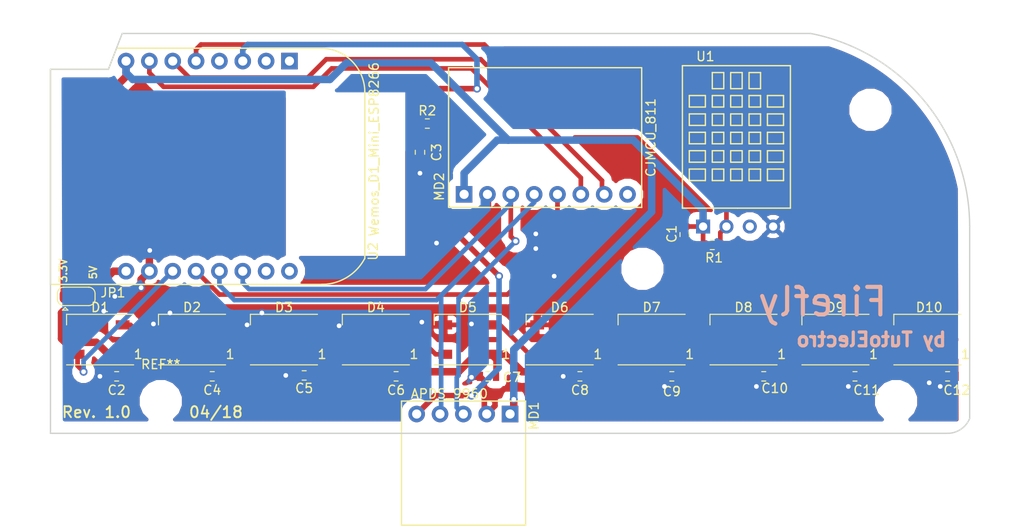
<source format=kicad_pcb>
(kicad_pcb (version 20171130) (host pcbnew 5.0.0-rc1-44a33f2~62~ubuntu16.04.1)

  (general
    (thickness 1.6)
    (drawings 18)
    (tracks 333)
    (zones 0)
    (modules 33)
    (nets 29)
  )

  (page A4)
  (layers
    (0 F.Cu signal)
    (31 B.Cu signal)
    (32 B.Adhes user)
    (33 F.Adhes user)
    (34 B.Paste user)
    (35 F.Paste user)
    (36 B.SilkS user)
    (37 F.SilkS user)
    (38 B.Mask user)
    (39 F.Mask user)
    (40 Dwgs.User user)
    (41 Cmts.User user)
    (42 Eco1.User user)
    (43 Eco2.User user)
    (44 Edge.Cuts user)
    (45 Margin user)
    (46 B.CrtYd user)
    (47 F.CrtYd user)
    (48 B.Fab user)
    (49 F.Fab user)
  )

  (setup
    (last_trace_width 0.25)
    (user_trace_width 0.2032)
    (user_trace_width 0.254)
    (user_trace_width 0.2794)
    (user_trace_width 0.3048)
    (user_trace_width 0.4064)
    (user_trace_width 0.508)
    (user_trace_width 0.6096)
    (user_trace_width 0.8128)
    (trace_clearance 0.2)
    (zone_clearance 0.8)
    (zone_45_only yes)
    (trace_min 0.1016)
    (segment_width 0.2)
    (edge_width 0.15)
    (via_size 0.8)
    (via_drill 0.4)
    (via_min_size 0.4572)
    (via_min_drill 0.2032)
    (user_via 0.6604 0.3556)
    (user_via 0.8636 0.508)
    (user_via 1.1176 0.762)
    (uvia_size 0.3)
    (uvia_drill 0.1)
    (uvias_allowed no)
    (uvia_min_size 0.0254)
    (uvia_min_drill 0.0254)
    (pcb_text_width 0.3)
    (pcb_text_size 0.635 0.635)
    (mod_edge_width 0.09906)
    (mod_text_size 0.7 0.7)
    (mod_text_width 0.12)
    (pad_size 2.2 1.5)
    (pad_drill 1.5)
    (pad_to_mask_clearance 0.1016)
    (solder_mask_min_width 0.1016)
    (aux_axis_origin 77.216 16.256)
    (visible_elements 7FFFFF7F)
    (pcbplotparams
      (layerselection 0x010fc_ffffffff)
      (usegerberextensions true)
      (usegerberattributes false)
      (usegerberadvancedattributes false)
      (creategerberjobfile false)
      (excludeedgelayer true)
      (linewidth 0.100000)
      (plotframeref false)
      (viasonmask false)
      (mode 1)
      (useauxorigin false)
      (hpglpennumber 1)
      (hpglpenspeed 20)
      (hpglpendiameter 15)
      (psnegative false)
      (psa4output false)
      (plotreference true)
      (plotvalue false)
      (plotinvisibletext false)
      (padsonsilk false)
      (subtractmaskfromsilk true)
      (outputformat 1)
      (mirror false)
      (drillshape 0)
      (scaleselection 1)
      (outputdirectory "./Gerbers "))
  )

  (net 0 "")
  (net 1 +3V3)
  (net 2 GND)
  (net 3 "Net-(C3-Pad1)")
  (net 4 /D4)
  (net 5 "Net-(D1-Pad2)")
  (net 6 "Net-(D2-Pad2)")
  (net 7 "Net-(D3-Pad2)")
  (net 8 "Net-(D4-Pad2)")
  (net 9 "Net-(D5-Pad2)")
  (net 10 "Net-(D6-Pad2)")
  (net 11 "Net-(D7-Pad2)")
  (net 12 "Net-(D8-Pad2)")
  (net 13 "Net-(D10-Pad4)")
  (net 14 "Net-(D10-Pad2)")
  (net 15 "Net-(MD1-Pad5)")
  (net 16 /SDA)
  (net 17 /SCL)
  (net 18 "Net-(MD2-Pad8)")
  (net 19 "Net-(MD2-Pad7)")
  (net 20 "Net-(MD2-Pad6)")
  (net 21 "Net-(MD2-Pad5)")
  (net 22 /D6)
  (net 23 "Net-(U2-Pad1)")
  (net 24 "Net-(U2-Pad2)")
  (net 25 "Net-(U2-Pad4)")
  (net 26 "Net-(U2-Pad16)")
  (net 27 +5V)
  (net 28 "Net-(C10-Pad1)")

  (net_class Default "This is the default net class."
    (clearance 0.2)
    (trace_width 0.25)
    (via_dia 0.8)
    (via_drill 0.4)
    (uvia_dia 0.3)
    (uvia_drill 0.1)
    (add_net +3V3)
    (add_net +5V)
    (add_net /D4)
    (add_net /D6)
    (add_net /SCL)
    (add_net /SDA)
    (add_net GND)
    (add_net "Net-(C10-Pad1)")
    (add_net "Net-(C3-Pad1)")
    (add_net "Net-(D1-Pad2)")
    (add_net "Net-(D10-Pad2)")
    (add_net "Net-(D10-Pad4)")
    (add_net "Net-(D2-Pad2)")
    (add_net "Net-(D3-Pad2)")
    (add_net "Net-(D4-Pad2)")
    (add_net "Net-(D5-Pad2)")
    (add_net "Net-(D6-Pad2)")
    (add_net "Net-(D7-Pad2)")
    (add_net "Net-(D8-Pad2)")
    (add_net "Net-(MD1-Pad5)")
    (add_net "Net-(MD2-Pad5)")
    (add_net "Net-(MD2-Pad6)")
    (add_net "Net-(MD2-Pad7)")
    (add_net "Net-(MD2-Pad8)")
    (add_net "Net-(U2-Pad1)")
    (add_net "Net-(U2-Pad16)")
    (add_net "Net-(U2-Pad2)")
    (add_net "Net-(U2-Pad4)")
  )

  (module LED_SMD:LED_WS2812B_PLCC4_5.0x5.0mm_P3.2mm (layer F.Cu) (tedit 5A764C10) (tstamp 5AC45FA2)
    (at 125.4 132.3 180)
    (descr https://cdn-shop.adafruit.com/datasheets/WS2812B.pdf)
    (tags "LED RGB NeoPixel")
    (path /5AB441E5)
    (attr smd)
    (fp_text reference D3 (at 0 3.5 180) (layer F.SilkS)
      (effects (font (size 1 1) (thickness 0.15)))
    )
    (fp_text value WS2812B (at 0 4 180) (layer F.Fab)
      (effects (font (size 1 1) (thickness 0.15)))
    )
    (fp_text user 1 (at -4.15 -1.6 180) (layer F.SilkS)
      (effects (font (size 1 1) (thickness 0.15)))
    )
    (fp_text user %R (at 0 -3.5 180) (layer F.Fab)
      (effects (font (size 1 1) (thickness 0.15)))
    )
    (fp_line (start 3.45 -2.75) (end -3.45 -2.75) (layer F.CrtYd) (width 0.05))
    (fp_line (start 3.45 2.75) (end 3.45 -2.75) (layer F.CrtYd) (width 0.05))
    (fp_line (start -3.45 2.75) (end 3.45 2.75) (layer F.CrtYd) (width 0.05))
    (fp_line (start -3.45 -2.75) (end -3.45 2.75) (layer F.CrtYd) (width 0.05))
    (fp_line (start 2.5 1.5) (end 1.5 2.5) (layer F.Fab) (width 0.1))
    (fp_line (start -2.5 -2.5) (end -2.5 2.5) (layer F.Fab) (width 0.1))
    (fp_line (start -2.5 2.5) (end 2.5 2.5) (layer F.Fab) (width 0.1))
    (fp_line (start 2.5 2.5) (end 2.5 -2.5) (layer F.Fab) (width 0.1))
    (fp_line (start 2.5 -2.5) (end -2.5 -2.5) (layer F.Fab) (width 0.1))
    (fp_line (start -3.65 -2.75) (end 3.65 -2.75) (layer F.SilkS) (width 0.12))
    (fp_line (start -3.65 2.75) (end 3.65 2.75) (layer F.SilkS) (width 0.12))
    (fp_line (start 3.65 2.75) (end 3.65 1.6) (layer F.SilkS) (width 0.12))
    (fp_circle (center 0 0) (end 0 -2) (layer F.Fab) (width 0.1))
    (pad 3 smd rect (at 2.45 1.6 180) (size 1.5 1) (layers F.Cu F.Paste F.Mask)
      (net 2 GND))
    (pad 4 smd rect (at 2.45 -1.6 180) (size 1.5 1) (layers F.Cu F.Paste F.Mask)
      (net 6 "Net-(D2-Pad2)"))
    (pad 2 smd rect (at -2.45 1.6 180) (size 1.5 1) (layers F.Cu F.Paste F.Mask)
      (net 7 "Net-(D3-Pad2)"))
    (pad 1 smd rect (at -2.45 -1.6 180) (size 1.5 1) (layers F.Cu F.Paste F.Mask)
      (net 28 "Net-(C10-Pad1)"))
    (model ${KISYS3DMOD}/LED_SMD.3dshapes/LED_WS2812B_PLCC4_5.0x5.0mm_P3.2mm.wrl
      (at (xyz 0 0 0))
      (scale (xyz 1 1 1))
      (rotate (xyz 0 0 0))
    )
  )

  (module MountingHole:MountingHole_3mm (layer F.Cu) (tedit 5AB8E873) (tstamp 5AC49E7B)
    (at 164.4 124.6)
    (descr "Mounting Hole 3mm, no annular")
    (tags "mounting hole 3mm no annular")
    (attr virtual)
    (fp_text reference REF** (at 0 -4) (layer F.SilkS) hide
      (effects (font (size 1 1) (thickness 0.15)))
    )
    (fp_text value MountingHole_3mm (at 0 4) (layer F.Fab)
      (effects (font (size 1 1) (thickness 0.15)))
    )
    (fp_text user %R (at 0.3 0) (layer F.Fab)
      (effects (font (size 1 1) (thickness 0.15)))
    )
    (fp_circle (center 0 0) (end 3 0) (layer Cmts.User) (width 0.15))
    (fp_circle (center 0 0) (end 3.25 0) (layer F.CrtYd) (width 0.05))
    (pad 1 np_thru_hole circle (at 0 0) (size 3 3) (drill 3) (layers *.Cu *.Mask))
  )

  (module MountingHole:MountingHole_3mm (layer F.Cu) (tedit 56D1B4CB) (tstamp 5AC49E5F)
    (at 112 139)
    (descr "Mounting Hole 3mm, no annular")
    (tags "mounting hole 3mm no annular")
    (attr virtual)
    (fp_text reference REF** (at 0 -4) (layer F.SilkS)
      (effects (font (size 1 1) (thickness 0.15)))
    )
    (fp_text value MountingHole_3mm (at 0 4) (layer F.Fab)
      (effects (font (size 1 1) (thickness 0.15)))
    )
    (fp_text user %R (at 0.3 0) (layer F.Fab)
      (effects (font (size 1 1) (thickness 0.15)))
    )
    (fp_circle (center 0 0) (end 3 0) (layer Cmts.User) (width 0.15))
    (fp_circle (center 0 0) (end 3.25 0) (layer F.CrtYd) (width 0.05))
    (pad 1 np_thru_hole circle (at 0 0) (size 3 3) (drill 3) (layers *.Cu *.Mask))
  )

  (module MountingHole:MountingHole_3mm (layer F.Cu) (tedit 5AB8E878) (tstamp 5AC47246)
    (at 189.2 107.3)
    (descr "Mounting Hole 3mm, no annular")
    (tags "mounting hole 3mm no annular")
    (attr virtual)
    (fp_text reference REF** (at 0 -4) (layer F.SilkS) hide
      (effects (font (size 1 1) (thickness 0.15)))
    )
    (fp_text value MountingHole_3mm (at 0 4) (layer F.Fab)
      (effects (font (size 1 1) (thickness 0.15)))
    )
    (fp_circle (center 0 0) (end 3.25 0) (layer F.CrtYd) (width 0.05))
    (fp_circle (center 0 0) (end 3 0) (layer Cmts.User) (width 0.15))
    (fp_text user %R (at 0.3 0) (layer F.Fab)
      (effects (font (size 1 1) (thickness 0.15)))
    )
    (pad 1 np_thru_hole circle (at 0 0) (size 3 3) (drill 3) (layers *.Cu *.Mask))
  )

  (module Capacitor_SMD:C_0603_1608Metric (layer F.Cu) (tedit 59FE48B8) (tstamp 5AC45EA2)
    (at 169 120.875 270)
    (descr "Capacitor SMD 0603 (1608 Metric), square (rectangular) end terminal, IPC_7351 nominal, (Body size source: http://www.tortai-tech.com/upload/download/2011102023233369053.pdf), generated with kicad-footprint-generator")
    (tags capacitor)
    (path /5AB568B0)
    (attr smd)
    (fp_text reference C1 (at -0.075 1.4 270) (layer F.SilkS)
      (effects (font (size 1 1) (thickness 0.15)))
    )
    (fp_text value 0.1uF (at 0 1.65 270) (layer F.Fab)
      (effects (font (size 1 1) (thickness 0.15)))
    )
    (fp_line (start -0.8 0.4) (end -0.8 -0.4) (layer F.Fab) (width 0.1))
    (fp_line (start -0.8 -0.4) (end 0.8 -0.4) (layer F.Fab) (width 0.1))
    (fp_line (start 0.8 -0.4) (end 0.8 0.4) (layer F.Fab) (width 0.1))
    (fp_line (start 0.8 0.4) (end -0.8 0.4) (layer F.Fab) (width 0.1))
    (fp_line (start -0.22 -0.51) (end 0.22 -0.51) (layer F.SilkS) (width 0.12))
    (fp_line (start -0.22 0.51) (end 0.22 0.51) (layer F.SilkS) (width 0.12))
    (fp_line (start -1.46 0.75) (end -1.46 -0.75) (layer F.CrtYd) (width 0.05))
    (fp_line (start -1.46 -0.75) (end 1.46 -0.75) (layer F.CrtYd) (width 0.05))
    (fp_line (start 1.46 -0.75) (end 1.46 0.75) (layer F.CrtYd) (width 0.05))
    (fp_line (start 1.46 0.75) (end -1.46 0.75) (layer F.CrtYd) (width 0.05))
    (fp_text user %R (at 0.1 0 270) (layer F.Fab)
      (effects (font (size 0.5 0.5) (thickness 0.08)))
    )
    (pad 1 smd rect (at -0.875 0 270) (size 0.67 1) (layers F.Cu F.Paste F.Mask)
      (net 1 +3V3))
    (pad 2 smd rect (at 0.875 0 270) (size 0.67 1) (layers F.Cu F.Paste F.Mask)
      (net 2 GND))
    (model ${KISYS3DMOD}/Capacitor_SMD.3dshapes/C_0603_1608Metric.wrl
      (at (xyz 0 0 0))
      (scale (xyz 1 1 1))
      (rotate (xyz 0 0 0))
    )
  )

  (module Capacitor_SMD:C_0603_1608Metric (layer F.Cu) (tedit 59FE48B8) (tstamp 5AC45EB3)
    (at 107.2 136.3 180)
    (descr "Capacitor SMD 0603 (1608 Metric), square (rectangular) end terminal, IPC_7351 nominal, (Body size source: http://www.tortai-tech.com/upload/download/2011102023233369053.pdf), generated with kicad-footprint-generator")
    (tags capacitor)
    (path /5AB40471)
    (attr smd)
    (fp_text reference C2 (at 0 -1.5 180) (layer F.SilkS)
      (effects (font (size 1 1) (thickness 0.15)))
    )
    (fp_text value 0.1uF (at 0 1.65 180) (layer F.Fab)
      (effects (font (size 1 1) (thickness 0.15)))
    )
    (fp_line (start -0.8 0.4) (end -0.8 -0.4) (layer F.Fab) (width 0.1))
    (fp_line (start -0.8 -0.4) (end 0.8 -0.4) (layer F.Fab) (width 0.1))
    (fp_line (start 0.8 -0.4) (end 0.8 0.4) (layer F.Fab) (width 0.1))
    (fp_line (start 0.8 0.4) (end -0.8 0.4) (layer F.Fab) (width 0.1))
    (fp_line (start -0.22 -0.51) (end 0.22 -0.51) (layer F.SilkS) (width 0.12))
    (fp_line (start -0.22 0.51) (end 0.22 0.51) (layer F.SilkS) (width 0.12))
    (fp_line (start -1.46 0.75) (end -1.46 -0.75) (layer F.CrtYd) (width 0.05))
    (fp_line (start -1.46 -0.75) (end 1.46 -0.75) (layer F.CrtYd) (width 0.05))
    (fp_line (start 1.46 -0.75) (end 1.46 0.75) (layer F.CrtYd) (width 0.05))
    (fp_line (start 1.46 0.75) (end -1.46 0.75) (layer F.CrtYd) (width 0.05))
    (fp_text user %R (at 0 0 180) (layer F.Fab)
      (effects (font (size 0.5 0.5) (thickness 0.08)))
    )
    (pad 1 smd rect (at -0.875 0 180) (size 0.67 1) (layers F.Cu F.Paste F.Mask)
      (net 28 "Net-(C10-Pad1)"))
    (pad 2 smd rect (at 0.875 0 180) (size 0.67 1) (layers F.Cu F.Paste F.Mask)
      (net 2 GND))
    (model ${KISYS3DMOD}/Capacitor_SMD.3dshapes/C_0603_1608Metric.wrl
      (at (xyz 0 0 0))
      (scale (xyz 1 1 1))
      (rotate (xyz 0 0 0))
    )
  )

  (module Capacitor_SMD:C_0603_1608Metric (layer F.Cu) (tedit 59FE48B8) (tstamp 5AC45EC4)
    (at 140.2 111.925 270)
    (descr "Capacitor SMD 0603 (1608 Metric), square (rectangular) end terminal, IPC_7351 nominal, (Body size source: http://www.tortai-tech.com/upload/download/2011102023233369053.pdf), generated with kicad-footprint-generator")
    (tags capacitor)
    (path /5AB4D6EB)
    (attr smd)
    (fp_text reference C3 (at 0 -1.8 270) (layer F.SilkS)
      (effects (font (size 1 1) (thickness 0.15)))
    )
    (fp_text value 0.1uF (at 0 1.65 270) (layer F.Fab)
      (effects (font (size 1 1) (thickness 0.15)))
    )
    (fp_line (start -0.8 0.4) (end -0.8 -0.4) (layer F.Fab) (width 0.1))
    (fp_line (start -0.8 -0.4) (end 0.8 -0.4) (layer F.Fab) (width 0.1))
    (fp_line (start 0.8 -0.4) (end 0.8 0.4) (layer F.Fab) (width 0.1))
    (fp_line (start 0.8 0.4) (end -0.8 0.4) (layer F.Fab) (width 0.1))
    (fp_line (start -0.22 -0.51) (end 0.22 -0.51) (layer F.SilkS) (width 0.12))
    (fp_line (start -0.22 0.51) (end 0.22 0.51) (layer F.SilkS) (width 0.12))
    (fp_line (start -1.46 0.75) (end -1.46 -0.75) (layer F.CrtYd) (width 0.05))
    (fp_line (start -1.46 -0.75) (end 1.46 -0.75) (layer F.CrtYd) (width 0.05))
    (fp_line (start 1.46 -0.75) (end 1.46 0.75) (layer F.CrtYd) (width 0.05))
    (fp_line (start 1.46 0.75) (end -1.46 0.75) (layer F.CrtYd) (width 0.05))
    (fp_text user %R (at 1.9 0.1 270) (layer F.Fab)
      (effects (font (size 0.5 0.5) (thickness 0.08)))
    )
    (pad 1 smd rect (at -0.875 0 270) (size 0.67 1) (layers F.Cu F.Paste F.Mask)
      (net 3 "Net-(C3-Pad1)"))
    (pad 2 smd rect (at 0.875 0 270) (size 0.67 1) (layers F.Cu F.Paste F.Mask)
      (net 2 GND))
    (model ${KISYS3DMOD}/Capacitor_SMD.3dshapes/C_0603_1608Metric.wrl
      (at (xyz 0 0 0))
      (scale (xyz 1 1 1))
      (rotate (xyz 0 0 0))
    )
  )

  (module Capacitor_SMD:C_0603_1608Metric (layer F.Cu) (tedit 59FE48B8) (tstamp 5AC45ED5)
    (at 117.6 136.3 180)
    (descr "Capacitor SMD 0603 (1608 Metric), square (rectangular) end terminal, IPC_7351 nominal, (Body size source: http://www.tortai-tech.com/upload/download/2011102023233369053.pdf), generated with kicad-footprint-generator")
    (tags capacitor)
    (path /5AB4262C)
    (attr smd)
    (fp_text reference C4 (at 0 -1.5 180) (layer F.SilkS)
      (effects (font (size 1 1) (thickness 0.15)))
    )
    (fp_text value 0.1uF (at 0 1.65 180) (layer F.Fab)
      (effects (font (size 1 1) (thickness 0.15)))
    )
    (fp_text user %R (at 0 0 180) (layer F.Fab)
      (effects (font (size 0.5 0.5) (thickness 0.08)))
    )
    (fp_line (start 1.46 0.75) (end -1.46 0.75) (layer F.CrtYd) (width 0.05))
    (fp_line (start 1.46 -0.75) (end 1.46 0.75) (layer F.CrtYd) (width 0.05))
    (fp_line (start -1.46 -0.75) (end 1.46 -0.75) (layer F.CrtYd) (width 0.05))
    (fp_line (start -1.46 0.75) (end -1.46 -0.75) (layer F.CrtYd) (width 0.05))
    (fp_line (start -0.22 0.51) (end 0.22 0.51) (layer F.SilkS) (width 0.12))
    (fp_line (start -0.22 -0.51) (end 0.22 -0.51) (layer F.SilkS) (width 0.12))
    (fp_line (start 0.8 0.4) (end -0.8 0.4) (layer F.Fab) (width 0.1))
    (fp_line (start 0.8 -0.4) (end 0.8 0.4) (layer F.Fab) (width 0.1))
    (fp_line (start -0.8 -0.4) (end 0.8 -0.4) (layer F.Fab) (width 0.1))
    (fp_line (start -0.8 0.4) (end -0.8 -0.4) (layer F.Fab) (width 0.1))
    (pad 2 smd rect (at 0.875 0 180) (size 0.67 1) (layers F.Cu F.Paste F.Mask)
      (net 2 GND))
    (pad 1 smd rect (at -0.875 0 180) (size 0.67 1) (layers F.Cu F.Paste F.Mask)
      (net 28 "Net-(C10-Pad1)"))
    (model ${KISYS3DMOD}/Capacitor_SMD.3dshapes/C_0603_1608Metric.wrl
      (at (xyz 0 0 0))
      (scale (xyz 1 1 1))
      (rotate (xyz 0 0 0))
    )
  )

  (module Capacitor_SMD:C_0603_1608Metric (layer F.Cu) (tedit 59FE48B8) (tstamp 5AC48411)
    (at 127.6 136.2 180)
    (descr "Capacitor SMD 0603 (1608 Metric), square (rectangular) end terminal, IPC_7351 nominal, (Body size source: http://www.tortai-tech.com/upload/download/2011102023233369053.pdf), generated with kicad-footprint-generator")
    (tags capacitor)
    (path /5AB441FA)
    (attr smd)
    (fp_text reference C5 (at 0 -1.4 180) (layer F.SilkS)
      (effects (font (size 1 1) (thickness 0.15)))
    )
    (fp_text value 0.1uF (at 0 1.65 180) (layer F.Fab)
      (effects (font (size 1 1) (thickness 0.15)))
    )
    (fp_line (start -0.8 0.4) (end -0.8 -0.4) (layer F.Fab) (width 0.1))
    (fp_line (start -0.8 -0.4) (end 0.8 -0.4) (layer F.Fab) (width 0.1))
    (fp_line (start 0.8 -0.4) (end 0.8 0.4) (layer F.Fab) (width 0.1))
    (fp_line (start 0.8 0.4) (end -0.8 0.4) (layer F.Fab) (width 0.1))
    (fp_line (start -0.22 -0.51) (end 0.22 -0.51) (layer F.SilkS) (width 0.12))
    (fp_line (start -0.22 0.51) (end 0.22 0.51) (layer F.SilkS) (width 0.12))
    (fp_line (start -1.46 0.75) (end -1.46 -0.75) (layer F.CrtYd) (width 0.05))
    (fp_line (start -1.46 -0.75) (end 1.46 -0.75) (layer F.CrtYd) (width 0.05))
    (fp_line (start 1.46 -0.75) (end 1.46 0.75) (layer F.CrtYd) (width 0.05))
    (fp_line (start 1.46 0.75) (end -1.46 0.75) (layer F.CrtYd) (width 0.05))
    (fp_text user %R (at 0.7 0.1 180) (layer F.Fab)
      (effects (font (size 0.5 0.5) (thickness 0.08)))
    )
    (pad 1 smd rect (at -0.875 0 180) (size 0.67 1) (layers F.Cu F.Paste F.Mask)
      (net 28 "Net-(C10-Pad1)"))
    (pad 2 smd rect (at 0.875 0 180) (size 0.67 1) (layers F.Cu F.Paste F.Mask)
      (net 2 GND))
    (model ${KISYS3DMOD}/Capacitor_SMD.3dshapes/C_0603_1608Metric.wrl
      (at (xyz 0 0 0))
      (scale (xyz 1 1 1))
      (rotate (xyz 0 0 0))
    )
  )

  (module Capacitor_SMD:C_0603_1608Metric (layer F.Cu) (tedit 59FE48B8) (tstamp 5AC45EF7)
    (at 137.6 136.3 180)
    (descr "Capacitor SMD 0603 (1608 Metric), square (rectangular) end terminal, IPC_7351 nominal, (Body size source: http://www.tortai-tech.com/upload/download/2011102023233369053.pdf), generated with kicad-footprint-generator")
    (tags capacitor)
    (path /5AB45802)
    (attr smd)
    (fp_text reference C6 (at 0 -1.5 180) (layer F.SilkS)
      (effects (font (size 1 1) (thickness 0.15)))
    )
    (fp_text value 0.1uF (at 0 1.65 180) (layer F.Fab)
      (effects (font (size 1 1) (thickness 0.15)))
    )
    (fp_line (start -0.8 0.4) (end -0.8 -0.4) (layer F.Fab) (width 0.1))
    (fp_line (start -0.8 -0.4) (end 0.8 -0.4) (layer F.Fab) (width 0.1))
    (fp_line (start 0.8 -0.4) (end 0.8 0.4) (layer F.Fab) (width 0.1))
    (fp_line (start 0.8 0.4) (end -0.8 0.4) (layer F.Fab) (width 0.1))
    (fp_line (start -0.22 -0.51) (end 0.22 -0.51) (layer F.SilkS) (width 0.12))
    (fp_line (start -0.22 0.51) (end 0.22 0.51) (layer F.SilkS) (width 0.12))
    (fp_line (start -1.46 0.75) (end -1.46 -0.75) (layer F.CrtYd) (width 0.05))
    (fp_line (start -1.46 -0.75) (end 1.46 -0.75) (layer F.CrtYd) (width 0.05))
    (fp_line (start 1.46 -0.75) (end 1.46 0.75) (layer F.CrtYd) (width 0.05))
    (fp_line (start 1.46 0.75) (end -1.46 0.75) (layer F.CrtYd) (width 0.05))
    (fp_text user %R (at 0 0 180) (layer F.Fab)
      (effects (font (size 0.5 0.5) (thickness 0.08)))
    )
    (pad 1 smd rect (at -0.875 0 180) (size 0.67 1) (layers F.Cu F.Paste F.Mask)
      (net 28 "Net-(C10-Pad1)"))
    (pad 2 smd rect (at 0.875 0 180) (size 0.67 1) (layers F.Cu F.Paste F.Mask)
      (net 2 GND))
    (model ${KISYS3DMOD}/Capacitor_SMD.3dshapes/C_0603_1608Metric.wrl
      (at (xyz 0 0 0))
      (scale (xyz 1 1 1))
      (rotate (xyz 0 0 0))
    )
  )

  (module Capacitor_SMD:C_0603_1608Metric (layer F.Cu) (tedit 59FE48B8) (tstamp 5AC45F08)
    (at 147.6 136.3 180)
    (descr "Capacitor SMD 0603 (1608 Metric), square (rectangular) end terminal, IPC_7351 nominal, (Body size source: http://www.tortai-tech.com/upload/download/2011102023233369053.pdf), generated with kicad-footprint-generator")
    (tags capacitor)
    (path /5AB45825)
    (attr smd)
    (fp_text reference C7 (at -2.6 -0.1 180) (layer F.SilkS)
      (effects (font (size 1 1) (thickness 0.15)))
    )
    (fp_text value 0.1uF (at 0 1.65 180) (layer F.Fab)
      (effects (font (size 1 1) (thickness 0.15)))
    )
    (fp_text user %R (at -0.1 -0.1 180) (layer F.Fab)
      (effects (font (size 0.5 0.5) (thickness 0.08)))
    )
    (fp_line (start 1.46 0.75) (end -1.46 0.75) (layer F.CrtYd) (width 0.05))
    (fp_line (start 1.46 -0.75) (end 1.46 0.75) (layer F.CrtYd) (width 0.05))
    (fp_line (start -1.46 -0.75) (end 1.46 -0.75) (layer F.CrtYd) (width 0.05))
    (fp_line (start -1.46 0.75) (end -1.46 -0.75) (layer F.CrtYd) (width 0.05))
    (fp_line (start -0.22 0.51) (end 0.22 0.51) (layer F.SilkS) (width 0.12))
    (fp_line (start -0.22 -0.51) (end 0.22 -0.51) (layer F.SilkS) (width 0.12))
    (fp_line (start 0.8 0.4) (end -0.8 0.4) (layer F.Fab) (width 0.1))
    (fp_line (start 0.8 -0.4) (end 0.8 0.4) (layer F.Fab) (width 0.1))
    (fp_line (start -0.8 -0.4) (end 0.8 -0.4) (layer F.Fab) (width 0.1))
    (fp_line (start -0.8 0.4) (end -0.8 -0.4) (layer F.Fab) (width 0.1))
    (pad 2 smd rect (at 0.875 0 180) (size 0.67 1) (layers F.Cu F.Paste F.Mask)
      (net 2 GND))
    (pad 1 smd rect (at -0.875 0 180) (size 0.67 1) (layers F.Cu F.Paste F.Mask)
      (net 28 "Net-(C10-Pad1)"))
    (model ${KISYS3DMOD}/Capacitor_SMD.3dshapes/C_0603_1608Metric.wrl
      (at (xyz 0 0 0))
      (scale (xyz 1 1 1))
      (rotate (xyz 0 0 0))
    )
  )

  (module Capacitor_SMD:C_0603_1608Metric (layer F.Cu) (tedit 59FE48B8) (tstamp 5AC45F19)
    (at 157.6 136.3 180)
    (descr "Capacitor SMD 0603 (1608 Metric), square (rectangular) end terminal, IPC_7351 nominal, (Body size source: http://www.tortai-tech.com/upload/download/2011102023233369053.pdf), generated with kicad-footprint-generator")
    (tags capacitor)
    (path /5AB47676)
    (attr smd)
    (fp_text reference C8 (at 0 -1.5 180) (layer F.SilkS)
      (effects (font (size 1 1) (thickness 0.15)))
    )
    (fp_text value 0.1uF (at 0 1.65 180) (layer F.Fab)
      (effects (font (size 1 1) (thickness 0.15)))
    )
    (fp_text user %R (at 0 0 180) (layer F.Fab)
      (effects (font (size 0.5 0.5) (thickness 0.08)))
    )
    (fp_line (start 1.46 0.75) (end -1.46 0.75) (layer F.CrtYd) (width 0.05))
    (fp_line (start 1.46 -0.75) (end 1.46 0.75) (layer F.CrtYd) (width 0.05))
    (fp_line (start -1.46 -0.75) (end 1.46 -0.75) (layer F.CrtYd) (width 0.05))
    (fp_line (start -1.46 0.75) (end -1.46 -0.75) (layer F.CrtYd) (width 0.05))
    (fp_line (start -0.22 0.51) (end 0.22 0.51) (layer F.SilkS) (width 0.12))
    (fp_line (start -0.22 -0.51) (end 0.22 -0.51) (layer F.SilkS) (width 0.12))
    (fp_line (start 0.8 0.4) (end -0.8 0.4) (layer F.Fab) (width 0.1))
    (fp_line (start 0.8 -0.4) (end 0.8 0.4) (layer F.Fab) (width 0.1))
    (fp_line (start -0.8 -0.4) (end 0.8 -0.4) (layer F.Fab) (width 0.1))
    (fp_line (start -0.8 0.4) (end -0.8 -0.4) (layer F.Fab) (width 0.1))
    (pad 2 smd rect (at 0.875 0 180) (size 0.67 1) (layers F.Cu F.Paste F.Mask)
      (net 2 GND))
    (pad 1 smd rect (at -0.875 0 180) (size 0.67 1) (layers F.Cu F.Paste F.Mask)
      (net 28 "Net-(C10-Pad1)"))
    (model ${KISYS3DMOD}/Capacitor_SMD.3dshapes/C_0603_1608Metric.wrl
      (at (xyz 0 0 0))
      (scale (xyz 1 1 1))
      (rotate (xyz 0 0 0))
    )
  )

  (module Capacitor_SMD:C_0603_1608Metric (layer F.Cu) (tedit 59FE48B8) (tstamp 5AC45F2A)
    (at 167.6 136.3 180)
    (descr "Capacitor SMD 0603 (1608 Metric), square (rectangular) end terminal, IPC_7351 nominal, (Body size source: http://www.tortai-tech.com/upload/download/2011102023233369053.pdf), generated with kicad-footprint-generator")
    (tags capacitor)
    (path /5AB47699)
    (attr smd)
    (fp_text reference C9 (at 0 -1.65 180) (layer F.SilkS)
      (effects (font (size 1 1) (thickness 0.15)))
    )
    (fp_text value 0.1uF (at 0 1.65 180) (layer F.Fab)
      (effects (font (size 1 1) (thickness 0.15)))
    )
    (fp_line (start -0.8 0.4) (end -0.8 -0.4) (layer F.Fab) (width 0.1))
    (fp_line (start -0.8 -0.4) (end 0.8 -0.4) (layer F.Fab) (width 0.1))
    (fp_line (start 0.8 -0.4) (end 0.8 0.4) (layer F.Fab) (width 0.1))
    (fp_line (start 0.8 0.4) (end -0.8 0.4) (layer F.Fab) (width 0.1))
    (fp_line (start -0.22 -0.51) (end 0.22 -0.51) (layer F.SilkS) (width 0.12))
    (fp_line (start -0.22 0.51) (end 0.22 0.51) (layer F.SilkS) (width 0.12))
    (fp_line (start -1.46 0.75) (end -1.46 -0.75) (layer F.CrtYd) (width 0.05))
    (fp_line (start -1.46 -0.75) (end 1.46 -0.75) (layer F.CrtYd) (width 0.05))
    (fp_line (start 1.46 -0.75) (end 1.46 0.75) (layer F.CrtYd) (width 0.05))
    (fp_line (start 1.46 0.75) (end -1.46 0.75) (layer F.CrtYd) (width 0.05))
    (fp_text user %R (at 0 0 180) (layer F.Fab)
      (effects (font (size 0.5 0.5) (thickness 0.08)))
    )
    (pad 1 smd rect (at -0.875 0 180) (size 0.67 1) (layers F.Cu F.Paste F.Mask)
      (net 28 "Net-(C10-Pad1)"))
    (pad 2 smd rect (at 0.875 0 180) (size 0.67 1) (layers F.Cu F.Paste F.Mask)
      (net 2 GND))
    (model ${KISYS3DMOD}/Capacitor_SMD.3dshapes/C_0603_1608Metric.wrl
      (at (xyz 0 0 0))
      (scale (xyz 1 1 1))
      (rotate (xyz 0 0 0))
    )
  )

  (module Capacitor_SMD:C_0603_1608Metric (layer F.Cu) (tedit 59FE48B8) (tstamp 5AC45F3B)
    (at 177.6 136.3 180)
    (descr "Capacitor SMD 0603 (1608 Metric), square (rectangular) end terminal, IPC_7351 nominal, (Body size source: http://www.tortai-tech.com/upload/download/2011102023233369053.pdf), generated with kicad-footprint-generator")
    (tags capacitor)
    (path /5AB476BE)
    (attr smd)
    (fp_text reference C10 (at -1.2 -1.3 180) (layer F.SilkS)
      (effects (font (size 1 1) (thickness 0.15)))
    )
    (fp_text value 0.1uF (at 0 1.65 180) (layer F.Fab)
      (effects (font (size 1 1) (thickness 0.15)))
    )
    (fp_text user %R (at 0 0 180) (layer F.Fab)
      (effects (font (size 0.5 0.5) (thickness 0.08)))
    )
    (fp_line (start 1.46 0.75) (end -1.46 0.75) (layer F.CrtYd) (width 0.05))
    (fp_line (start 1.46 -0.75) (end 1.46 0.75) (layer F.CrtYd) (width 0.05))
    (fp_line (start -1.46 -0.75) (end 1.46 -0.75) (layer F.CrtYd) (width 0.05))
    (fp_line (start -1.46 0.75) (end -1.46 -0.75) (layer F.CrtYd) (width 0.05))
    (fp_line (start -0.22 0.51) (end 0.22 0.51) (layer F.SilkS) (width 0.12))
    (fp_line (start -0.22 -0.51) (end 0.22 -0.51) (layer F.SilkS) (width 0.12))
    (fp_line (start 0.8 0.4) (end -0.8 0.4) (layer F.Fab) (width 0.1))
    (fp_line (start 0.8 -0.4) (end 0.8 0.4) (layer F.Fab) (width 0.1))
    (fp_line (start -0.8 -0.4) (end 0.8 -0.4) (layer F.Fab) (width 0.1))
    (fp_line (start -0.8 0.4) (end -0.8 -0.4) (layer F.Fab) (width 0.1))
    (pad 2 smd rect (at 0.875 0 180) (size 0.67 1) (layers F.Cu F.Paste F.Mask)
      (net 2 GND))
    (pad 1 smd rect (at -0.875 0 180) (size 0.67 1) (layers F.Cu F.Paste F.Mask)
      (net 28 "Net-(C10-Pad1)"))
    (model ${KISYS3DMOD}/Capacitor_SMD.3dshapes/C_0603_1608Metric.wrl
      (at (xyz 0 0 0))
      (scale (xyz 1 1 1))
      (rotate (xyz 0 0 0))
    )
  )

  (module Capacitor_SMD:C_0603_1608Metric (layer F.Cu) (tedit 59FE48B8) (tstamp 5AC45F4C)
    (at 187.525 136.3 180)
    (descr "Capacitor SMD 0603 (1608 Metric), square (rectangular) end terminal, IPC_7351 nominal, (Body size source: http://www.tortai-tech.com/upload/download/2011102023233369053.pdf), generated with kicad-footprint-generator")
    (tags capacitor)
    (path /5AB476E1)
    (attr smd)
    (fp_text reference C11 (at -1.275 -1.5 180) (layer F.SilkS)
      (effects (font (size 1 1) (thickness 0.15)))
    )
    (fp_text value 0.1uF (at 0 1.65 180) (layer F.Fab)
      (effects (font (size 1 1) (thickness 0.15)))
    )
    (fp_text user %R (at 0 0 180) (layer F.Fab)
      (effects (font (size 0.5 0.5) (thickness 0.08)))
    )
    (fp_line (start 1.46 0.75) (end -1.46 0.75) (layer F.CrtYd) (width 0.05))
    (fp_line (start 1.46 -0.75) (end 1.46 0.75) (layer F.CrtYd) (width 0.05))
    (fp_line (start -1.46 -0.75) (end 1.46 -0.75) (layer F.CrtYd) (width 0.05))
    (fp_line (start -1.46 0.75) (end -1.46 -0.75) (layer F.CrtYd) (width 0.05))
    (fp_line (start -0.22 0.51) (end 0.22 0.51) (layer F.SilkS) (width 0.12))
    (fp_line (start -0.22 -0.51) (end 0.22 -0.51) (layer F.SilkS) (width 0.12))
    (fp_line (start 0.8 0.4) (end -0.8 0.4) (layer F.Fab) (width 0.1))
    (fp_line (start 0.8 -0.4) (end 0.8 0.4) (layer F.Fab) (width 0.1))
    (fp_line (start -0.8 -0.4) (end 0.8 -0.4) (layer F.Fab) (width 0.1))
    (fp_line (start -0.8 0.4) (end -0.8 -0.4) (layer F.Fab) (width 0.1))
    (pad 2 smd rect (at 0.875 0 180) (size 0.67 1) (layers F.Cu F.Paste F.Mask)
      (net 2 GND))
    (pad 1 smd rect (at -0.875 0 180) (size 0.67 1) (layers F.Cu F.Paste F.Mask)
      (net 28 "Net-(C10-Pad1)"))
    (model ${KISYS3DMOD}/Capacitor_SMD.3dshapes/C_0603_1608Metric.wrl
      (at (xyz 0 0 0))
      (scale (xyz 1 1 1))
      (rotate (xyz 0 0 0))
    )
  )

  (module Capacitor_SMD:C_0603_1608Metric (layer F.Cu) (tedit 59FE48B8) (tstamp 5AC45F5D)
    (at 197.6 136.3 180)
    (descr "Capacitor SMD 0603 (1608 Metric), square (rectangular) end terminal, IPC_7351 nominal, (Body size source: http://www.tortai-tech.com/upload/download/2011102023233369053.pdf), generated with kicad-footprint-generator")
    (tags capacitor)
    (path /5AB48C64)
    (attr smd)
    (fp_text reference C12 (at -1 -1.5 180) (layer F.SilkS)
      (effects (font (size 1 1) (thickness 0.15)))
    )
    (fp_text value 0.1uF (at -0.906428 2.5525 180) (layer F.Fab)
      (effects (font (size 1 1) (thickness 0.15)))
    )
    (fp_text user %R (at 0 0 180) (layer F.Fab)
      (effects (font (size 0.5 0.5) (thickness 0.08)))
    )
    (fp_line (start 1.46 0.75) (end -1.46 0.75) (layer F.CrtYd) (width 0.05))
    (fp_line (start 1.46 -0.75) (end 1.46 0.75) (layer F.CrtYd) (width 0.05))
    (fp_line (start -1.46 -0.75) (end 1.46 -0.75) (layer F.CrtYd) (width 0.05))
    (fp_line (start -1.46 0.75) (end -1.46 -0.75) (layer F.CrtYd) (width 0.05))
    (fp_line (start -0.22 0.51) (end 0.22 0.51) (layer F.SilkS) (width 0.12))
    (fp_line (start -0.22 -0.51) (end 0.22 -0.51) (layer F.SilkS) (width 0.12))
    (fp_line (start 0.8 0.4) (end -0.8 0.4) (layer F.Fab) (width 0.1))
    (fp_line (start 0.8 -0.4) (end 0.8 0.4) (layer F.Fab) (width 0.1))
    (fp_line (start -0.8 -0.4) (end 0.8 -0.4) (layer F.Fab) (width 0.1))
    (fp_line (start -0.8 0.4) (end -0.8 -0.4) (layer F.Fab) (width 0.1))
    (pad 2 smd rect (at 0.875 0 180) (size 0.67 1) (layers F.Cu F.Paste F.Mask)
      (net 2 GND))
    (pad 1 smd rect (at -0.875 0 180) (size 0.67 1) (layers F.Cu F.Paste F.Mask)
      (net 28 "Net-(C10-Pad1)"))
    (model ${KISYS3DMOD}/Capacitor_SMD.3dshapes/C_0603_1608Metric.wrl
      (at (xyz 0 0 0))
      (scale (xyz 1 1 1))
      (rotate (xyz 0 0 0))
    )
  )

  (module LED_SMD:LED_WS2812B_PLCC4_5.0x5.0mm_P3.2mm (layer F.Cu) (tedit 5A764C10) (tstamp 5AC45F74)
    (at 105.4 132.3 180)
    (descr https://cdn-shop.adafruit.com/datasheets/WS2812B.pdf)
    (tags "LED RGB NeoPixel")
    (path /5AB3BD9F)
    (attr smd)
    (fp_text reference D1 (at 0 3.5 180) (layer F.SilkS)
      (effects (font (size 1 1) (thickness 0.15)))
    )
    (fp_text value WS2812B (at 0 4 180) (layer F.Fab)
      (effects (font (size 1 1) (thickness 0.15)))
    )
    (fp_text user 1 (at -4.15 -1.6 180) (layer F.SilkS)
      (effects (font (size 1 1) (thickness 0.15)))
    )
    (fp_text user %R (at 0 -3.5 180) (layer F.Fab)
      (effects (font (size 1 1) (thickness 0.15)))
    )
    (fp_line (start 3.45 -2.75) (end -3.45 -2.75) (layer F.CrtYd) (width 0.05))
    (fp_line (start 3.45 2.75) (end 3.45 -2.75) (layer F.CrtYd) (width 0.05))
    (fp_line (start -3.45 2.75) (end 3.45 2.75) (layer F.CrtYd) (width 0.05))
    (fp_line (start -3.45 -2.75) (end -3.45 2.75) (layer F.CrtYd) (width 0.05))
    (fp_line (start 2.5 1.5) (end 1.5 2.5) (layer F.Fab) (width 0.1))
    (fp_line (start -2.5 -2.5) (end -2.5 2.5) (layer F.Fab) (width 0.1))
    (fp_line (start -2.5 2.5) (end 2.5 2.5) (layer F.Fab) (width 0.1))
    (fp_line (start 2.5 2.5) (end 2.5 -2.5) (layer F.Fab) (width 0.1))
    (fp_line (start 2.5 -2.5) (end -2.5 -2.5) (layer F.Fab) (width 0.1))
    (fp_line (start -3.65 -2.75) (end 3.65 -2.75) (layer F.SilkS) (width 0.12))
    (fp_line (start -3.65 2.75) (end 3.65 2.75) (layer F.SilkS) (width 0.12))
    (fp_line (start 3.65 2.75) (end 3.65 1.6) (layer F.SilkS) (width 0.12))
    (fp_circle (center 0 0) (end 0 -2) (layer F.Fab) (width 0.1))
    (pad 3 smd rect (at 2.45 1.6 180) (size 1.5 1) (layers F.Cu F.Paste F.Mask)
      (net 2 GND))
    (pad 4 smd rect (at 2.45 -1.6 180) (size 1.5 1) (layers F.Cu F.Paste F.Mask)
      (net 4 /D4))
    (pad 2 smd rect (at -2.45 1.6 180) (size 1.5 1) (layers F.Cu F.Paste F.Mask)
      (net 5 "Net-(D1-Pad2)"))
    (pad 1 smd rect (at -2.45 -1.6 180) (size 1.5 1) (layers F.Cu F.Paste F.Mask)
      (net 28 "Net-(C10-Pad1)"))
    (model ${KISYS3DMOD}/LED_SMD.3dshapes/LED_WS2812B_PLCC4_5.0x5.0mm_P3.2mm.wrl
      (at (xyz 0 0 0))
      (scale (xyz 1 1 1))
      (rotate (xyz 0 0 0))
    )
  )

  (module LED_SMD:LED_WS2812B_PLCC4_5.0x5.0mm_P3.2mm (layer F.Cu) (tedit 5A764C10) (tstamp 5AC45F8B)
    (at 115.4 132.3 180)
    (descr https://cdn-shop.adafruit.com/datasheets/WS2812B.pdf)
    (tags "LED RGB NeoPixel")
    (path /5AB42615)
    (attr smd)
    (fp_text reference D2 (at 0 3.5 180) (layer F.SilkS)
      (effects (font (size 1 1) (thickness 0.15)))
    )
    (fp_text value WS2812B (at 0 4 180) (layer F.Fab)
      (effects (font (size 1 1) (thickness 0.15)))
    )
    (fp_circle (center 0 0) (end 0 -2) (layer F.Fab) (width 0.1))
    (fp_line (start 3.65 2.75) (end 3.65 1.6) (layer F.SilkS) (width 0.12))
    (fp_line (start -3.65 2.75) (end 3.65 2.75) (layer F.SilkS) (width 0.12))
    (fp_line (start -3.65 -2.75) (end 3.65 -2.75) (layer F.SilkS) (width 0.12))
    (fp_line (start 2.5 -2.5) (end -2.5 -2.5) (layer F.Fab) (width 0.1))
    (fp_line (start 2.5 2.5) (end 2.5 -2.5) (layer F.Fab) (width 0.1))
    (fp_line (start -2.5 2.5) (end 2.5 2.5) (layer F.Fab) (width 0.1))
    (fp_line (start -2.5 -2.5) (end -2.5 2.5) (layer F.Fab) (width 0.1))
    (fp_line (start 2.5 1.5) (end 1.5 2.5) (layer F.Fab) (width 0.1))
    (fp_line (start -3.45 -2.75) (end -3.45 2.75) (layer F.CrtYd) (width 0.05))
    (fp_line (start -3.45 2.75) (end 3.45 2.75) (layer F.CrtYd) (width 0.05))
    (fp_line (start 3.45 2.75) (end 3.45 -2.75) (layer F.CrtYd) (width 0.05))
    (fp_line (start 3.45 -2.75) (end -3.45 -2.75) (layer F.CrtYd) (width 0.05))
    (fp_text user %R (at 0 -3.5 180) (layer F.Fab)
      (effects (font (size 1 1) (thickness 0.15)))
    )
    (fp_text user 1 (at -4.15 -1.6 180) (layer F.SilkS)
      (effects (font (size 1 1) (thickness 0.15)))
    )
    (pad 1 smd rect (at -2.45 -1.6 180) (size 1.5 1) (layers F.Cu F.Paste F.Mask)
      (net 28 "Net-(C10-Pad1)"))
    (pad 2 smd rect (at -2.45 1.6 180) (size 1.5 1) (layers F.Cu F.Paste F.Mask)
      (net 6 "Net-(D2-Pad2)"))
    (pad 4 smd rect (at 2.45 -1.6 180) (size 1.5 1) (layers F.Cu F.Paste F.Mask)
      (net 5 "Net-(D1-Pad2)"))
    (pad 3 smd rect (at 2.45 1.6 180) (size 1.5 1) (layers F.Cu F.Paste F.Mask)
      (net 2 GND))
    (model ${KISYS3DMOD}/LED_SMD.3dshapes/LED_WS2812B_PLCC4_5.0x5.0mm_P3.2mm.wrl
      (at (xyz 0 0 0))
      (scale (xyz 1 1 1))
      (rotate (xyz 0 0 0))
    )
  )

  (module LED_SMD:LED_WS2812B_PLCC4_5.0x5.0mm_P3.2mm (layer F.Cu) (tedit 5A764C10) (tstamp 5AC45FB9)
    (at 135.4 132.3 180)
    (descr https://cdn-shop.adafruit.com/datasheets/WS2812B.pdf)
    (tags "LED RGB NeoPixel")
    (path /5AB457ED)
    (attr smd)
    (fp_text reference D4 (at 0 3.5 180) (layer F.SilkS)
      (effects (font (size 1 1) (thickness 0.15)))
    )
    (fp_text value WS2812B (at 0 4 180) (layer F.Fab)
      (effects (font (size 1 1) (thickness 0.15)))
    )
    (fp_circle (center 0 0) (end 0 -2) (layer F.Fab) (width 0.1))
    (fp_line (start 3.65 2.75) (end 3.65 1.6) (layer F.SilkS) (width 0.12))
    (fp_line (start -3.65 2.75) (end 3.65 2.75) (layer F.SilkS) (width 0.12))
    (fp_line (start -3.65 -2.75) (end 3.65 -2.75) (layer F.SilkS) (width 0.12))
    (fp_line (start 2.5 -2.5) (end -2.5 -2.5) (layer F.Fab) (width 0.1))
    (fp_line (start 2.5 2.5) (end 2.5 -2.5) (layer F.Fab) (width 0.1))
    (fp_line (start -2.5 2.5) (end 2.5 2.5) (layer F.Fab) (width 0.1))
    (fp_line (start -2.5 -2.5) (end -2.5 2.5) (layer F.Fab) (width 0.1))
    (fp_line (start 2.5 1.5) (end 1.5 2.5) (layer F.Fab) (width 0.1))
    (fp_line (start -3.45 -2.75) (end -3.45 2.75) (layer F.CrtYd) (width 0.05))
    (fp_line (start -3.45 2.75) (end 3.45 2.75) (layer F.CrtYd) (width 0.05))
    (fp_line (start 3.45 2.75) (end 3.45 -2.75) (layer F.CrtYd) (width 0.05))
    (fp_line (start 3.45 -2.75) (end -3.45 -2.75) (layer F.CrtYd) (width 0.05))
    (fp_text user %R (at 0 -3.5 180) (layer F.Fab)
      (effects (font (size 1 1) (thickness 0.15)))
    )
    (fp_text user 1 (at -4.15 -1.6 180) (layer F.SilkS)
      (effects (font (size 1 1) (thickness 0.15)))
    )
    (pad 1 smd rect (at -2.45 -1.6 180) (size 1.5 1) (layers F.Cu F.Paste F.Mask)
      (net 28 "Net-(C10-Pad1)"))
    (pad 2 smd rect (at -2.45 1.6 180) (size 1.5 1) (layers F.Cu F.Paste F.Mask)
      (net 8 "Net-(D4-Pad2)"))
    (pad 4 smd rect (at 2.45 -1.6 180) (size 1.5 1) (layers F.Cu F.Paste F.Mask)
      (net 7 "Net-(D3-Pad2)"))
    (pad 3 smd rect (at 2.45 1.6 180) (size 1.5 1) (layers F.Cu F.Paste F.Mask)
      (net 2 GND))
    (model ${KISYS3DMOD}/LED_SMD.3dshapes/LED_WS2812B_PLCC4_5.0x5.0mm_P3.2mm.wrl
      (at (xyz 0 0 0))
      (scale (xyz 1 1 1))
      (rotate (xyz 0 0 0))
    )
  )

  (module LED_SMD:LED_WS2812B_PLCC4_5.0x5.0mm_P3.2mm (layer F.Cu) (tedit 5A764C10) (tstamp 5AC45FD0)
    (at 145.4 132.3 180)
    (descr https://cdn-shop.adafruit.com/datasheets/WS2812B.pdf)
    (tags "LED RGB NeoPixel")
    (path /5AB45811)
    (attr smd)
    (fp_text reference D5 (at 0 3.5 180) (layer F.SilkS)
      (effects (font (size 1 1) (thickness 0.15)))
    )
    (fp_text value WS2812B (at 0 4 180) (layer F.Fab)
      (effects (font (size 1 1) (thickness 0.15)))
    )
    (fp_circle (center 0 0) (end 0 -2) (layer F.Fab) (width 0.1))
    (fp_line (start 3.65 2.75) (end 3.65 1.6) (layer F.SilkS) (width 0.12))
    (fp_line (start -3.65 2.75) (end 3.65 2.75) (layer F.SilkS) (width 0.12))
    (fp_line (start -3.65 -2.75) (end 3.65 -2.75) (layer F.SilkS) (width 0.12))
    (fp_line (start 2.5 -2.5) (end -2.5 -2.5) (layer F.Fab) (width 0.1))
    (fp_line (start 2.5 2.5) (end 2.5 -2.5) (layer F.Fab) (width 0.1))
    (fp_line (start -2.5 2.5) (end 2.5 2.5) (layer F.Fab) (width 0.1))
    (fp_line (start -2.5 -2.5) (end -2.5 2.5) (layer F.Fab) (width 0.1))
    (fp_line (start 2.5 1.5) (end 1.5 2.5) (layer F.Fab) (width 0.1))
    (fp_line (start -3.45 -2.75) (end -3.45 2.75) (layer F.CrtYd) (width 0.05))
    (fp_line (start -3.45 2.75) (end 3.45 2.75) (layer F.CrtYd) (width 0.05))
    (fp_line (start 3.45 2.75) (end 3.45 -2.75) (layer F.CrtYd) (width 0.05))
    (fp_line (start 3.45 -2.75) (end -3.45 -2.75) (layer F.CrtYd) (width 0.05))
    (fp_text user %R (at 0 -3.5 180) (layer F.Fab)
      (effects (font (size 1 1) (thickness 0.15)))
    )
    (fp_text user 1 (at -4.15 -1.6 180) (layer F.SilkS)
      (effects (font (size 1 1) (thickness 0.15)))
    )
    (pad 1 smd rect (at -2.45 -1.6 180) (size 1.5 1) (layers F.Cu F.Paste F.Mask)
      (net 28 "Net-(C10-Pad1)"))
    (pad 2 smd rect (at -2.45 1.6 180) (size 1.5 1) (layers F.Cu F.Paste F.Mask)
      (net 9 "Net-(D5-Pad2)"))
    (pad 4 smd rect (at 2.45 -1.6 180) (size 1.5 1) (layers F.Cu F.Paste F.Mask)
      (net 8 "Net-(D4-Pad2)"))
    (pad 3 smd rect (at 2.45 1.6 180) (size 1.5 1) (layers F.Cu F.Paste F.Mask)
      (net 2 GND))
    (model ${KISYS3DMOD}/LED_SMD.3dshapes/LED_WS2812B_PLCC4_5.0x5.0mm_P3.2mm.wrl
      (at (xyz 0 0 0))
      (scale (xyz 1 1 1))
      (rotate (xyz 0 0 0))
    )
  )

  (module LED_SMD:LED_WS2812B_PLCC4_5.0x5.0mm_P3.2mm (layer F.Cu) (tedit 5A764C10) (tstamp 5AC45FE7)
    (at 155.4 132.3 180)
    (descr https://cdn-shop.adafruit.com/datasheets/WS2812B.pdf)
    (tags "LED RGB NeoPixel")
    (path /5AB47661)
    (attr smd)
    (fp_text reference D6 (at 0 3.5 180) (layer F.SilkS)
      (effects (font (size 1 1) (thickness 0.15)))
    )
    (fp_text value WS2812B (at 0 4 180) (layer F.Fab)
      (effects (font (size 1 1) (thickness 0.15)))
    )
    (fp_text user 1 (at -4.15 -1.6 180) (layer F.SilkS)
      (effects (font (size 1 1) (thickness 0.15)))
    )
    (fp_text user %R (at 0 -3.5 180) (layer F.Fab)
      (effects (font (size 1 1) (thickness 0.15)))
    )
    (fp_line (start 3.45 -2.75) (end -3.45 -2.75) (layer F.CrtYd) (width 0.05))
    (fp_line (start 3.45 2.75) (end 3.45 -2.75) (layer F.CrtYd) (width 0.05))
    (fp_line (start -3.45 2.75) (end 3.45 2.75) (layer F.CrtYd) (width 0.05))
    (fp_line (start -3.45 -2.75) (end -3.45 2.75) (layer F.CrtYd) (width 0.05))
    (fp_line (start 2.5 1.5) (end 1.5 2.5) (layer F.Fab) (width 0.1))
    (fp_line (start -2.5 -2.5) (end -2.5 2.5) (layer F.Fab) (width 0.1))
    (fp_line (start -2.5 2.5) (end 2.5 2.5) (layer F.Fab) (width 0.1))
    (fp_line (start 2.5 2.5) (end 2.5 -2.5) (layer F.Fab) (width 0.1))
    (fp_line (start 2.5 -2.5) (end -2.5 -2.5) (layer F.Fab) (width 0.1))
    (fp_line (start -3.65 -2.75) (end 3.65 -2.75) (layer F.SilkS) (width 0.12))
    (fp_line (start -3.65 2.75) (end 3.65 2.75) (layer F.SilkS) (width 0.12))
    (fp_line (start 3.65 2.75) (end 3.65 1.6) (layer F.SilkS) (width 0.12))
    (fp_circle (center 0 0) (end 0 -2) (layer F.Fab) (width 0.1))
    (pad 3 smd rect (at 2.45 1.6 180) (size 1.5 1) (layers F.Cu F.Paste F.Mask)
      (net 2 GND))
    (pad 4 smd rect (at 2.45 -1.6 180) (size 1.5 1) (layers F.Cu F.Paste F.Mask)
      (net 9 "Net-(D5-Pad2)"))
    (pad 2 smd rect (at -2.45 1.6 180) (size 1.5 1) (layers F.Cu F.Paste F.Mask)
      (net 10 "Net-(D6-Pad2)"))
    (pad 1 smd rect (at -2.45 -1.6 180) (size 1.5 1) (layers F.Cu F.Paste F.Mask)
      (net 28 "Net-(C10-Pad1)"))
    (model ${KISYS3DMOD}/LED_SMD.3dshapes/LED_WS2812B_PLCC4_5.0x5.0mm_P3.2mm.wrl
      (at (xyz 0 0 0))
      (scale (xyz 1 1 1))
      (rotate (xyz 0 0 0))
    )
  )

  (module LED_SMD:LED_WS2812B_PLCC4_5.0x5.0mm_P3.2mm (layer F.Cu) (tedit 5A764C10) (tstamp 5AC45FFE)
    (at 165.4 132.3 180)
    (descr https://cdn-shop.adafruit.com/datasheets/WS2812B.pdf)
    (tags "LED RGB NeoPixel")
    (path /5AB47685)
    (attr smd)
    (fp_text reference D7 (at 0 3.5 180) (layer F.SilkS)
      (effects (font (size 1 1) (thickness 0.15)))
    )
    (fp_text value WS2812B (at 0 4 180) (layer F.Fab)
      (effects (font (size 1 1) (thickness 0.15)))
    )
    (fp_text user 1 (at -4.15 -1.6 180) (layer F.SilkS)
      (effects (font (size 1 1) (thickness 0.15)))
    )
    (fp_text user %R (at 0 -3.5 180) (layer F.Fab)
      (effects (font (size 1 1) (thickness 0.15)))
    )
    (fp_line (start 3.45 -2.75) (end -3.45 -2.75) (layer F.CrtYd) (width 0.05))
    (fp_line (start 3.45 2.75) (end 3.45 -2.75) (layer F.CrtYd) (width 0.05))
    (fp_line (start -3.45 2.75) (end 3.45 2.75) (layer F.CrtYd) (width 0.05))
    (fp_line (start -3.45 -2.75) (end -3.45 2.75) (layer F.CrtYd) (width 0.05))
    (fp_line (start 2.5 1.5) (end 1.5 2.5) (layer F.Fab) (width 0.1))
    (fp_line (start -2.5 -2.5) (end -2.5 2.5) (layer F.Fab) (width 0.1))
    (fp_line (start -2.5 2.5) (end 2.5 2.5) (layer F.Fab) (width 0.1))
    (fp_line (start 2.5 2.5) (end 2.5 -2.5) (layer F.Fab) (width 0.1))
    (fp_line (start 2.5 -2.5) (end -2.5 -2.5) (layer F.Fab) (width 0.1))
    (fp_line (start -3.65 -2.75) (end 3.65 -2.75) (layer F.SilkS) (width 0.12))
    (fp_line (start -3.65 2.75) (end 3.65 2.75) (layer F.SilkS) (width 0.12))
    (fp_line (start 3.65 2.75) (end 3.65 1.6) (layer F.SilkS) (width 0.12))
    (fp_circle (center 0 0) (end 0 -2) (layer F.Fab) (width 0.1))
    (pad 3 smd rect (at 2.45 1.6 180) (size 1.5 1) (layers F.Cu F.Paste F.Mask)
      (net 2 GND))
    (pad 4 smd rect (at 2.45 -1.6 180) (size 1.5 1) (layers F.Cu F.Paste F.Mask)
      (net 10 "Net-(D6-Pad2)"))
    (pad 2 smd rect (at -2.45 1.6 180) (size 1.5 1) (layers F.Cu F.Paste F.Mask)
      (net 11 "Net-(D7-Pad2)"))
    (pad 1 smd rect (at -2.45 -1.6 180) (size 1.5 1) (layers F.Cu F.Paste F.Mask)
      (net 28 "Net-(C10-Pad1)"))
    (model ${KISYS3DMOD}/LED_SMD.3dshapes/LED_WS2812B_PLCC4_5.0x5.0mm_P3.2mm.wrl
      (at (xyz 0 0 0))
      (scale (xyz 1 1 1))
      (rotate (xyz 0 0 0))
    )
  )

  (module LED_SMD:LED_WS2812B_PLCC4_5.0x5.0mm_P3.2mm (layer F.Cu) (tedit 5A764C10) (tstamp 5AC46015)
    (at 175.4 132.3 180)
    (descr https://cdn-shop.adafruit.com/datasheets/WS2812B.pdf)
    (tags "LED RGB NeoPixel")
    (path /5AB476A9)
    (attr smd)
    (fp_text reference D8 (at 0 3.5 180) (layer F.SilkS)
      (effects (font (size 1 1) (thickness 0.15)))
    )
    (fp_text value WS2812B (at 0 4 180) (layer F.Fab)
      (effects (font (size 1 1) (thickness 0.15)))
    )
    (fp_circle (center 0 0) (end 0 -2) (layer F.Fab) (width 0.1))
    (fp_line (start 3.65 2.75) (end 3.65 1.6) (layer F.SilkS) (width 0.12))
    (fp_line (start -3.65 2.75) (end 3.65 2.75) (layer F.SilkS) (width 0.12))
    (fp_line (start -3.65 -2.75) (end 3.65 -2.75) (layer F.SilkS) (width 0.12))
    (fp_line (start 2.5 -2.5) (end -2.5 -2.5) (layer F.Fab) (width 0.1))
    (fp_line (start 2.5 2.5) (end 2.5 -2.5) (layer F.Fab) (width 0.1))
    (fp_line (start -2.5 2.5) (end 2.5 2.5) (layer F.Fab) (width 0.1))
    (fp_line (start -2.5 -2.5) (end -2.5 2.5) (layer F.Fab) (width 0.1))
    (fp_line (start 2.5 1.5) (end 1.5 2.5) (layer F.Fab) (width 0.1))
    (fp_line (start -3.45 -2.75) (end -3.45 2.75) (layer F.CrtYd) (width 0.05))
    (fp_line (start -3.45 2.75) (end 3.45 2.75) (layer F.CrtYd) (width 0.05))
    (fp_line (start 3.45 2.75) (end 3.45 -2.75) (layer F.CrtYd) (width 0.05))
    (fp_line (start 3.45 -2.75) (end -3.45 -2.75) (layer F.CrtYd) (width 0.05))
    (fp_text user %R (at 0 -3.5 180) (layer F.Fab)
      (effects (font (size 1 1) (thickness 0.15)))
    )
    (fp_text user 1 (at -4.15 -1.6 180) (layer F.SilkS)
      (effects (font (size 1 1) (thickness 0.15)))
    )
    (pad 1 smd rect (at -2.45 -1.6 180) (size 1.5 1) (layers F.Cu F.Paste F.Mask)
      (net 28 "Net-(C10-Pad1)"))
    (pad 2 smd rect (at -2.45 1.6 180) (size 1.5 1) (layers F.Cu F.Paste F.Mask)
      (net 12 "Net-(D8-Pad2)"))
    (pad 4 smd rect (at 2.45 -1.6 180) (size 1.5 1) (layers F.Cu F.Paste F.Mask)
      (net 11 "Net-(D7-Pad2)"))
    (pad 3 smd rect (at 2.45 1.6 180) (size 1.5 1) (layers F.Cu F.Paste F.Mask)
      (net 2 GND))
    (model ${KISYS3DMOD}/LED_SMD.3dshapes/LED_WS2812B_PLCC4_5.0x5.0mm_P3.2mm.wrl
      (at (xyz 0 0 0))
      (scale (xyz 1 1 1))
      (rotate (xyz 0 0 0))
    )
  )

  (module LED_SMD:LED_WS2812B_PLCC4_5.0x5.0mm_P3.2mm (layer F.Cu) (tedit 5A764C10) (tstamp 5AC4602C)
    (at 185.4 132.3 180)
    (descr https://cdn-shop.adafruit.com/datasheets/WS2812B.pdf)
    (tags "LED RGB NeoPixel")
    (path /5AB476CD)
    (attr smd)
    (fp_text reference D9 (at 0 3.5 180) (layer F.SilkS)
      (effects (font (size 1 1) (thickness 0.15)))
    )
    (fp_text value WS2812B (at 0 4 180) (layer F.Fab)
      (effects (font (size 1 1) (thickness 0.15)))
    )
    (fp_text user 1 (at -4.15 -1.6 180) (layer F.SilkS)
      (effects (font (size 1 1) (thickness 0.15)))
    )
    (fp_text user %R (at 0 -3.5 180) (layer F.Fab)
      (effects (font (size 1 1) (thickness 0.15)))
    )
    (fp_line (start 3.45 -2.75) (end -3.45 -2.75) (layer F.CrtYd) (width 0.05))
    (fp_line (start 3.45 2.75) (end 3.45 -2.75) (layer F.CrtYd) (width 0.05))
    (fp_line (start -3.45 2.75) (end 3.45 2.75) (layer F.CrtYd) (width 0.05))
    (fp_line (start -3.45 -2.75) (end -3.45 2.75) (layer F.CrtYd) (width 0.05))
    (fp_line (start 2.5 1.5) (end 1.5 2.5) (layer F.Fab) (width 0.1))
    (fp_line (start -2.5 -2.5) (end -2.5 2.5) (layer F.Fab) (width 0.1))
    (fp_line (start -2.5 2.5) (end 2.5 2.5) (layer F.Fab) (width 0.1))
    (fp_line (start 2.5 2.5) (end 2.5 -2.5) (layer F.Fab) (width 0.1))
    (fp_line (start 2.5 -2.5) (end -2.5 -2.5) (layer F.Fab) (width 0.1))
    (fp_line (start -3.65 -2.75) (end 3.65 -2.75) (layer F.SilkS) (width 0.12))
    (fp_line (start -3.65 2.75) (end 3.65 2.75) (layer F.SilkS) (width 0.12))
    (fp_line (start 3.65 2.75) (end 3.65 1.6) (layer F.SilkS) (width 0.12))
    (fp_circle (center 0 0) (end 0 -2) (layer F.Fab) (width 0.1))
    (pad 3 smd rect (at 2.45 1.6 180) (size 1.5 1) (layers F.Cu F.Paste F.Mask)
      (net 2 GND))
    (pad 4 smd rect (at 2.45 -1.6 180) (size 1.5 1) (layers F.Cu F.Paste F.Mask)
      (net 12 "Net-(D8-Pad2)"))
    (pad 2 smd rect (at -2.45 1.6 180) (size 1.5 1) (layers F.Cu F.Paste F.Mask)
      (net 13 "Net-(D10-Pad4)"))
    (pad 1 smd rect (at -2.45 -1.6 180) (size 1.5 1) (layers F.Cu F.Paste F.Mask)
      (net 28 "Net-(C10-Pad1)"))
    (model ${KISYS3DMOD}/LED_SMD.3dshapes/LED_WS2812B_PLCC4_5.0x5.0mm_P3.2mm.wrl
      (at (xyz 0 0 0))
      (scale (xyz 1 1 1))
      (rotate (xyz 0 0 0))
    )
  )

  (module LED_SMD:LED_WS2812B_PLCC4_5.0x5.0mm_P3.2mm (layer F.Cu) (tedit 5A764C10) (tstamp 5AC46043)
    (at 195.4 132.3 180)
    (descr https://cdn-shop.adafruit.com/datasheets/WS2812B.pdf)
    (tags "LED RGB NeoPixel")
    (path /5AB48C50)
    (attr smd)
    (fp_text reference D10 (at -0.2 3.5 180) (layer F.SilkS)
      (effects (font (size 1 1) (thickness 0.15)))
    )
    (fp_text value WS2812B (at 0 4 180) (layer F.Fab)
      (effects (font (size 1 1) (thickness 0.15)))
    )
    (fp_circle (center 0 0) (end 0 -2) (layer F.Fab) (width 0.1))
    (fp_line (start 3.65 2.75) (end 3.65 1.6) (layer F.SilkS) (width 0.12))
    (fp_line (start -3.65 2.75) (end 3.65 2.75) (layer F.SilkS) (width 0.12))
    (fp_line (start -3.65 -2.75) (end 3.65 -2.75) (layer F.SilkS) (width 0.12))
    (fp_line (start 2.5 -2.5) (end -2.5 -2.5) (layer F.Fab) (width 0.1))
    (fp_line (start 2.5 2.5) (end 2.5 -2.5) (layer F.Fab) (width 0.1))
    (fp_line (start -2.5 2.5) (end 2.5 2.5) (layer F.Fab) (width 0.1))
    (fp_line (start -2.5 -2.5) (end -2.5 2.5) (layer F.Fab) (width 0.1))
    (fp_line (start 2.5 1.5) (end 1.5 2.5) (layer F.Fab) (width 0.1))
    (fp_line (start -3.45 -2.75) (end -3.45 2.75) (layer F.CrtYd) (width 0.05))
    (fp_line (start -3.45 2.75) (end 3.45 2.75) (layer F.CrtYd) (width 0.05))
    (fp_line (start 3.45 2.75) (end 3.45 -2.75) (layer F.CrtYd) (width 0.05))
    (fp_line (start 3.45 -2.75) (end -3.45 -2.75) (layer F.CrtYd) (width 0.05))
    (fp_text user %R (at 0 -3.5 180) (layer F.Fab)
      (effects (font (size 1 1) (thickness 0.15)))
    )
    (fp_text user 1 (at -4.15 -1.6 180) (layer F.SilkS)
      (effects (font (size 1 1) (thickness 0.15)))
    )
    (pad 1 smd rect (at -2.45 -1.6 180) (size 1.5 1) (layers F.Cu F.Paste F.Mask)
      (net 28 "Net-(C10-Pad1)"))
    (pad 2 smd rect (at -2.45 1.6 180) (size 1.5 1) (layers F.Cu F.Paste F.Mask)
      (net 14 "Net-(D10-Pad2)"))
    (pad 4 smd rect (at 2.45 -1.6 180) (size 1.5 1) (layers F.Cu F.Paste F.Mask)
      (net 13 "Net-(D10-Pad4)"))
    (pad 3 smd rect (at 2.45 1.6 180) (size 1.5 1) (layers F.Cu F.Paste F.Mask)
      (net 2 GND))
    (model ${KISYS3DMOD}/LED_SMD.3dshapes/LED_WS2812B_PLCC4_5.0x5.0mm_P3.2mm.wrl
      (at (xyz 0 0 0))
      (scale (xyz 1 1 1))
      (rotate (xyz 0 0 0))
    )
  )

  (module "Firefly Footprints:MODULE_APDS_9960" (layer F.Cu) (tedit 5AB3CED1) (tstamp 5AC46051)
    (at 145 146 270)
    (path /5ABAAB6B)
    (fp_text reference MD1 (at -5.4 -7.6 270) (layer F.SilkS)
      (effects (font (size 1 1) (thickness 0.15)))
    )
    (fp_text value APDS-9960 (at 1.49 -7.7 90) (layer F.Fab)
      (effects (font (size 1 1) (thickness 0.15)))
    )
    (fp_line (start 6.49 -6.69) (end 6.49 6.81) (layer F.SilkS) (width 0.15))
    (fp_line (start -7.01 -6.69) (end 6.49 -6.69) (layer F.SilkS) (width 0.15))
    (fp_line (start -7.01 6.81) (end 6.49 6.81) (layer F.SilkS) (width 0.15))
    (fp_line (start -7.01 -6.69) (end -7.01 6.81) (layer F.SilkS) (width 0.15))
    (fp_text user APDS_9960 (at -7.8 1.6) (layer F.SilkS)
      (effects (font (size 1 1) (thickness 0.15)))
    )
    (pad 5 thru_hole circle (at -5.6 5.16 270) (size 1.8 1.8) (drill 1) (layers *.Cu *.Mask)
      (net 15 "Net-(MD1-Pad5)"))
    (pad 4 thru_hole circle (at -5.6 2.62 270) (size 1.8 1.8) (drill 1) (layers *.Cu *.Mask)
      (net 16 /SDA))
    (pad 3 thru_hole circle (at -5.6 0.08 270) (size 1.8 1.8) (drill 1) (layers *.Cu *.Mask)
      (net 17 /SCL))
    (pad 2 thru_hole circle (at -5.6 -2.46 270) (size 1.8 1.8) (drill 1) (layers *.Cu *.Mask)
      (net 2 GND))
    (pad 1 thru_hole rect (at -5.6 -5 270) (size 1.8 1.8) (drill 1) (layers *.Cu *.Mask)
      (net 1 +3V3))
  )

  (module "Firefly Footprints:MODULE_CJMCU_811" (layer F.Cu) (tedit 5AB3CB01) (tstamp 5AC46062)
    (at 154 110 90)
    (path /5AB3B065)
    (fp_text reference MD2 (at -5.66 -11.7 90) (layer F.SilkS)
      (effects (font (size 1 1) (thickness 0.15)))
    )
    (fp_text value CJMCU-811 (at 0.59 -11.7 270) (layer F.Fab)
      (effects (font (size 1 1) (thickness 0.15)))
    )
    (fp_line (start 7.28 -10.69) (end 7.28 10.31) (layer F.SilkS) (width 0.15))
    (fp_line (start 7.27 10.32) (end -7.93 10.32) (layer F.SilkS) (width 0.15))
    (fp_line (start -7.92 -10.68) (end -7.92 10.32) (layer F.SilkS) (width 0.15))
    (fp_line (start 7.29 -10.69) (end -7.91 -10.69) (layer F.SilkS) (width 0.15))
    (fp_text user CJMCU_811 (at -0.32 11.31 90) (layer F.SilkS)
      (effects (font (size 1 1) (thickness 0.15)))
    )
    (pad 8 thru_hole circle (at -6.5 8.78 90) (size 1.8 1.8) (drill 1) (layers *.Cu *.Mask)
      (net 18 "Net-(MD2-Pad8)"))
    (pad 7 thru_hole circle (at -6.5 6.24 90) (size 1.8 1.8) (drill 1) (layers *.Cu *.Mask)
      (net 19 "Net-(MD2-Pad7)"))
    (pad 6 thru_hole circle (at -6.5 3.7 90) (size 1.8 1.8) (drill 1) (layers *.Cu *.Mask)
      (net 20 "Net-(MD2-Pad6)"))
    (pad 5 thru_hole circle (at -6.5 1.16 90) (size 1.8 1.8) (drill 1) (layers *.Cu *.Mask)
      (net 21 "Net-(MD2-Pad5)"))
    (pad 4 thru_hole circle (at -6.5 -1.38 90) (size 1.8 1.8) (drill 1) (layers *.Cu *.Mask)
      (net 16 /SDA))
    (pad 3 thru_hole circle (at -6.5 -3.92 90) (size 1.8 1.8) (drill 1) (layers *.Cu *.Mask)
      (net 17 /SCL))
    (pad 2 thru_hole circle (at -6.5 -6.46 90) (size 1.8 1.8) (drill 1) (layers *.Cu *.Mask)
      (net 2 GND))
    (pad 1 thru_hole rect (at -6.5 -9 90) (size 1.8 1.8) (drill 1) (layers *.Cu *.Mask)
      (net 1 +3V3))
  )

  (module Resistor_SMD:R_0603_1608Metric (layer F.Cu) (tedit 59FE48B8) (tstamp 5AC46073)
    (at 172 122)
    (descr "Resistor SMD 0603 (1608 Metric), square (rectangular) end terminal, IPC_7351 nominal, (Body size source: http://www.tortai-tech.com/upload/download/2011102023233369053.pdf), generated with kicad-footprint-generator")
    (tags resistor)
    (path /5AB5F3C5)
    (attr smd)
    (fp_text reference R1 (at 0.2 1.4) (layer F.SilkS)
      (effects (font (size 1 1) (thickness 0.15)))
    )
    (fp_text value 1K (at 0 1.65) (layer F.Fab)
      (effects (font (size 1 1) (thickness 0.15)))
    )
    (fp_text user %R (at 0.5 -0.1) (layer F.Fab)
      (effects (font (size 0.5 0.5) (thickness 0.08)))
    )
    (fp_line (start 1.46 0.75) (end -1.46 0.75) (layer F.CrtYd) (width 0.05))
    (fp_line (start 1.46 -0.75) (end 1.46 0.75) (layer F.CrtYd) (width 0.05))
    (fp_line (start -1.46 -0.75) (end 1.46 -0.75) (layer F.CrtYd) (width 0.05))
    (fp_line (start -1.46 0.75) (end -1.46 -0.75) (layer F.CrtYd) (width 0.05))
    (fp_line (start -0.22 0.51) (end 0.22 0.51) (layer F.SilkS) (width 0.12))
    (fp_line (start -0.22 -0.51) (end 0.22 -0.51) (layer F.SilkS) (width 0.12))
    (fp_line (start 0.8 0.4) (end -0.8 0.4) (layer F.Fab) (width 0.1))
    (fp_line (start 0.8 -0.4) (end 0.8 0.4) (layer F.Fab) (width 0.1))
    (fp_line (start -0.8 -0.4) (end 0.8 -0.4) (layer F.Fab) (width 0.1))
    (fp_line (start -0.8 0.4) (end -0.8 -0.4) (layer F.Fab) (width 0.1))
    (pad 2 smd rect (at 0.875 0) (size 0.67 1) (layers F.Cu F.Paste F.Mask)
      (net 22 /D6))
    (pad 1 smd rect (at -0.875 0) (size 0.67 1) (layers F.Cu F.Paste F.Mask)
      (net 1 +3V3))
    (model ${KISYS3DMOD}/Resistor_SMD.3dshapes/R_0603_1608Metric.wrl
      (at (xyz 0 0 0))
      (scale (xyz 1 1 1))
      (rotate (xyz 0 0 0))
    )
  )

  (module Resistor_SMD:R_0603_1608Metric (layer F.Cu) (tedit 5AB8CB1A) (tstamp 5AC46084)
    (at 141 108.8 180)
    (descr "Resistor SMD 0603 (1608 Metric), square (rectangular) end terminal, IPC_7351 nominal, (Body size source: http://www.tortai-tech.com/upload/download/2011102023233369053.pdf), generated with kicad-footprint-generator")
    (tags resistor)
    (path /5AB3D314)
    (attr smd)
    (fp_text reference R2 (at 0 1.4 180) (layer F.SilkS)
      (effects (font (size 1 1) (thickness 0.15)))
    )
    (fp_text value 1K (at 0.3 -0.2 180) (layer F.Fab)
      (effects (font (size 1 1) (thickness 0.15)))
    )
    (fp_line (start -0.8 0.4) (end -0.8 -0.4) (layer F.Fab) (width 0.1))
    (fp_line (start -0.8 -0.4) (end 0.8 -0.4) (layer F.Fab) (width 0.1))
    (fp_line (start 0.8 -0.4) (end 0.8 0.4) (layer F.Fab) (width 0.1))
    (fp_line (start 0.8 0.4) (end -0.8 0.4) (layer F.Fab) (width 0.1))
    (fp_line (start -0.22 -0.51) (end 0.22 -0.51) (layer F.SilkS) (width 0.12))
    (fp_line (start -0.22 0.51) (end 0.22 0.51) (layer F.SilkS) (width 0.12))
    (fp_line (start -1.46 0.75) (end -1.46 -0.75) (layer F.CrtYd) (width 0.05))
    (fp_line (start -1.46 -0.75) (end 1.46 -0.75) (layer F.CrtYd) (width 0.05))
    (fp_line (start 1.46 -0.75) (end 1.46 0.75) (layer F.CrtYd) (width 0.05))
    (fp_line (start 1.46 0.75) (end -1.46 0.75) (layer F.CrtYd) (width 0.05))
    (fp_text user %R (at 0 0 180) (layer F.Fab)
      (effects (font (size 0.5 0.5) (thickness 0.08)))
    )
    (pad 1 smd rect (at -0.875 0 180) (size 0.67 1) (layers F.Cu F.Paste F.Mask)
      (net 15 "Net-(MD1-Pad5)"))
    (pad 2 smd rect (at 0.875 0 180) (size 0.67 1) (layers F.Cu F.Paste F.Mask)
      (net 3 "Net-(C3-Pad1)"))
    (model ${KISYS3DMOD}/Resistor_SMD.3dshapes/R_0603_1608Metric.wrl
      (at (xyz 0 0 0))
      (scale (xyz 1 1 1))
      (rotate (xyz 0 0 0))
    )
  )

  (module "Firefly Footprints:DHT11" (layer F.Cu) (tedit 5AB8AA19) (tstamp 5AC46105)
    (at 171 120)
    (path /5AB50667)
    (fp_text reference U1 (at 0.25 -18.5) (layer F.SilkS)
      (effects (font (size 1 1) (thickness 0.15)))
    )
    (fp_text value DHT11 (at 7 -18.4) (layer F.Fab)
      (effects (font (size 1 1) (thickness 0.15)))
    )
    (fp_line (start 3.75 -2) (end -2.25 -2) (layer F.SilkS) (width 0.15))
    (fp_line (start -2.25 -2) (end -2.25 -17.5) (layer F.SilkS) (width 0.15))
    (fp_line (start -2.25 -17.5) (end 9.5 -17.5) (layer F.SilkS) (width 0.15))
    (fp_line (start 9.5 -17.5) (end 9.5 -2) (layer F.SilkS) (width 0.15))
    (fp_line (start 9.5 -2) (end 3.75 -2) (layer F.SilkS) (width 0.15))
    (fp_line (start 1 -16.75) (end 2.25 -16.75) (layer F.SilkS) (width 0.15))
    (fp_line (start 2.25 -16.75) (end 2.25 -15) (layer F.SilkS) (width 0.15))
    (fp_line (start 2.25 -15) (end 1 -15) (layer F.SilkS) (width 0.15))
    (fp_line (start 1 -15) (end 1 -16.75) (layer F.SilkS) (width 0.15))
    (fp_line (start 4.25 -16.75) (end 4.25 -15) (layer F.SilkS) (width 0.15))
    (fp_line (start 4.25 -15) (end 3 -15) (layer F.SilkS) (width 0.15))
    (fp_line (start 3 -15) (end 3 -16.75) (layer F.SilkS) (width 0.15))
    (fp_line (start 3 -16.75) (end 4.25 -16.75) (layer F.SilkS) (width 0.15))
    (fp_line (start 5 -16.75) (end 6.25 -16.75) (layer F.SilkS) (width 0.15))
    (fp_line (start 6.25 -16.75) (end 6.25 -15) (layer F.SilkS) (width 0.15))
    (fp_line (start 6.25 -15) (end 5 -15) (layer F.SilkS) (width 0.15))
    (fp_line (start 5 -15) (end 5 -16.75) (layer F.SilkS) (width 0.15))
    (fp_line (start -1.5 -14.25) (end 0.25 -14.25) (layer F.SilkS) (width 0.15))
    (fp_line (start -1.5 -11) (end -1.5 -12.25) (layer F.SilkS) (width 0.15))
    (fp_line (start -1.5 -12.25) (end 0.25 -12.25) (layer F.SilkS) (width 0.15))
    (fp_line (start 0.25 -12.25) (end 0.25 -11) (layer F.SilkS) (width 0.15))
    (fp_line (start 0.25 -14.25) (end 0.25 -13) (layer F.SilkS) (width 0.15))
    (fp_line (start 0.25 -11) (end -1.5 -11) (layer F.SilkS) (width 0.15))
    (fp_line (start -1.5 -13) (end -1.5 -14.25) (layer F.SilkS) (width 0.15))
    (fp_line (start 0.25 -13) (end -1.5 -13) (layer F.SilkS) (width 0.15))
    (fp_line (start 8.75 -12.25) (end 8.75 -11) (layer F.SilkS) (width 0.15))
    (fp_line (start 7 -13) (end 7 -14.25) (layer F.SilkS) (width 0.15))
    (fp_line (start 8.75 -13) (end 7 -13) (layer F.SilkS) (width 0.15))
    (fp_line (start 7 -11) (end 7 -12.25) (layer F.SilkS) (width 0.15))
    (fp_line (start 7 -14.25) (end 8.75 -14.25) (layer F.SilkS) (width 0.15))
    (fp_line (start 8.75 -14.25) (end 8.75 -13) (layer F.SilkS) (width 0.15))
    (fp_line (start 8.75 -11) (end 7 -11) (layer F.SilkS) (width 0.15))
    (fp_line (start 7 -12.25) (end 8.75 -12.25) (layer F.SilkS) (width 0.15))
    (fp_line (start 2.25 -13) (end 1 -13) (layer F.SilkS) (width 0.15))
    (fp_line (start 1 -14.25) (end 2.25 -14.25) (layer F.SilkS) (width 0.15))
    (fp_line (start 1 -14.25) (end 1 -13) (layer F.SilkS) (width 0.15))
    (fp_line (start 2.25 -13) (end 2.25 -14.25) (layer F.SilkS) (width 0.15))
    (fp_line (start 4.25 -13) (end 4.25 -14.25) (layer F.SilkS) (width 0.15))
    (fp_line (start 3 -14.25) (end 3 -13) (layer F.SilkS) (width 0.15))
    (fp_line (start 4.25 -13) (end 3 -13) (layer F.SilkS) (width 0.15))
    (fp_line (start 3 -14.25) (end 4.25 -14.25) (layer F.SilkS) (width 0.15))
    (fp_line (start 5 -14.25) (end 5 -13) (layer F.SilkS) (width 0.15))
    (fp_line (start 6.25 -13) (end 5 -13) (layer F.SilkS) (width 0.15))
    (fp_line (start 5 -14.25) (end 6.25 -14.25) (layer F.SilkS) (width 0.15))
    (fp_line (start 6.25 -13) (end 6.25 -14.25) (layer F.SilkS) (width 0.15))
    (fp_line (start 2.25 -11) (end 1 -11) (layer F.SilkS) (width 0.15))
    (fp_line (start 1 -12.25) (end 1 -11) (layer F.SilkS) (width 0.15))
    (fp_line (start 1 -12.25) (end 2.25 -12.25) (layer F.SilkS) (width 0.15))
    (fp_line (start 2.25 -11) (end 2.25 -12.25) (layer F.SilkS) (width 0.15))
    (fp_line (start 4.25 -11) (end 3 -11) (layer F.SilkS) (width 0.15))
    (fp_line (start 3 -12.25) (end 3 -11) (layer F.SilkS) (width 0.15))
    (fp_line (start 4.25 -11) (end 4.25 -12.25) (layer F.SilkS) (width 0.15))
    (fp_line (start 3 -12.25) (end 4.25 -12.25) (layer F.SilkS) (width 0.15))
    (fp_line (start 6.25 -11) (end 6.25 -12.25) (layer F.SilkS) (width 0.15))
    (fp_line (start 5 -12.25) (end 6.25 -12.25) (layer F.SilkS) (width 0.15))
    (fp_line (start 6.25 -11) (end 5 -11) (layer F.SilkS) (width 0.15))
    (fp_line (start 5 -12.25) (end 5 -11) (layer F.SilkS) (width 0.15))
    (fp_line (start 7 -7) (end 7 -8.25) (layer F.SilkS) (width 0.15))
    (fp_line (start 8.75 -8.25) (end 8.75 -7) (layer F.SilkS) (width 0.15))
    (fp_line (start 8.75 -7) (end 7 -7) (layer F.SilkS) (width 0.15))
    (fp_line (start 4.25 -9) (end 4.25 -10.25) (layer F.SilkS) (width 0.15))
    (fp_line (start 7 -8.25) (end 8.75 -8.25) (layer F.SilkS) (width 0.15))
    (fp_line (start 2.25 -9) (end 2.25 -10.25) (layer F.SilkS) (width 0.15))
    (fp_line (start 2.25 -9) (end 1 -9) (layer F.SilkS) (width 0.15))
    (fp_line (start 1 -10.25) (end 1 -9) (layer F.SilkS) (width 0.15))
    (fp_line (start 5 -10.25) (end 5 -9) (layer F.SilkS) (width 0.15))
    (fp_line (start 1 -10.25) (end 2.25 -10.25) (layer F.SilkS) (width 0.15))
    (fp_line (start 7 -9) (end 7 -10.25) (layer F.SilkS) (width 0.15))
    (fp_line (start 8.75 -9) (end 7 -9) (layer F.SilkS) (width 0.15))
    (fp_line (start 8.75 -10.25) (end 8.75 -9) (layer F.SilkS) (width 0.15))
    (fp_line (start -1.5 -8.25) (end 0.25 -8.25) (layer F.SilkS) (width 0.15))
    (fp_line (start 6.25 -9) (end 5 -9) (layer F.SilkS) (width 0.15))
    (fp_line (start 5 -10.25) (end 6.25 -10.25) (layer F.SilkS) (width 0.15))
    (fp_line (start 4.25 -9) (end 3 -9) (layer F.SilkS) (width 0.15))
    (fp_line (start 0.25 -10.25) (end 0.25 -9) (layer F.SilkS) (width 0.15))
    (fp_line (start 0.25 -8.25) (end 0.25 -7) (layer F.SilkS) (width 0.15))
    (fp_line (start 2.25 -7) (end 2.25 -8.25) (layer F.SilkS) (width 0.15))
    (fp_line (start 4.25 -7) (end 3 -7) (layer F.SilkS) (width 0.15))
    (fp_line (start 3 -8.25) (end 3 -7) (layer F.SilkS) (width 0.15))
    (fp_line (start 0.25 -9) (end -1.5 -9) (layer F.SilkS) (width 0.15))
    (fp_line (start 3 -10.25) (end 3 -9) (layer F.SilkS) (width 0.15))
    (fp_line (start 1 -8.25) (end 1 -7) (layer F.SilkS) (width 0.15))
    (fp_line (start 1 -8.25) (end 2.25 -8.25) (layer F.SilkS) (width 0.15))
    (fp_line (start 4.25 -7) (end 4.25 -8.25) (layer F.SilkS) (width 0.15))
    (fp_line (start 3 -8.25) (end 4.25 -8.25) (layer F.SilkS) (width 0.15))
    (fp_line (start 6.25 -7) (end 6.25 -8.25) (layer F.SilkS) (width 0.15))
    (fp_line (start 5 -8.25) (end 6.25 -8.25) (layer F.SilkS) (width 0.15))
    (fp_line (start 6.25 -7) (end 5 -7) (layer F.SilkS) (width 0.15))
    (fp_line (start 5 -8.25) (end 5 -7) (layer F.SilkS) (width 0.15))
    (fp_line (start -1.5 -9) (end -1.5 -10.25) (layer F.SilkS) (width 0.15))
    (fp_line (start 0.25 -7) (end -1.5 -7) (layer F.SilkS) (width 0.15))
    (fp_line (start -1.5 -10.25) (end 0.25 -10.25) (layer F.SilkS) (width 0.15))
    (fp_line (start 7 -10.25) (end 8.75 -10.25) (layer F.SilkS) (width 0.15))
    (fp_line (start 6.25 -9) (end 6.25 -10.25) (layer F.SilkS) (width 0.15))
    (fp_line (start 2.25 -7) (end 1 -7) (layer F.SilkS) (width 0.15))
    (fp_line (start -1.5 -7) (end -1.5 -8.25) (layer F.SilkS) (width 0.15))
    (fp_line (start 3 -10.25) (end 4.25 -10.25) (layer F.SilkS) (width 0.15))
    (fp_line (start 5 -6.25) (end 6.25 -6.25) (layer F.SilkS) (width 0.15))
    (fp_line (start 4.25 -5) (end 3 -5) (layer F.SilkS) (width 0.15))
    (fp_line (start 0.25 -6.25) (end 0.25 -5) (layer F.SilkS) (width 0.15))
    (fp_line (start 0.25 -5) (end -1.5 -5) (layer F.SilkS) (width 0.15))
    (fp_line (start 3 -6.25) (end 3 -5) (layer F.SilkS) (width 0.15))
    (fp_line (start 4.25 -5) (end 4.25 -6.25) (layer F.SilkS) (width 0.15))
    (fp_line (start 2.25 -5) (end 2.25 -6.25) (layer F.SilkS) (width 0.15))
    (fp_line (start 2.25 -5) (end 1 -5) (layer F.SilkS) (width 0.15))
    (fp_line (start 1 -6.25) (end 1 -5) (layer F.SilkS) (width 0.15))
    (fp_line (start 6.25 -5) (end 5 -5) (layer F.SilkS) (width 0.15))
    (fp_line (start -1.5 -5) (end -1.5 -6.25) (layer F.SilkS) (width 0.15))
    (fp_line (start 7 -6.25) (end 8.75 -6.25) (layer F.SilkS) (width 0.15))
    (fp_line (start 6.25 -5) (end 6.25 -6.25) (layer F.SilkS) (width 0.15))
    (fp_line (start 3 -6.25) (end 4.25 -6.25) (layer F.SilkS) (width 0.15))
    (fp_line (start 5 -6.25) (end 5 -5) (layer F.SilkS) (width 0.15))
    (fp_line (start -1.5 -6.25) (end 0.25 -6.25) (layer F.SilkS) (width 0.15))
    (fp_line (start 1 -6.25) (end 2.25 -6.25) (layer F.SilkS) (width 0.15))
    (fp_line (start 7 -5) (end 7 -6.25) (layer F.SilkS) (width 0.15))
    (fp_line (start 8.75 -5) (end 7 -5) (layer F.SilkS) (width 0.15))
    (fp_line (start 8.75 -6.25) (end 8.75 -5) (layer F.SilkS) (width 0.15))
    (fp_line (start 0 0) (end 0 -1.9) (layer F.Fab) (width 0.3))
    (fp_line (start 2.5 0) (end 2.5 -1.9) (layer F.Fab) (width 0.3))
    (fp_line (start 5.1 0) (end 5.1 -1.9) (layer F.Fab) (width 0.3))
    (fp_line (start 7.6 0) (end 7.6 -1.9) (layer F.Fab) (width 0.3))
    (pad 1 thru_hole rect (at 0 0) (size 1.524 1.524) (drill 0.9) (layers *.Cu *.Mask)
      (net 1 +3V3))
    (pad 2 thru_hole circle (at 2.54 0) (size 1.524 1.524) (drill 0.9) (layers *.Cu *.Mask)
      (net 22 /D6))
    (pad 3 thru_hole circle (at 5.08 0) (size 1.524 1.524) (drill 0.9) (layers *.Cu *.Mask))
    (pad 4 thru_hole circle (at 7.62 0) (size 1.524 1.524) (drill 0.9) (layers *.Cu *.Mask)
      (net 2 GND))
  )

  (module "Firefly Footprints:Wemos_D1_Mini_ESP8266" (layer F.Cu) (tedit 5AB8BA5B) (tstamp 5AC46122)
    (at 126 102 270)
    (path /5AB3A122)
    (fp_text reference U2 (at 20.7 -9.1 270) (layer F.SilkS)
      (effects (font (size 1 1) (thickness 0.15)))
    )
    (fp_text value ESP8266_D1 (at 9 -9.2 90) (layer F.Fab)
      (effects (font (size 1 1) (thickness 0.15)))
    )
    (fp_line (start 0.9 19.7) (end -1.4 18.8) (layer F.SilkS) (width 0.15))
    (fp_line (start -1.4 -3.6) (end -1.4 18.7) (layer F.SilkS) (width 0.15))
    (fp_line (start 3.3 -8.2) (end 21.5 -8.2) (layer F.SilkS) (width 0.15))
    (fp_text user Wemos_D1_Mini_ESP8266 (at 9.6 -9.2 270) (layer F.SilkS)
      (effects (font (size 1 1) (thickness 0.15)))
    )
    (fp_line (start 0.9 26) (end 0.9 19.7) (layer F.SilkS) (width 0.15))
    (fp_line (start 24.3 -4) (end 24.3 26) (layer F.SilkS) (width 0.15))
    (fp_line (start 0.9 26) (end 24.3 26) (layer F.SilkS) (width 0.15))
    (fp_arc (start 19 -3.5) (end 24.3 -3.5) (angle -61.99082715) (layer F.SilkS) (width 0.15))
    (fp_arc (start 3.4 -3.4) (end 3.4 -8.2) (angle -90) (layer F.SilkS) (width 0.15))
    (pad 1 thru_hole rect (at 0 0 270) (size 1.8 1.8) (drill 1) (layers *.Cu *.Mask)
      (net 23 "Net-(U2-Pad1)"))
    (pad 2 thru_hole circle (at 0 2.54 270) (size 1.8 1.8) (drill 1) (layers *.Cu *.Mask)
      (net 24 "Net-(U2-Pad2)"))
    (pad 3 thru_hole circle (at 0 5.08 270) (size 1.8 1.8) (drill 1) (layers *.Cu *.Mask)
      (net 3 "Net-(C3-Pad1)"))
    (pad 4 thru_hole circle (at 0 7.62 270) (size 1.8 1.8) (drill 1) (layers *.Cu *.Mask)
      (net 25 "Net-(U2-Pad4)"))
    (pad 5 thru_hole circle (at 0 10.16 270) (size 1.8 1.8) (drill 1) (layers *.Cu *.Mask)
      (net 22 /D6))
    (pad 6 thru_hole circle (at 0 12.7 270) (size 1.8 1.8) (drill 1) (layers *.Cu *.Mask)
      (net 19 "Net-(MD2-Pad7)"))
    (pad 7 thru_hole circle (at 0 15.24 270) (size 1.8 1.8) (drill 1) (layers *.Cu *.Mask)
      (net 20 "Net-(MD2-Pad6)"))
    (pad 8 thru_hole circle (at 0 17.78 270) (size 1.8 1.8) (drill 1) (layers *.Cu *.Mask)
      (net 1 +3V3))
    (pad 16 thru_hole circle (at 22.86 0 270) (size 1.8 1.8) (drill 1) (layers *.Cu *.Mask)
      (net 26 "Net-(U2-Pad16)"))
    (pad 15 thru_hole circle (at 22.86 2.54 270) (size 1.8 1.8) (drill 1) (layers *.Cu *.Mask))
    (pad 14 thru_hole circle (at 22.86 5.08 270) (size 1.8 1.8) (drill 1) (layers *.Cu *.Mask)
      (net 17 /SCL))
    (pad 13 thru_hole circle (at 22.86 7.62 270) (size 1.8 1.8) (drill 1) (layers *.Cu *.Mask)
      (net 16 /SDA))
    (pad 12 thru_hole circle (at 22.86 10.16 270) (size 1.8 1.8) (drill 1) (layers *.Cu *.Mask)
      (net 21 "Net-(MD2-Pad5)"))
    (pad 11 thru_hole circle (at 22.86 12.7 270) (size 1.8 1.8) (drill 1) (layers *.Cu *.Mask)
      (net 4 /D4))
    (pad 10 thru_hole circle (at 22.86 15.24 270) (size 1.8 1.8) (drill 1) (layers *.Cu *.Mask)
      (net 2 GND))
    (pad 9 thru_hole circle (at 22.86 17.78 270) (size 1.8 1.8) (drill 1) (layers *.Cu *.Mask)
      (net 27 +5V))
  )

  (module MountingHole:MountingHole_3mm (layer F.Cu) (tedit 5AB8E87E) (tstamp 5AC47236)
    (at 192 139)
    (descr "Mounting Hole 3mm, no annular")
    (tags "mounting hole 3mm no annular")
    (attr virtual)
    (fp_text reference REF** (at 0 -4) (layer F.SilkS) hide
      (effects (font (size 1 1) (thickness 0.15)))
    )
    (fp_text value MountingHole_3mm (at 0 4) (layer F.Fab)
      (effects (font (size 1 1) (thickness 0.15)))
    )
    (fp_circle (center 0 0) (end 3.25 0) (layer F.CrtYd) (width 0.05))
    (fp_circle (center 0 0) (end 3 0) (layer Cmts.User) (width 0.15))
    (fp_text user %R (at 0.3 0) (layer F.Fab)
      (effects (font (size 1 1) (thickness 0.15)))
    )
    (pad 1 np_thru_hole circle (at 0 0) (size 3 3) (drill 3) (layers *.Cu *.Mask))
  )

  (module Jumper:SolderJumper-3_P1.3mm_Open_RoundedPad1.0x1.5mm (layer F.Cu) (tedit 5A3F8C1A) (tstamp 5AC47F5F)
    (at 102.8 127.6)
    (descr "SMD Solder 3-pad Jumper, 1x1.5mm rounded Pads, 0.3mm gap, open")
    (tags "solder jumper open")
    (path /5AB965AD)
    (attr virtual)
    (fp_text reference JP1 (at 4 -0.4) (layer F.SilkS)
      (effects (font (size 1 1) (thickness 0.15)))
    )
    (fp_text value SolderJumper_3_Open (at 0 1.9) (layer F.Fab)
      (effects (font (size 1 1) (thickness 0.15)))
    )
    (fp_line (start -1.2 1.2) (end -0.9 1.5) (layer F.SilkS) (width 0.12))
    (fp_line (start -1.5 1.5) (end -0.9 1.5) (layer F.SilkS) (width 0.12))
    (fp_line (start -1.2 1.2) (end -1.5 1.5) (layer F.SilkS) (width 0.12))
    (fp_line (start -2.05 0.3) (end -2.05 -0.3) (layer F.SilkS) (width 0.12))
    (fp_line (start 1.4 1) (end -1.4 1) (layer F.SilkS) (width 0.12))
    (fp_line (start 2.05 -0.3) (end 2.05 0.3) (layer F.SilkS) (width 0.12))
    (fp_line (start -1.4 -1) (end 1.4 -1) (layer F.SilkS) (width 0.12))
    (fp_line (start -2.3 -1.25) (end 2.3 -1.25) (layer F.CrtYd) (width 0.05))
    (fp_line (start -2.3 -1.25) (end -2.3 1.25) (layer F.CrtYd) (width 0.05))
    (fp_line (start 2.3 1.25) (end 2.3 -1.25) (layer F.CrtYd) (width 0.05))
    (fp_line (start 2.3 1.25) (end -2.3 1.25) (layer F.CrtYd) (width 0.05))
    (fp_arc (start 1.35 -0.3) (end 2.05 -0.3) (angle -90) (layer F.SilkS) (width 0.12))
    (fp_arc (start 1.35 0.3) (end 1.35 1) (angle -90) (layer F.SilkS) (width 0.12))
    (fp_arc (start -1.35 0.3) (end -2.05 0.3) (angle -90) (layer F.SilkS) (width 0.12))
    (fp_arc (start -1.35 -0.3) (end -1.35 -1) (angle -90) (layer F.SilkS) (width 0.12))
    (pad 1 smd roundrect (at -1.3 0) (size 1 1.5) (layers F.Cu F.Mask)(roundrect_rratio 0.5)
      (net 1 +3V3))
    (pad 1 smd rect (at -1 0) (size 0.5 1.5) (layers F.Cu F.Mask)
      (net 1 +3V3))
    (pad 2 smd rect (at 0 0) (size 1 1.5) (layers F.Cu F.Mask)
      (net 28 "Net-(C10-Pad1)"))
    (pad 3 smd roundrect (at 1.3 0) (size 1 1.5) (layers F.Cu F.Mask)(roundrect_rratio 0.5)
      (net 27 +5V))
    (pad 3 smd rect (at 1 0) (size 0.5 1.5) (layers F.Cu F.Mask)
      (net 27 +5V))
  )

  (gr_line (start 106.3 102.9) (end 100 102.9) (layer Edge.Cuts) (width 0.15))
  (gr_line (start 107.8 99) (end 106.3 102.9) (layer Edge.Cuts) (width 0.15))
  (gr_arc (start 197.584177 139.88367) (end 197.65 142.5) (angle -65.74248749) (layer Edge.Cuts) (width 0.15))
  (gr_arc (start 178.6 120) (end 200 120) (angle -78.95265109) (layer Edge.Cuts) (width 0.15))
  (gr_text Firefly (at 184 128.2) (layer B.SilkS) (tstamp 5AC4909A)
    (effects (font (size 3 3) (thickness 0.45)) (justify mirror))
  )
  (gr_text "by TutoElectro" (at 189.3 132.3) (layer B.SilkS) (tstamp 5AC49099)
    (effects (font (size 1.5 1.5) (thickness 0.35)) (justify mirror))
  )
  (gr_text "04/18\n" (at 118 140.2) (layer F.SilkS) (tstamp 5AC48C0E)
    (effects (font (size 1.2 1.2) (thickness 0.2)))
  )
  (gr_text "Rev. 1.0" (at 105 140.2) (layer F.SilkS) (tstamp 5AC48BF8)
    (effects (font (size 1.2 1.2) (thickness 0.2)))
  )
  (gr_text "by TutoElectro" (at 190 126.7) (layer F.Mask) (tstamp 5AC48BCF)
    (effects (font (size 1.5 1.5) (thickness 0.35)))
  )
  (gr_text Firefly (at 187.1 123.5) (layer F.Mask) (tstamp 5AC48BCE)
    (effects (font (size 2.5 2.5) (thickness 0.45)))
  )
  (dimension 43.6 (width 0.15875) (layer Dwgs.User)
    (gr_text "43,600 mm" (at 204.835885 120.8 270) (layer Dwgs.User)
      (effects (font (size 0.635 0.635) (thickness 0.15875)))
    )
    (feature1 (pts (xy 200.8 142.6) (xy 205.470885 142.6)))
    (feature2 (pts (xy 200.8 99) (xy 205.470885 99)))
    (crossbar (pts (xy 204.200885 99) (xy 204.200885 142.6)))
    (arrow1a (pts (xy 204.200885 142.6) (xy 203.614464 141.473496)))
    (arrow1b (pts (xy 204.200885 142.6) (xy 204.787306 141.473496)))
    (arrow2a (pts (xy 204.200885 99) (xy 203.614464 100.126504)))
    (arrow2b (pts (xy 204.200885 99) (xy 204.787306 100.126504)))
  )
  (dimension 100 (width 0.15875) (layer Dwgs.User)
    (gr_text "100,000 mm" (at 150 96.165) (layer Dwgs.User)
      (effects (font (size 0.635 0.635) (thickness 0.15875)))
    )
    (feature1 (pts (xy 100 98.6) (xy 100 95.53)))
    (feature2 (pts (xy 200 98.6) (xy 200 95.53)))
    (crossbar (pts (xy 200 96.8) (xy 100 96.8)))
    (arrow1a (pts (xy 100 96.8) (xy 101.126504 96.213579)))
    (arrow1b (pts (xy 100 96.8) (xy 101.126504 97.386421)))
    (arrow2a (pts (xy 200 96.8) (xy 198.873496 96.213579)))
    (arrow2b (pts (xy 200 96.8) (xy 198.873496 97.386421)))
  )
  (gr_text 3.3V (at 101.4 124.8 90) (layer F.SilkS) (tstamp 5AC481B7)
    (effects (font (size 0.8 0.8) (thickness 0.15875)))
  )
  (gr_text "\n5V" (at 104 125 90) (layer F.SilkS)
    (effects (font (size 0.8 0.8) (thickness 0.15875)))
  )
  (gr_line (start 100 142.5) (end 197.65 142.5) (layer Edge.Cuts) (width 0.15) (tstamp 5AC49E4A))
  (gr_line (start 100 142.5) (end 100 102.9) (layer Edge.Cuts) (width 0.15) (tstamp 5AC49E3A))
  (gr_line (start 200 140.9) (end 200 120) (layer Edge.Cuts) (width 0.15) (tstamp 5AC49E1A))
  (gr_line (start 107.8 99) (end 182.7 99) (layer Edge.Cuts) (width 0.15))

  (segment (start 104.8 107.1) (end 108.22 103.68) (width 0.8128) (layer F.Cu) (net 1))
  (segment (start 104.8 120.6) (end 104.8 107.1) (width 0.8128) (layer F.Cu) (net 1))
  (segment (start 101.5 123.9) (end 104.8 120.6) (width 0.8128) (layer F.Cu) (net 1))
  (segment (start 101.5 127.6) (end 101.5 123.9) (width 0.8128) (layer F.Cu) (net 1))
  (segment (start 108.22 103.68) (end 108.22 102) (width 0.8128) (layer F.Cu) (net 1))
  (segment (start 171 121.875) (end 171.125 122) (width 0.508) (layer F.Cu) (net 1))
  (segment (start 171 120) (end 171 121.875) (width 0.508) (layer F.Cu) (net 1))
  (segment (start 165.4 112.6) (end 165.4 118.4) (width 0.8128) (layer B.Cu) (net 1))
  (segment (start 150.4 138.189343) (end 150.4 138.8) (width 0.8128) (layer B.Cu) (net 1))
  (segment (start 165.4 118.4) (end 150.4 133.4) (width 0.8128) (layer B.Cu) (net 1))
  (segment (start 150.4 133.4) (end 150.4 138.189343) (width 0.8128) (layer B.Cu) (net 1))
  (segment (start 163.4 110.6) (end 165.4 112.6) (width 0.8128) (layer B.Cu) (net 1))
  (segment (start 150.4 139.410657) (end 150.4 138.8) (width 0.8128) (layer F.Cu) (net 1))
  (segment (start 150 140.4) (end 150.4 140) (width 0.8128) (layer F.Cu) (net 1))
  (segment (start 150.4 140) (end 150.4 139.410657) (width 0.8128) (layer F.Cu) (net 1))
  (via (at 150.4 138.8) (size 0.8636) (drill 0.508) (layers F.Cu B.Cu) (net 1))
  (segment (start 145 116.5) (end 145 114.2) (width 0.8128) (layer B.Cu) (net 1))
  (segment (start 148.6 110.6) (end 149.8 110.6) (width 0.8128) (layer B.Cu) (net 1))
  (segment (start 145 114.2) (end 148.6 110.6) (width 0.8128) (layer B.Cu) (net 1))
  (segment (start 163.4 110.6) (end 149.8 110.6) (width 0.8128) (layer B.Cu) (net 1))
  (segment (start 141.4 102.2) (end 149.8 110.6) (width 0.8128) (layer B.Cu) (net 1))
  (segment (start 132.2 102.2) (end 141.4 102.2) (width 0.8128) (layer B.Cu) (net 1))
  (segment (start 130.4 104) (end 132.2 102.2) (width 0.8128) (layer B.Cu) (net 1))
  (segment (start 108.947208 104) (end 130.4 104) (width 0.8128) (layer B.Cu) (net 1))
  (segment (start 108.22 102) (end 108.22 103.272792) (width 0.8128) (layer B.Cu) (net 1))
  (segment (start 108.22 103.272792) (end 108.947208 104) (width 0.8128) (layer B.Cu) (net 1))
  (segment (start 163.4 110.6) (end 171 118.2) (width 0.8128) (layer B.Cu) (net 1))
  (segment (start 171 118.2) (end 171 120) (width 0.8128) (layer B.Cu) (net 1))
  (segment (start 171 120) (end 169.125 120) (width 0.508) (layer F.Cu) (net 1))
  (segment (start 169.125 120) (end 169 120.125) (width 0.508) (layer F.Cu) (net 1))
  (segment (start 146.6 118.4) (end 145.991522 118.4) (width 0.8128) (layer B.Cu) (net 2))
  (segment (start 147.2 117.8) (end 146.6 118.4) (width 0.8128) (layer B.Cu) (net 2))
  (segment (start 147.2 116.84) (end 147.2 117.8) (width 0.8128) (layer B.Cu) (net 2))
  (segment (start 147.54 116.5) (end 147.2 116.84) (width 0.8128) (layer B.Cu) (net 2))
  (segment (start 145.991522 118.4) (end 142.591522 121.8) (width 0.8128) (layer B.Cu) (net 2))
  (segment (start 142.591522 121.8) (end 142 121.8) (width 0.8128) (layer B.Cu) (net 2))
  (segment (start 147.54 116.5) (end 147.54 117.772792) (width 0.8128) (layer F.Cu) (net 2))
  (segment (start 147.54 117.772792) (end 147.4 117.912792) (width 0.8128) (layer F.Cu) (net 2))
  (segment (start 152.8 122.4) (end 152.8 120.8) (width 0.8128) (layer F.Cu) (net 2))
  (via (at 152.8 120.8) (size 0.8636) (drill 0.508) (layers F.Cu B.Cu) (net 2))
  (segment (start 154.8 125.4) (end 152.8 123.4) (width 0.8128) (layer B.Cu) (net 2))
  (via (at 152.8 122.4) (size 0.8636) (drill 0.508) (layers F.Cu B.Cu) (net 2))
  (segment (start 152.8 123.4) (end 152.8 123.010657) (width 0.8128) (layer B.Cu) (net 2))
  (segment (start 152.8 123.010657) (end 152.8 122.4) (width 0.8128) (layer B.Cu) (net 2))
  (segment (start 154.8 127.5372) (end 154.8 125.4) (width 0.8128) (layer F.Cu) (net 2))
  (via (at 154.8 125.4) (size 0.8636) (drill 0.508) (layers F.Cu B.Cu) (net 2))
  (segment (start 152.95 130.7) (end 152.95 129.3872) (width 0.8128) (layer F.Cu) (net 2))
  (segment (start 152.95 129.3872) (end 154.8 127.5372) (width 0.8128) (layer F.Cu) (net 2))
  (via (at 142 121.8) (size 0.8636) (drill 0.508) (layers F.Cu B.Cu) (net 2))
  (segment (start 142.95 130.7) (end 140.7 130.7) (width 0.8128) (layer F.Cu) (net 2))
  (segment (start 140.7 130.7) (end 140.4 130.4) (width 0.8128) (layer F.Cu) (net 2))
  (via (at 140.4 130.4) (size 0.8636) (drill 0.508) (layers F.Cu B.Cu) (net 2))
  (segment (start 107 127.6) (end 107 128) (width 0.8128) (layer F.Cu) (net 2))
  (segment (start 107 128) (end 105.8 129.2) (width 0.8128) (layer F.Cu) (net 2))
  (via (at 105.8 129.2) (size 0.8636) (drill 0.508) (layers F.Cu B.Cu) (net 2))
  (segment (start 107.8 127) (end 107.4 127.4) (width 0.8128) (layer F.Cu) (net 2))
  (segment (start 109.520002 127) (end 107.8 127) (width 0.8128) (layer F.Cu) (net 2))
  (segment (start 107.4 127.4) (end 107.2 127.4) (width 0.8128) (layer F.Cu) (net 2))
  (segment (start 109.860001 126.660001) (end 109.520002 127) (width 0.8128) (layer F.Cu) (net 2))
  (segment (start 107.2 127.4) (end 107 127.6) (width 0.8128) (layer F.Cu) (net 2))
  (via (at 107 127.6) (size 0.8636) (drill 0.508) (layers F.Cu B.Cu) (net 2))
  (segment (start 110.76 124.86) (end 110.76 122.64) (width 0.8128) (layer F.Cu) (net 2))
  (segment (start 110.76 122.64) (end 110.8 122.6) (width 0.8128) (layer F.Cu) (net 2))
  (segment (start 109.860001 125.759999) (end 110.76 124.86) (width 0.8128) (layer F.Cu) (net 2))
  (segment (start 109.860001 126.660001) (end 109.860001 125.759999) (width 0.8128) (layer F.Cu) (net 2))
  (segment (start 112.95 130.7) (end 111.3 130.7) (width 0.8128) (layer F.Cu) (net 2))
  (segment (start 111.3 130.7) (end 111.2 130.6) (width 0.8128) (layer F.Cu) (net 2))
  (via (at 111.2 130.6) (size 0.8636) (drill 0.508) (layers F.Cu B.Cu) (net 2))
  (segment (start 121.0872 130.4) (end 121.3872 130.7) (width 0.8128) (layer F.Cu) (net 2))
  (via (at 121.3872 130.7) (size 0.8636) (drill 0.508) (layers F.Cu B.Cu) (net 2))
  (segment (start 122.95 130.7) (end 121.3872 130.7) (width 0.8128) (layer F.Cu) (net 2))
  (segment (start 132.95 130.7) (end 131.5 130.7) (width 0.8128) (layer F.Cu) (net 2))
  (segment (start 131.5 130.7) (end 131.4 130.8) (width 0.8128) (layer F.Cu) (net 2))
  (via (at 131.4 130.8) (size 0.8636) (drill 0.508) (layers F.Cu B.Cu) (net 2))
  (segment (start 132.95 130.7) (end 132.95 129.45) (width 0.8128) (layer F.Cu) (net 2))
  (segment (start 132.95 129.45) (end 133 129.4) (width 0.8128) (layer F.Cu) (net 2))
  (segment (start 142.95 130.7) (end 141.3872 130.7) (width 0.8128) (layer F.Cu) (net 2))
  (segment (start 141.3872 130.7) (end 139.6872 129) (width 0.8128) (layer F.Cu) (net 2))
  (via (at 110.8 122.6) (size 0.8636) (drill 0.508) (layers F.Cu B.Cu) (net 2))
  (segment (start 196.5 136.3) (end 195.8 137) (width 0.8128) (layer F.Cu) (net 2))
  (segment (start 195.8 137) (end 195.6 137) (width 0.8128) (layer F.Cu) (net 2))
  (via (at 195.6 137) (size 0.8636) (drill 0.508) (layers F.Cu B.Cu) (net 2))
  (segment (start 196.725 136.3) (end 196.5 136.3) (width 0.8128) (layer F.Cu) (net 2))
  (segment (start 196.725 136.3) (end 196.725 137.325) (width 0.6096) (layer F.Cu) (net 2))
  (segment (start 196.725 137.325) (end 196.8 137.4) (width 0.6096) (layer F.Cu) (net 2))
  (via (at 196.8 137.4) (size 0.8636) (drill 0.508) (layers F.Cu B.Cu) (net 2))
  (segment (start 186.65 137.25) (end 186.8 137.4) (width 0.6096) (layer F.Cu) (net 2))
  (segment (start 186.65 136.3) (end 186.8 136.45) (width 0.6096) (layer F.Cu) (net 2))
  (segment (start 186.8 136.45) (end 186.8 136.789347) (width 0.6096) (layer F.Cu) (net 2))
  (segment (start 186.8 136.789347) (end 186.8 137.400004) (width 0.6096) (layer F.Cu) (net 2))
  (segment (start 186.8 137.4) (end 186.8 137.400004) (width 0.6096) (layer F.Cu) (net 2))
  (via (at 186.8 137.400004) (size 0.8636) (drill 0.508) (layers F.Cu B.Cu) (net 2))
  (segment (start 176.725 136.3) (end 176.725 137.325) (width 0.6096) (layer F.Cu) (net 2))
  (segment (start 176.725 137.325) (end 176.8 137.4) (width 0.6096) (layer F.Cu) (net 2))
  (via (at 176.8 137.4) (size 0.8636) (drill 0.508) (layers F.Cu B.Cu) (net 2))
  (segment (start 166.725 136.3) (end 166.725 137.325) (width 0.6096) (layer F.Cu) (net 2))
  (segment (start 166.725 137.325) (end 166.8 137.4) (width 0.6096) (layer F.Cu) (net 2))
  (via (at 166.8 137.4) (size 0.8636) (drill 0.508) (layers F.Cu B.Cu) (net 2))
  (segment (start 156.725 136.3) (end 155.7804 136.3) (width 0.6096) (layer F.Cu) (net 2))
  (via (at 155.7804 136.3) (size 0.8636) (drill 0.508) (layers F.Cu B.Cu) (net 2))
  (segment (start 148.359999 138.640001) (end 149.336601 137.663399) (width 0.6096) (layer F.Cu) (net 2))
  (segment (start 149.336601 137.663399) (end 154.417001 137.663399) (width 0.6096) (layer F.Cu) (net 2))
  (segment (start 154.417001 137.663399) (end 155.7804 136.3) (width 0.6096) (layer F.Cu) (net 2))
  (segment (start 147.46 140.4) (end 148.359999 139.500001) (width 0.6096) (layer F.Cu) (net 2))
  (segment (start 148.359999 139.500001) (end 148.359999 138.640001) (width 0.6096) (layer F.Cu) (net 2))
  (segment (start 146.2 135.8) (end 146.231799 135.831799) (width 0.6096) (layer B.Cu) (net 2))
  (segment (start 146.231799 135.831799) (end 146.231799 135.968201) (width 0.6096) (layer B.Cu) (net 2))
  (segment (start 146.410657 136.4) (end 145.8 136.4) (width 0.6096) (layer F.Cu) (net 2))
  (segment (start 146.231799 135.968201) (end 145.8 136.4) (width 0.6096) (layer B.Cu) (net 2))
  (segment (start 146.625 136.4) (end 146.410657 136.4) (width 0.6096) (layer F.Cu) (net 2))
  (segment (start 146.725 136.3) (end 146.625 136.4) (width 0.6096) (layer F.Cu) (net 2))
  (segment (start 145.8 130.6) (end 145.8 136.4) (width 0.6096) (layer B.Cu) (net 2))
  (via (at 145.8 136.4) (size 0.8636) (drill 0.508) (layers F.Cu B.Cu) (net 2))
  (via (at 145.8 130.6) (size 0.8636) (drill 0.508) (layers F.Cu B.Cu) (net 2))
  (segment (start 147.46 140.4) (end 147.2 140.14) (width 0.6096) (layer F.Cu) (net 2))
  (segment (start 147.2 140.14) (end 147.2 136.775) (width 0.6096) (layer F.Cu) (net 2))
  (segment (start 147.2 136.775) (end 146.725 136.3) (width 0.6096) (layer F.Cu) (net 2))
  (segment (start 125.6 136.2) (end 123 133.6) (width 0.6096) (layer B.Cu) (net 2))
  (segment (start 123 133.6) (end 123 129.4) (width 0.6096) (layer B.Cu) (net 2))
  (segment (start 126.725 136.2) (end 125.6 136.2) (width 0.6096) (layer F.Cu) (net 2))
  (via (at 125.6 136.2) (size 0.8636) (drill 0.508) (layers F.Cu B.Cu) (net 2))
  (segment (start 106.325 136.3) (end 105.3804 136.3) (width 0.6096) (layer F.Cu) (net 2))
  (via (at 105.3804 136.3) (size 0.8636) (drill 0.508) (layers F.Cu B.Cu) (net 2))
  (segment (start 105.3804 136.3) (end 105.2804 136.2) (width 0.6096) (layer F.Cu) (net 2))
  (segment (start 112.95 129.45) (end 113 129.4) (width 0.6096) (layer F.Cu) (net 2))
  (segment (start 112.95 130.7) (end 112.95 129.45) (width 0.6096) (layer F.Cu) (net 2))
  (via (at 113 129.4) (size 0.8636) (drill 0.508) (layers F.Cu B.Cu) (net 2))
  (segment (start 122.95 130.7) (end 122.95 129.45) (width 0.6096) (layer F.Cu) (net 2))
  (segment (start 122.95 129.45) (end 123 129.4) (width 0.6096) (layer F.Cu) (net 2))
  (via (at 123 129.4) (size 0.8636) (drill 0.508) (layers F.Cu B.Cu) (net 2))
  (via (at 109.860001 126.660001) (size 0.8636) (drill 0.508) (layers F.Cu B.Cu) (net 2))
  (segment (start 146.8 118.4) (end 147.54 117.66) (width 0.6096) (layer B.Cu) (net 2))
  (segment (start 147.54 117.66) (end 147.54 116.5) (width 0.6096) (layer B.Cu) (net 2))
  (segment (start 140.2 116.4) (end 142.2 118.4) (width 0.6096) (layer B.Cu) (net 2))
  (segment (start 142.2 118.4) (end 146.8 118.4) (width 0.6096) (layer B.Cu) (net 2))
  (segment (start 140.2 114.2) (end 140.2 116.4) (width 0.6096) (layer B.Cu) (net 2))
  (segment (start 140.2 112.8) (end 140.2 114.2) (width 0.6096) (layer F.Cu) (net 2))
  (via (at 140.2 114.2) (size 0.8636) (drill 0.508) (layers F.Cu B.Cu) (net 2))
  (segment (start 140.2 111.05) (end 140.2 108.875) (width 0.6096) (layer F.Cu) (net 3))
  (segment (start 140.2 108.875) (end 140.125 108.8) (width 0.6096) (layer F.Cu) (net 3))
  (segment (start 146.4 105) (end 142.4 105) (width 0.6096) (layer F.Cu) (net 3))
  (segment (start 142.4 105) (end 140.125 107.275) (width 0.6096) (layer F.Cu) (net 3))
  (segment (start 140.125 107.275) (end 140.125 108.8) (width 0.6096) (layer F.Cu) (net 3))
  (segment (start 144.8 100.2) (end 146.4 101.8) (width 0.6096) (layer B.Cu) (net 3))
  (segment (start 146.4 101.8) (end 146.4 105) (width 0.6096) (layer B.Cu) (net 3))
  (via (at 146.4 105) (size 0.8636) (drill 0.508) (layers F.Cu B.Cu) (net 3))
  (segment (start 121.447208 100.2) (end 144.8 100.2) (width 0.6096) (layer B.Cu) (net 3))
  (segment (start 120.92 102) (end 120.92 100.727208) (width 0.6096) (layer B.Cu) (net 3))
  (segment (start 120.92 100.727208) (end 121.447208 100.2) (width 0.6096) (layer B.Cu) (net 3))
  (segment (start 113.3 124.86) (end 103.6 134.56) (width 0.508) (layer B.Cu) (net 4))
  (segment (start 103.6 135.189343) (end 103.6 135.8) (width 0.508) (layer B.Cu) (net 4))
  (segment (start 103.168201 135.368201) (end 103.6 135.8) (width 0.508) (layer F.Cu) (net 4))
  (segment (start 102.95 133.9) (end 102.95 135.15) (width 0.508) (layer F.Cu) (net 4))
  (segment (start 102.95 135.15) (end 103.168201 135.368201) (width 0.508) (layer F.Cu) (net 4))
  (segment (start 103.6 134.56) (end 103.6 135.189343) (width 0.508) (layer B.Cu) (net 4))
  (via (at 103.6 135.8) (size 0.8636) (drill 0.508) (layers F.Cu B.Cu) (net 4))
  (segment (start 107.85 130.7) (end 108.7 130.7) (width 0.508) (layer F.Cu) (net 5))
  (segment (start 108.7 130.7) (end 111.9 133.9) (width 0.508) (layer F.Cu) (net 5))
  (segment (start 112.7 133.9) (end 112.95 133.9) (width 0.508) (layer F.Cu) (net 5))
  (segment (start 111.9 133.9) (end 112.7 133.9) (width 0.508) (layer F.Cu) (net 5))
  (segment (start 117.85 130.7) (end 118.7 130.7) (width 0.508) (layer F.Cu) (net 6))
  (segment (start 118.7 130.7) (end 121.9 133.9) (width 0.508) (layer F.Cu) (net 6))
  (segment (start 121.9 133.9) (end 122.95 133.9) (width 0.508) (layer F.Cu) (net 6))
  (segment (start 127.85 130.7) (end 128.7 130.7) (width 0.508) (layer F.Cu) (net 7))
  (segment (start 128.7 130.7) (end 131.9 133.9) (width 0.508) (layer F.Cu) (net 7))
  (segment (start 132.7 133.9) (end 132.95 133.9) (width 0.508) (layer F.Cu) (net 7))
  (segment (start 131.9 133.9) (end 132.7 133.9) (width 0.508) (layer F.Cu) (net 7))
  (segment (start 142.95 133.9) (end 141.9 133.9) (width 0.508) (layer F.Cu) (net 8))
  (segment (start 138.7 130.7) (end 137.85 130.7) (width 0.508) (layer F.Cu) (net 8))
  (segment (start 141.9 133.9) (end 138.7 130.7) (width 0.508) (layer F.Cu) (net 8))
  (segment (start 137.85 130.7) (end 138.1 130.7) (width 0.508) (layer F.Cu) (net 8))
  (segment (start 147.85 130.7) (end 148.9 130.7) (width 0.508) (layer F.Cu) (net 9))
  (segment (start 148.9 130.7) (end 151.992 133.792) (width 0.508) (layer F.Cu) (net 9))
  (segment (start 152.842 133.792) (end 152.95 133.9) (width 0.508) (layer F.Cu) (net 9))
  (segment (start 151.992 133.792) (end 152.842 133.792) (width 0.508) (layer F.Cu) (net 9))
  (segment (start 157.85 130.7) (end 158.7 130.7) (width 0.508) (layer F.Cu) (net 10))
  (segment (start 161.9 133.9) (end 162.95 133.9) (width 0.508) (layer F.Cu) (net 10))
  (segment (start 158.7 130.7) (end 161.9 133.9) (width 0.508) (layer F.Cu) (net 10))
  (segment (start 167.85 130.7) (end 168.9 130.7) (width 0.508) (layer F.Cu) (net 11))
  (segment (start 172.1 133.9) (end 172.95 133.9) (width 0.508) (layer F.Cu) (net 11))
  (segment (start 168.9 130.7) (end 172.1 133.9) (width 0.508) (layer F.Cu) (net 11))
  (segment (start 177.85 130.7) (end 178.1 130.7) (width 0.508) (layer F.Cu) (net 12))
  (segment (start 178.1 130.7) (end 181.3 133.9) (width 0.508) (layer F.Cu) (net 12))
  (segment (start 181.3 133.9) (end 182.95 133.9) (width 0.508) (layer F.Cu) (net 12))
  (segment (start 187.85 130.7) (end 187.85 130.85) (width 0.508) (layer F.Cu) (net 13))
  (segment (start 187.85 130.85) (end 190.9 133.9) (width 0.508) (layer F.Cu) (net 13))
  (segment (start 190.9 133.9) (end 191.692 133.9) (width 0.508) (layer F.Cu) (net 13))
  (segment (start 191.692 133.9) (end 192.95 133.9) (width 0.508) (layer F.Cu) (net 13))
  (segment (start 145.189343 138.4) (end 145.8 138.4) (width 0.6096) (layer F.Cu) (net 15))
  (segment (start 148.8 125.4) (end 148.8 135.4) (width 0.6096) (layer B.Cu) (net 15))
  (segment (start 148.8 135.4) (end 146.231799 137.968201) (width 0.6096) (layer B.Cu) (net 15))
  (segment (start 146.231799 137.968201) (end 145.8 138.4) (width 0.6096) (layer B.Cu) (net 15))
  (segment (start 141.84 138.4) (end 145.189343 138.4) (width 0.6096) (layer F.Cu) (net 15))
  (segment (start 139.84 140.4) (end 141.84 138.4) (width 0.6096) (layer F.Cu) (net 15))
  (via (at 145.8 138.4) (size 0.8636) (drill 0.508) (layers F.Cu B.Cu) (net 15))
  (segment (start 141.875 118.475) (end 148.8 125.4) (width 0.6096) (layer F.Cu) (net 15))
  (via (at 148.8 125.4) (size 0.8636) (drill 0.508) (layers F.Cu B.Cu) (net 15))
  (segment (start 141.875 117.675) (end 141.875 118.475) (width 0.6096) (layer F.Cu) (net 15))
  (segment (start 141.875 108.8) (end 141.875 117.675) (width 0.6096) (layer F.Cu) (net 15))
  (segment (start 118.38 124.86) (end 118.38 126.38) (width 0.508) (layer B.Cu) (net 16))
  (segment (start 118.38 126.38) (end 120 128) (width 0.508) (layer B.Cu) (net 16))
  (segment (start 120 128) (end 142 128) (width 0.508) (layer B.Cu) (net 16))
  (segment (start 142 128) (end 143.8 126.2) (width 0.508) (layer B.Cu) (net 16))
  (segment (start 142.5 127.5) (end 143.8 126.2) (width 0.508) (layer B.Cu) (net 16))
  (segment (start 143.8 126.2) (end 148 122) (width 0.508) (layer B.Cu) (net 16))
  (segment (start 142.38 140.4) (end 142.5 140.28) (width 0.508) (layer B.Cu) (net 16))
  (segment (start 142.5 140.28) (end 142.5 127.5) (width 0.508) (layer B.Cu) (net 16))
  (segment (start 152.62 117.38) (end 152.62 116.5) (width 0.508) (layer B.Cu) (net 16))
  (segment (start 148 122) (end 152.62 117.38) (width 0.508) (layer B.Cu) (net 16))
  (segment (start 144.2 136.4) (end 144.4 136.2) (width 0.508) (layer B.Cu) (net 17))
  (segment (start 144.4 136.2) (end 144.4 127.8) (width 0.508) (layer B.Cu) (net 17))
  (segment (start 144.2 139.68) (end 144.2 136.4) (width 0.508) (layer B.Cu) (net 17))
  (segment (start 150.168201 122.031799) (end 150.6 121.6) (width 0.508) (layer B.Cu) (net 17))
  (segment (start 144.92 140.4) (end 144.2 139.68) (width 0.508) (layer B.Cu) (net 17))
  (segment (start 144.4 127.8) (end 150.168201 122.031799) (width 0.508) (layer B.Cu) (net 17))
  (segment (start 150.08 121.08) (end 150.168201 121.168201) (width 0.508) (layer F.Cu) (net 17))
  (segment (start 150.08 116.5) (end 150.08 121.08) (width 0.508) (layer F.Cu) (net 17))
  (segment (start 150.168201 121.168201) (end 150.6 121.6) (width 0.508) (layer F.Cu) (net 17))
  (via (at 150.6 121.6) (size 0.8636) (drill 0.508) (layers F.Cu B.Cu) (net 17))
  (segment (start 120.92 126.132792) (end 121.587208 126.8) (width 0.508) (layer B.Cu) (net 17))
  (segment (start 121.587208 126.8) (end 140.8 126.8) (width 0.508) (layer B.Cu) (net 17))
  (segment (start 140.8 126.8) (end 150.08 117.52) (width 0.508) (layer B.Cu) (net 17))
  (segment (start 120.92 124.86) (end 120.92 126.132792) (width 0.508) (layer B.Cu) (net 17))
  (segment (start 150.08 117.52) (end 150.08 116.5) (width 0.508) (layer B.Cu) (net 17))
  (segment (start 128 103.8) (end 130 101.8) (width 0.508) (layer F.Cu) (net 19))
  (segment (start 115.1 103.8) (end 128 103.8) (width 0.508) (layer F.Cu) (net 19))
  (segment (start 130 101.8) (end 146.8 101.8) (width 0.508) (layer F.Cu) (net 19))
  (segment (start 160 115) (end 160 116.26) (width 0.508) (layer F.Cu) (net 19))
  (segment (start 113.3 102) (end 115.1 103.8) (width 0.508) (layer F.Cu) (net 19))
  (segment (start 146.8 101.8) (end 160 115) (width 0.508) (layer F.Cu) (net 19))
  (segment (start 160 116.26) (end 160.24 116.5) (width 0.508) (layer F.Cu) (net 19))
  (segment (start 111.487208 104) (end 111.5 104) (width 0.508) (layer F.Cu) (net 20))
  (segment (start 112.3 104.8) (end 128.6 104.8) (width 0.508) (layer F.Cu) (net 20))
  (segment (start 110.76 103.272792) (end 111.487208 104) (width 0.508) (layer F.Cu) (net 20))
  (segment (start 111.5 104) (end 112.3 104.8) (width 0.508) (layer F.Cu) (net 20))
  (segment (start 128.6 104.8) (end 130.6 102.8) (width 0.508) (layer F.Cu) (net 20))
  (segment (start 110.76 102) (end 110.76 103.272792) (width 0.508) (layer F.Cu) (net 20))
  (segment (start 130.6 102.8) (end 145.8 102.8) (width 0.508) (layer F.Cu) (net 20))
  (segment (start 145.8 102.8) (end 157.7 114.7) (width 0.508) (layer F.Cu) (net 20))
  (segment (start 157.7 114.7) (end 157.7 116.5) (width 0.508) (layer F.Cu) (net 20))
  (segment (start 115.84 124.86) (end 118.38 127.4) (width 0.508) (layer F.Cu) (net 21))
  (segment (start 118.38 127.4) (end 149.710986 127.4) (width 0.508) (layer F.Cu) (net 21))
  (segment (start 155.16 121.950986) (end 155.16 117.772792) (width 0.508) (layer F.Cu) (net 21))
  (segment (start 149.710986 127.4) (end 155.16 121.950986) (width 0.508) (layer F.Cu) (net 21))
  (segment (start 155.16 117.772792) (end 155.16 116.5) (width 0.508) (layer F.Cu) (net 21))
  (segment (start 147.2 100.2) (end 156 109) (width 0.508) (layer F.Cu) (net 22))
  (segment (start 116.367208 100.2) (end 147.2 100.2) (width 0.508) (layer F.Cu) (net 22))
  (segment (start 115.84 102) (end 115.84 100.727208) (width 0.508) (layer F.Cu) (net 22))
  (segment (start 115.84 100.727208) (end 116.367208 100.2) (width 0.508) (layer F.Cu) (net 22))
  (segment (start 156 109) (end 164.4 109) (width 0.508) (layer F.Cu) (net 22))
  (segment (start 164.4 109) (end 173.54 118.14) (width 0.508) (layer F.Cu) (net 22))
  (segment (start 173.54 118.14) (end 173.54 120) (width 0.508) (layer F.Cu) (net 22))
  (segment (start 172.875 122) (end 172.875 120.665) (width 0.508) (layer F.Cu) (net 22))
  (segment (start 172.875 120.665) (end 173.54 120) (width 0.508) (layer F.Cu) (net 22))
  (segment (start 108.22 124.86) (end 106.84 124.86) (width 0.8128) (layer F.Cu) (net 27))
  (segment (start 106.84 124.86) (end 104.1 127.6) (width 0.8128) (layer F.Cu) (net 27))
  (segment (start 194.3872 135.8) (end 196.2872 133.9) (width 0.8128) (layer F.Cu) (net 28))
  (segment (start 187.85 133.9) (end 189.4128 133.9) (width 0.8128) (layer F.Cu) (net 28))
  (segment (start 189.4128 133.9) (end 191.3128 135.8) (width 0.8128) (layer F.Cu) (net 28))
  (segment (start 191.3128 135.8) (end 194.3872 135.8) (width 0.8128) (layer F.Cu) (net 28))
  (segment (start 196.2872 133.9) (end 197.85 133.9) (width 0.8128) (layer F.Cu) (net 28))
  (segment (start 179.4128 133.9) (end 181.1128 135.6) (width 0.8128) (layer F.Cu) (net 28))
  (segment (start 184.5872 135.6) (end 186.2872 133.9) (width 0.8128) (layer F.Cu) (net 28))
  (segment (start 181.1128 135.6) (end 184.5872 135.6) (width 0.8128) (layer F.Cu) (net 28))
  (segment (start 177.85 133.9) (end 179.4128 133.9) (width 0.8128) (layer F.Cu) (net 28))
  (segment (start 186.2872 133.9) (end 187.85 133.9) (width 0.8128) (layer F.Cu) (net 28))
  (segment (start 128.475 136.2) (end 128.475 134.525) (width 0.6096) (layer F.Cu) (net 28))
  (segment (start 128.475 134.525) (end 127.85 133.9) (width 0.6096) (layer F.Cu) (net 28))
  (segment (start 108.075 136.3) (end 108.075 134.125) (width 0.6096) (layer F.Cu) (net 28))
  (segment (start 108.075 134.125) (end 107.85 133.9) (width 0.6096) (layer F.Cu) (net 28))
  (segment (start 118.475 136.3) (end 118.475 134.525) (width 0.6096) (layer F.Cu) (net 28))
  (segment (start 118.475 134.525) (end 117.85 133.9) (width 0.6096) (layer F.Cu) (net 28))
  (segment (start 107.775 133.975) (end 107.85 133.9) (width 0.6096) (layer F.Cu) (net 28))
  (segment (start 138.475 136.3) (end 138.475 134.525) (width 0.6096) (layer F.Cu) (net 28))
  (segment (start 138.475 134.525) (end 137.85 133.9) (width 0.6096) (layer F.Cu) (net 28))
  (segment (start 148.475 136.3) (end 148.475 134.525) (width 0.6096) (layer F.Cu) (net 28))
  (segment (start 148.475 134.525) (end 147.85 133.9) (width 0.6096) (layer F.Cu) (net 28))
  (segment (start 158.475 136.3) (end 158.475 134.525) (width 0.6096) (layer F.Cu) (net 28))
  (segment (start 158.475 134.525) (end 157.85 133.9) (width 0.6096) (layer F.Cu) (net 28))
  (segment (start 168.475 136.3) (end 168.475 134.525) (width 0.6096) (layer F.Cu) (net 28))
  (segment (start 168.475 134.525) (end 167.85 133.9) (width 0.6096) (layer F.Cu) (net 28))
  (segment (start 178.475 136.3) (end 178.475 134.525) (width 0.6096) (layer F.Cu) (net 28))
  (segment (start 178.475 134.525) (end 177.85 133.9) (width 0.6096) (layer F.Cu) (net 28))
  (segment (start 188.4 136.3) (end 188.4 134.45) (width 0.6096) (layer F.Cu) (net 28))
  (segment (start 188.4 134.45) (end 187.85 133.9) (width 0.6096) (layer F.Cu) (net 28))
  (segment (start 198.475 136.3) (end 198.475 134.525) (width 0.6096) (layer F.Cu) (net 28))
  (segment (start 198.475 134.525) (end 197.85 133.9) (width 0.6096) (layer F.Cu) (net 28))
  (segment (start 174.6 135.6) (end 174.6 135.5872) (width 0.8128) (layer F.Cu) (net 28))
  (segment (start 174.6 135.5872) (end 176.2872 133.9) (width 0.8128) (layer F.Cu) (net 28))
  (segment (start 176.2872 133.9) (end 177.85 133.9) (width 0.8128) (layer F.Cu) (net 28))
  (segment (start 171.1128 135.6) (end 174.6 135.6) (width 0.8128) (layer F.Cu) (net 28))
  (segment (start 167.85 133.9) (end 169.4128 133.9) (width 0.8128) (layer F.Cu) (net 28))
  (segment (start 169.4128 133.9) (end 171.1128 135.6) (width 0.8128) (layer F.Cu) (net 28))
  (segment (start 161.1128 135.6) (end 164.6 135.6) (width 0.8128) (layer F.Cu) (net 28))
  (segment (start 166.3 133.9) (end 167.85 133.9) (width 0.8128) (layer F.Cu) (net 28))
  (segment (start 159.4128 133.9) (end 161.1128 135.6) (width 0.8128) (layer F.Cu) (net 28))
  (segment (start 164.6 135.6) (end 166.3 133.9) (width 0.8128) (layer F.Cu) (net 28))
  (segment (start 157.85 133.9) (end 159.4128 133.9) (width 0.8128) (layer F.Cu) (net 28))
  (segment (start 151.3128 135.8) (end 154.2 135.8) (width 0.8128) (layer F.Cu) (net 28))
  (segment (start 149.4128 133.9) (end 151.3128 135.8) (width 0.8128) (layer F.Cu) (net 28))
  (segment (start 154.2 135.8) (end 156.1 133.9) (width 0.8128) (layer F.Cu) (net 28))
  (segment (start 147.85 133.9) (end 149.4128 133.9) (width 0.8128) (layer F.Cu) (net 28))
  (segment (start 156.1 133.9) (end 157.85 133.9) (width 0.8128) (layer F.Cu) (net 28))
  (segment (start 144.4 135.8) (end 144.4 135.7872) (width 0.8128) (layer F.Cu) (net 28))
  (segment (start 144.4 135.7872) (end 146.2872 133.9) (width 0.8128) (layer F.Cu) (net 28))
  (segment (start 146.2872 133.9) (end 147.85 133.9) (width 0.8128) (layer F.Cu) (net 28))
  (segment (start 141.3128 135.8) (end 144.4 135.8) (width 0.8128) (layer F.Cu) (net 28))
  (segment (start 137.85 133.9) (end 139.4128 133.9) (width 0.8128) (layer F.Cu) (net 28))
  (segment (start 139.4128 133.9) (end 141.3128 135.8) (width 0.8128) (layer F.Cu) (net 28))
  (segment (start 133.8 136) (end 135.9 133.9) (width 0.8128) (layer F.Cu) (net 28))
  (segment (start 135.9 133.9) (end 137.85 133.9) (width 0.8128) (layer F.Cu) (net 28))
  (segment (start 131.5128 136) (end 133.8 136) (width 0.8128) (layer F.Cu) (net 28))
  (segment (start 127.85 133.9) (end 129.4128 133.9) (width 0.8128) (layer F.Cu) (net 28))
  (segment (start 129.4128 133.9) (end 131.5128 136) (width 0.8128) (layer F.Cu) (net 28))
  (segment (start 124 135.6) (end 125.7 133.9) (width 0.8128) (layer F.Cu) (net 28))
  (segment (start 125.7 133.9) (end 127.85 133.9) (width 0.8128) (layer F.Cu) (net 28))
  (segment (start 121.1128 135.6) (end 124 135.6) (width 0.8128) (layer F.Cu) (net 28))
  (segment (start 117.85 133.9) (end 119.4128 133.9) (width 0.8128) (layer F.Cu) (net 28))
  (segment (start 119.4128 133.9) (end 121.1128 135.6) (width 0.8128) (layer F.Cu) (net 28))
  (segment (start 114.4 135.4) (end 115.9 133.9) (width 0.8128) (layer F.Cu) (net 28))
  (segment (start 109.6 135.4) (end 114.4 135.4) (width 0.8128) (layer F.Cu) (net 28))
  (segment (start 107.85 133.9) (end 108.1 133.9) (width 0.8128) (layer F.Cu) (net 28))
  (segment (start 108.1 133.9) (end 109.6 135.4) (width 0.8128) (layer F.Cu) (net 28))
  (segment (start 115.9 133.9) (end 117.85 133.9) (width 0.8128) (layer F.Cu) (net 28))
  (segment (start 101.4 129.2) (end 101.2 129.4) (width 0.8128) (layer F.Cu) (net 28))
  (segment (start 102.291522 129.2) (end 101.4 129.2) (width 0.8128) (layer F.Cu) (net 28))
  (segment (start 102.8 128.691522) (end 102.291522 129.2) (width 0.8128) (layer F.Cu) (net 28))
  (segment (start 102.8 127.6) (end 102.8 128.691522) (width 0.8128) (layer F.Cu) (net 28))
  (segment (start 101.2 129.4) (end 101.2 132.2) (width 0.8128) (layer F.Cu) (net 28))
  (segment (start 101.2 132.2) (end 101.6 132.6) (width 0.8128) (layer F.Cu) (net 28))
  (segment (start 101.6 132.6) (end 104.9872 132.6) (width 0.8128) (layer F.Cu) (net 28))
  (segment (start 104.9872 132.6) (end 106.2872 133.9) (width 0.8128) (layer F.Cu) (net 28))
  (segment (start 106.2872 133.9) (end 107.85 133.9) (width 0.8128) (layer F.Cu) (net 28))

  (zone (net 2) (net_name GND) (layer F.Cu) (tstamp 0) (hatch edge 0.508)
    (connect_pads (clearance 0.8))
    (min_thickness 0.4)
    (fill yes (arc_segments 16) (thermal_gap 0.508) (thermal_bridge_width 0.508))
    (polygon
      (pts
        (xy 189.6 102.2) (xy 185.4 100.4) (xy 108 100.4) (xy 106.7 103.5) (xy 101.2 103.5)
        (xy 101.4 141.2) (xy 198.8 141.2) (xy 198.7 114.7) (xy 197.2 110) (xy 194.1 106.1)
      )
    )
    (filled_polygon
      (pts
        (xy 196.779 136.246) (xy 196.799 136.246) (xy 196.799 136.354) (xy 196.779 136.354) (xy 196.779 137.331)
        (xy 196.956 137.508) (xy 197.20083 137.508) (xy 197.364956 137.440017) (xy 197.41904 137.52096) (xy 197.749819 137.741979)
        (xy 198.14 137.819591) (xy 198.587242 137.819591) (xy 198.599243 141) (xy 193.535534 141) (xy 194.119398 140.416136)
        (xy 194.5 139.497281) (xy 194.5 138.502719) (xy 194.119398 137.583864) (xy 193.741934 137.2064) (xy 194.248683 137.2064)
        (xy 194.3872 137.233953) (xy 194.525717 137.2064) (xy 194.525718 137.2064) (xy 194.93595 137.1248) (xy 195.401158 136.813958)
        (xy 195.479626 136.696522) (xy 195.822147 136.354002) (xy 195.858998 136.354002) (xy 195.682 136.531) (xy 195.682 136.94083)
        (xy 195.789787 137.20105) (xy 195.98895 137.400213) (xy 196.24917 137.508) (xy 196.494 137.508) (xy 196.671 137.331)
        (xy 196.671 136.354) (xy 196.651 136.354) (xy 196.651 136.246) (xy 196.671 136.246) (xy 196.671 136.226)
        (xy 196.779 136.226)
      )
    )
    (filled_polygon
      (pts
        (xy 105.194777 134.796527) (xy 105.273242 134.913958) (xy 105.626504 135.15) (xy 105.65813 135.171132) (xy 105.58895 135.199787)
        (xy 105.389787 135.39895) (xy 105.282 135.65917) (xy 105.282 136.069) (xy 105.459 136.246) (xy 106.271 136.246)
        (xy 106.271 136.226) (xy 106.379 136.226) (xy 106.379 136.246) (xy 106.399 136.246) (xy 106.399 136.354)
        (xy 106.379 136.354) (xy 106.379 137.331) (xy 106.556 137.508) (xy 106.80083 137.508) (xy 106.964956 137.440017)
        (xy 107.01904 137.52096) (xy 107.349819 137.741979) (xy 107.74 137.819591) (xy 108.41 137.819591) (xy 108.800181 137.741979)
        (xy 109.13096 137.52096) (xy 109.351979 137.190181) (xy 109.42958 136.800054) (xy 109.461482 136.8064) (xy 109.461486 136.8064)
        (xy 109.599999 136.833952) (xy 109.738512 136.8064) (xy 110.763004 136.8064) (xy 110.583864 136.880602) (xy 109.880602 137.583864)
        (xy 109.5 138.502719) (xy 109.5 139.497281) (xy 109.880602 140.416136) (xy 110.464466 141) (xy 101.598942 141)
        (xy 101.568069 135.180447) (xy 101.694263 135.264767) (xy 101.696 135.273502) (xy 101.696 135.273507) (xy 101.768758 135.639286)
        (xy 101.84547 135.754093) (xy 101.975956 135.949379) (xy 101.975958 135.949381) (xy 102.045918 136.054083) (xy 102.150619 136.124042)
        (xy 102.208378 136.181801) (xy 102.386178 136.61105) (xy 102.78895 137.013822) (xy 103.315197 137.2318) (xy 103.884803 137.2318)
        (xy 104.41105 137.013822) (xy 104.813822 136.61105) (xy 104.846979 136.531) (xy 105.282 136.531) (xy 105.282 136.94083)
        (xy 105.389787 137.20105) (xy 105.58895 137.400213) (xy 105.84917 137.508) (xy 106.094 137.508) (xy 106.271 137.331)
        (xy 106.271 136.354) (xy 105.459 136.354) (xy 105.282 136.531) (xy 104.846979 136.531) (xy 105.0318 136.084803)
        (xy 105.0318 135.515197) (xy 104.813822 134.98895) (xy 104.631194 134.806322) (xy 104.641979 134.790181) (xy 104.719591 134.4)
        (xy 104.719591 134.32134)
      )
    )
    (filled_polygon
      (pts
        (xy 125.682 135.969) (xy 125.859 136.146) (xy 126.671 136.146) (xy 126.671 136.126) (xy 126.779 136.126)
        (xy 126.779 136.146) (xy 126.799 136.146) (xy 126.799 136.254) (xy 126.779 136.254) (xy 126.779 137.231)
        (xy 126.956 137.408) (xy 127.20083 137.408) (xy 127.364956 137.340017) (xy 127.41904 137.42096) (xy 127.749819 137.641979)
        (xy 128.14 137.719591) (xy 128.81 137.719591) (xy 129.200181 137.641979) (xy 129.53096 137.42096) (xy 129.751979 137.090181)
        (xy 129.829591 136.7) (xy 129.829591 136.30574) (xy 130.420377 136.896527) (xy 130.498842 137.013958) (xy 130.96405 137.3248)
        (xy 131.374282 137.4064) (xy 131.374286 137.4064) (xy 131.512799 137.433952) (xy 131.651312 137.4064) (xy 133.661483 137.4064)
        (xy 133.8 137.433953) (xy 133.938517 137.4064) (xy 133.938518 137.4064) (xy 134.34875 137.3248) (xy 134.813958 137.013958)
        (xy 134.892426 136.896522) (xy 135.257948 136.531) (xy 135.682 136.531) (xy 135.682 136.94083) (xy 135.789787 137.20105)
        (xy 135.98895 137.400213) (xy 136.24917 137.508) (xy 136.494 137.508) (xy 136.671 137.331) (xy 136.671 136.354)
        (xy 135.859 136.354) (xy 135.682 136.531) (xy 135.257948 136.531) (xy 135.700974 136.087974) (xy 135.859 136.246)
        (xy 136.671 136.246) (xy 136.671 136.226) (xy 136.779 136.226) (xy 136.779 136.246) (xy 136.799 136.246)
        (xy 136.799 136.354) (xy 136.779 136.354) (xy 136.779 137.331) (xy 136.956 137.508) (xy 137.20083 137.508)
        (xy 137.364956 137.440017) (xy 137.41904 137.52096) (xy 137.749819 137.741979) (xy 138.14 137.819591) (xy 138.81 137.819591)
        (xy 139.200181 137.741979) (xy 139.53096 137.52096) (xy 139.751979 137.190181) (xy 139.829591 136.8) (xy 139.829591 136.30574)
        (xy 140.220377 136.696527) (xy 140.298842 136.813958) (xy 140.416272 136.892422) (xy 140.764049 137.1248) (xy 141.254031 137.222263)
        (xy 140.899292 137.459292) (xy 140.826498 137.568236) (xy 139.894735 138.5) (xy 139.462067 138.5) (xy 138.763737 138.789258)
        (xy 138.229258 139.323737) (xy 137.94 140.022067) (xy 137.94 140.777933) (xy 138.031983 141) (xy 113.535534 141)
        (xy 114.119398 140.416136) (xy 114.5 139.497281) (xy 114.5 138.502719) (xy 114.119398 137.583864) (xy 113.416136 136.880602)
        (xy 113.236996 136.8064) (xy 114.261483 136.8064) (xy 114.4 136.833953) (xy 114.538517 136.8064) (xy 114.538518 136.8064)
        (xy 114.94875 136.7248) (xy 115.238792 136.531) (xy 115.682 136.531) (xy 115.682 136.94083) (xy 115.789787 137.20105)
        (xy 115.98895 137.400213) (xy 116.24917 137.508) (xy 116.494 137.508) (xy 116.671 137.331) (xy 116.671 136.354)
        (xy 115.859 136.354) (xy 115.682 136.531) (xy 115.238792 136.531) (xy 115.413958 136.413958) (xy 115.492426 136.296522)
        (xy 115.700974 136.087974) (xy 115.859 136.246) (xy 116.671 136.246) (xy 116.671 136.226) (xy 116.779 136.226)
        (xy 116.779 136.246) (xy 116.799 136.246) (xy 116.799 136.354) (xy 116.779 136.354) (xy 116.779 137.331)
        (xy 116.956 137.508) (xy 117.20083 137.508) (xy 117.364956 137.440017) (xy 117.41904 137.52096) (xy 117.749819 137.741979)
        (xy 118.14 137.819591) (xy 118.81 137.819591) (xy 119.200181 137.741979) (xy 119.53096 137.52096) (xy 119.751979 137.190181)
        (xy 119.829591 136.8) (xy 119.829591 136.30574) (xy 120.020375 136.496524) (xy 120.098842 136.613958) (xy 120.56405 136.9248)
        (xy 120.974282 137.0064) (xy 121.112799 137.033953) (xy 121.251316 137.0064) (xy 123.861483 137.0064) (xy 124 137.033953)
        (xy 124.138517 137.0064) (xy 124.138518 137.0064) (xy 124.54875 136.9248) (xy 125.013958 136.613958) (xy 125.092426 136.496522)
        (xy 125.157948 136.431) (xy 125.682 136.431) (xy 125.682 136.84083) (xy 125.789787 137.10105) (xy 125.98895 137.300213)
        (xy 126.24917 137.408) (xy 126.494 137.408) (xy 126.671 137.231) (xy 126.671 136.254) (xy 125.859 136.254)
        (xy 125.682 136.431) (xy 125.157948 136.431) (xy 125.682 135.906948)
      )
    )
    (filled_polygon
      (pts
        (xy 156.779 136.246) (xy 156.799 136.246) (xy 156.799 136.354) (xy 156.779 136.354) (xy 156.779 137.331)
        (xy 156.956 137.508) (xy 157.20083 137.508) (xy 157.364956 137.440017) (xy 157.41904 137.52096) (xy 157.749819 137.741979)
        (xy 158.14 137.819591) (xy 158.81 137.819591) (xy 159.200181 137.741979) (xy 159.53096 137.52096) (xy 159.751979 137.190181)
        (xy 159.829591 136.8) (xy 159.829591 136.30574) (xy 160.020375 136.496524) (xy 160.098842 136.613958) (xy 160.56405 136.9248)
        (xy 160.974282 137.0064) (xy 161.112799 137.033953) (xy 161.251316 137.0064) (xy 164.461483 137.0064) (xy 164.6 137.033953)
        (xy 164.738517 137.0064) (xy 164.738518 137.0064) (xy 165.14875 136.9248) (xy 165.613958 136.613958) (xy 165.692426 136.496522)
        (xy 165.834946 136.354002) (xy 165.858998 136.354002) (xy 165.682 136.531) (xy 165.682 136.94083) (xy 165.789787 137.20105)
        (xy 165.98895 137.400213) (xy 166.24917 137.508) (xy 166.494 137.508) (xy 166.671 137.331) (xy 166.671 136.354)
        (xy 166.651 136.354) (xy 166.651 136.246) (xy 166.671 136.246) (xy 166.671 136.226) (xy 166.779 136.226)
        (xy 166.779 136.246) (xy 166.799 136.246) (xy 166.799 136.354) (xy 166.779 136.354) (xy 166.779 137.331)
        (xy 166.956 137.508) (xy 167.20083 137.508) (xy 167.364956 137.440017) (xy 167.41904 137.52096) (xy 167.749819 137.741979)
        (xy 168.14 137.819591) (xy 168.81 137.819591) (xy 169.200181 137.741979) (xy 169.53096 137.52096) (xy 169.751979 137.190181)
        (xy 169.829591 136.8) (xy 169.829591 136.30574) (xy 170.020375 136.496524) (xy 170.098842 136.613958) (xy 170.56405 136.9248)
        (xy 170.974282 137.0064) (xy 171.112799 137.033953) (xy 171.251316 137.0064) (xy 174.461482 137.0064) (xy 174.6 137.033953)
        (xy 174.738518 137.0064) (xy 175.14875 136.9248) (xy 175.613958 136.613958) (xy 175.718201 136.457947) (xy 175.822146 136.354002)
        (xy 175.858998 136.354002) (xy 175.682 136.531) (xy 175.682 136.94083) (xy 175.789787 137.20105) (xy 175.98895 137.400213)
        (xy 176.24917 137.508) (xy 176.494 137.508) (xy 176.671 137.331) (xy 176.671 136.354) (xy 176.651 136.354)
        (xy 176.651 136.246) (xy 176.671 136.246) (xy 176.671 136.226) (xy 176.779 136.226) (xy 176.779 136.246)
        (xy 176.799 136.246) (xy 176.799 136.354) (xy 176.779 136.354) (xy 176.779 137.331) (xy 176.956 137.508)
        (xy 177.20083 137.508) (xy 177.364956 137.440017) (xy 177.41904 137.52096) (xy 177.749819 137.741979) (xy 178.14 137.819591)
        (xy 178.81 137.819591) (xy 179.200181 137.741979) (xy 179.53096 137.52096) (xy 179.751979 137.190181) (xy 179.829591 136.8)
        (xy 179.829591 136.30574) (xy 180.020375 136.496524) (xy 180.098842 136.613958) (xy 180.56405 136.9248) (xy 180.974282 137.0064)
        (xy 181.112799 137.033953) (xy 181.251316 137.0064) (xy 184.448683 137.0064) (xy 184.5872 137.033953) (xy 184.725717 137.0064)
        (xy 184.725718 137.0064) (xy 185.13595 136.9248) (xy 185.601158 136.613958) (xy 185.607 136.605215) (xy 185.607 136.94083)
        (xy 185.714787 137.20105) (xy 185.91395 137.400213) (xy 186.17417 137.508) (xy 186.419 137.508) (xy 186.596 137.331)
        (xy 186.596 136.354) (xy 186.576 136.354) (xy 186.576 136.246) (xy 186.596 136.246) (xy 186.596 136.226)
        (xy 186.704 136.226) (xy 186.704 136.246) (xy 186.724 136.246) (xy 186.724 136.354) (xy 186.704 136.354)
        (xy 186.704 137.331) (xy 186.881 137.508) (xy 187.12583 137.508) (xy 187.289956 137.440017) (xy 187.34404 137.52096)
        (xy 187.674819 137.741979) (xy 188.065 137.819591) (xy 188.735 137.819591) (xy 189.125181 137.741979) (xy 189.45596 137.52096)
        (xy 189.676979 137.190181) (xy 189.754591 136.8) (xy 189.754591 136.23074) (xy 190.220377 136.696527) (xy 190.298842 136.813958)
        (xy 190.416272 136.892422) (xy 190.50965 136.954816) (xy 189.880602 137.583864) (xy 189.5 138.502719) (xy 189.5 139.497281)
        (xy 189.880602 140.416136) (xy 190.464466 141) (xy 151.919591 141) (xy 151.919591 139.5) (xy 151.841979 139.109819)
        (xy 151.829299 139.090842) (xy 151.8318 139.084803) (xy 151.8318 138.515197) (xy 151.726953 138.262073) (xy 151.7248 138.25125)
        (xy 151.71867 138.242075) (xy 151.613822 137.98895) (xy 151.420088 137.795216) (xy 151.413958 137.786042) (xy 151.404784 137.779912)
        (xy 151.21105 137.586178) (xy 150.957925 137.48133) (xy 150.94875 137.4752) (xy 150.937927 137.473047) (xy 150.684803 137.3682)
        (xy 150.410824 137.3682) (xy 150.4 137.366047) (xy 150.389176 137.3682) (xy 150.115197 137.3682) (xy 149.862072 137.473048)
        (xy 149.851251 137.4752) (xy 149.842078 137.481329) (xy 149.58895 137.586178) (xy 149.395214 137.779914) (xy 149.386043 137.786042)
        (xy 149.379915 137.795213) (xy 149.186178 137.98895) (xy 149.08133 138.242075) (xy 149.0752 138.25125) (xy 149.073047 138.262073)
        (xy 148.972069 138.505856) (xy 148.709819 138.558021) (xy 148.37904 138.77904) (xy 148.241741 138.984523) (xy 147.790018 138.794056)
        (xy 147.188123 138.790248) (xy 147.2318 138.684803) (xy 147.2318 138.115197) (xy 147.013822 137.58895) (xy 146.779002 137.35413)
        (xy 146.779002 137.331002) (xy 146.956 137.508) (xy 147.20083 137.508) (xy 147.364956 137.440017) (xy 147.41904 137.52096)
        (xy 147.749819 137.741979) (xy 148.14 137.819591) (xy 148.81 137.819591) (xy 149.200181 137.741979) (xy 149.53096 137.52096)
        (xy 149.751979 137.190181) (xy 149.829591 136.8) (xy 149.829591 136.30574) (xy 150.220377 136.696527) (xy 150.298842 136.813958)
        (xy 150.416272 136.892422) (xy 150.764049 137.1248) (xy 151.3128 137.233953) (xy 151.451318 137.2064) (xy 154.061483 137.2064)
        (xy 154.2 137.233953) (xy 154.338517 137.2064) (xy 154.338518 137.2064) (xy 154.74875 137.1248) (xy 155.213958 136.813958)
        (xy 155.292426 136.696522) (xy 155.682 136.306948) (xy 155.682 136.354002) (xy 155.858998 136.354002) (xy 155.682 136.531)
        (xy 155.682 136.94083) (xy 155.789787 137.20105) (xy 155.98895 137.400213) (xy 156.24917 137.508) (xy 156.494 137.508)
        (xy 156.671 137.331) (xy 156.671 136.354) (xy 156.651 136.354) (xy 156.651 136.246) (xy 156.671 136.246)
        (xy 156.671 136.226) (xy 156.779 136.226)
      )
    )
    (filled_polygon
      (pts
        (xy 147.55051 140.385858) (xy 147.536368 140.4) (xy 147.55051 140.414142) (xy 147.474142 140.49051) (xy 147.46 140.476368)
        (xy 147.445858 140.49051) (xy 147.36949 140.414142) (xy 147.383632 140.4) (xy 147.36949 140.385858) (xy 147.445858 140.30949)
        (xy 147.46 140.323632) (xy 147.474142 140.30949)
      )
    )
    (filled_polygon
      (pts
        (xy 145.682 136.531) (xy 145.682 136.94083) (xy 145.693337 136.9682) (xy 145.515197 136.9682) (xy 145.208591 137.0952)
        (xy 144.99305 137.0952) (xy 145.413958 136.813958) (xy 145.518201 136.657947) (xy 145.822147 136.354002) (xy 145.858998 136.354002)
      )
    )
    (filled_polygon
      (pts
        (xy 146.779 136.246) (xy 146.799 136.246) (xy 146.799 136.354) (xy 146.779 136.354) (xy 146.779 136.374)
        (xy 146.671 136.374) (xy 146.671 136.354) (xy 146.651 136.354) (xy 146.651 136.246) (xy 146.671 136.246)
        (xy 146.671 136.226) (xy 146.779 136.226)
      )
    )
    (filled_polygon
      (pts
        (xy 184.89672 100.675009) (xy 185.233056 100.787855) (xy 185.567318 100.906533) (xy 185.899499 101.031044) (xy 186.229415 101.161317)
        (xy 186.557074 101.297355) (xy 186.882223 101.439053) (xy 187.204903 101.586429) (xy 187.524969 101.739417) (xy 187.842297 101.897959)
        (xy 188.156835 102.062027) (xy 188.468427 102.231542) (xy 188.777005 102.406463) (xy 189.0825 102.586754) (xy 189.384806 102.772351)
        (xy 189.683847 102.963208) (xy 189.979508 103.159253) (xy 190.271667 103.360405) (xy 190.560292 103.566639) (xy 190.845289 103.77789)
        (xy 191.126518 103.994055) (xy 191.40397 104.215125) (xy 191.677519 104.441002) (xy 191.947045 104.671584) (xy 192.212547 104.906872)
        (xy 192.473849 105.146707) (xy 192.730981 105.391122) (xy 192.983792 105.639969) (xy 193.232187 105.893156) (xy 193.476188 106.150704)
        (xy 193.715606 106.412417) (xy 193.950463 106.678317) (xy 194.180599 106.948223) (xy 194.406018 107.222139) (xy 194.62664 107.49997)
        (xy 194.842335 107.781551) (xy 195.053079 108.066845) (xy 195.258853 108.355836) (xy 195.459533 108.648344) (xy 195.655089 108.944326)
        (xy 195.845446 109.243675) (xy 196.030522 109.546252) (xy 196.210329 109.85208) (xy 196.384756 110.160976) (xy 196.553749 110.472838)
        (xy 196.7173 110.78765) (xy 196.875316 111.105239) (xy 197.027753 111.425511) (xy 197.174618 111.748484) (xy 197.315764 112.073833)
        (xy 197.451238 112.401662) (xy 197.581013 112.731914) (xy 197.70495 113.064232) (xy 197.823082 113.398707) (xy 197.935382 113.735262)
        (xy 198.04175 114.073593) (xy 198.142229 114.413833) (xy 198.23674 114.755728) (xy 198.325284 115.099274) (xy 198.407803 115.444248)
        (xy 198.484291 115.790615) (xy 198.50449 115.890318) (xy 198.554641 129.180409) (xy 197.1 129.180409) (xy 196.709819 129.258021)
        (xy 196.37904 129.47904) (xy 196.158021 129.809819) (xy 196.080409 130.2) (xy 196.080409 131.2) (xy 196.158021 131.590181)
        (xy 196.37904 131.92096) (xy 196.709819 132.141979) (xy 197.1 132.219591) (xy 198.56611 132.219591) (xy 198.566716 132.380409)
        (xy 197.1 132.380409) (xy 196.709819 132.458021) (xy 196.656571 132.4936) (xy 196.425718 132.4936) (xy 196.2872 132.466047)
        (xy 195.738449 132.5752) (xy 195.669257 132.621433) (xy 195.273242 132.886042) (xy 195.194778 133.003472) (xy 194.719591 133.47866)
        (xy 194.719591 133.4) (xy 194.641979 133.009819) (xy 194.42096 132.67904) (xy 194.090181 132.458021) (xy 193.7 132.380409)
        (xy 192.2 132.380409) (xy 191.809819 132.458021) (xy 191.528488 132.646) (xy 191.419424 132.646) (xy 189.704424 130.931)
        (xy 191.492 130.931) (xy 191.492 131.34083) (xy 191.599787 131.60105) (xy 191.79895 131.800213) (xy 192.05917 131.908)
        (xy 192.719 131.908) (xy 192.896 131.731) (xy 192.896 130.754) (xy 193.004 130.754) (xy 193.004 131.731)
        (xy 193.181 131.908) (xy 193.84083 131.908) (xy 194.10105 131.800213) (xy 194.300213 131.60105) (xy 194.408 131.34083)
        (xy 194.408 130.931) (xy 194.231 130.754) (xy 193.004 130.754) (xy 192.896 130.754) (xy 191.669 130.754)
        (xy 191.492 130.931) (xy 189.704424 130.931) (xy 189.619591 130.846168) (xy 189.619591 130.2) (xy 189.591579 130.05917)
        (xy 191.492 130.05917) (xy 191.492 130.469) (xy 191.669 130.646) (xy 192.896 130.646) (xy 192.896 129.669)
        (xy 193.004 129.669) (xy 193.004 130.646) (xy 194.231 130.646) (xy 194.408 130.469) (xy 194.408 130.05917)
        (xy 194.300213 129.79895) (xy 194.10105 129.599787) (xy 193.84083 129.492) (xy 193.181 129.492) (xy 193.004 129.669)
        (xy 192.896 129.669) (xy 192.719 129.492) (xy 192.05917 129.492) (xy 191.79895 129.599787) (xy 191.599787 129.79895)
        (xy 191.492 130.05917) (xy 189.591579 130.05917) (xy 189.541979 129.809819) (xy 189.32096 129.47904) (xy 188.990181 129.258021)
        (xy 188.6 129.180409) (xy 187.1 129.180409) (xy 186.709819 129.258021) (xy 186.37904 129.47904) (xy 186.158021 129.809819)
        (xy 186.080409 130.2) (xy 186.080409 131.2) (xy 186.158021 131.590181) (xy 186.37904 131.92096) (xy 186.709819 132.141979)
        (xy 187.1 132.219591) (xy 187.446168 132.219591) (xy 187.606986 132.380409) (xy 187.1 132.380409) (xy 186.709819 132.458021)
        (xy 186.656571 132.4936) (xy 186.425716 132.4936) (xy 186.287199 132.466047) (xy 186.148682 132.4936) (xy 185.73845 132.5752)
        (xy 185.273242 132.886042) (xy 185.194775 133.003476) (xy 184.719591 133.47866) (xy 184.719591 133.4) (xy 184.641979 133.009819)
        (xy 184.42096 132.67904) (xy 184.090181 132.458021) (xy 183.7 132.380409) (xy 182.2 132.380409) (xy 181.809819 132.458021)
        (xy 181.702891 132.529468) (xy 180.104423 130.931) (xy 181.492 130.931) (xy 181.492 131.34083) (xy 181.599787 131.60105)
        (xy 181.79895 131.800213) (xy 182.05917 131.908) (xy 182.719 131.908) (xy 182.896 131.731) (xy 182.896 130.754)
        (xy 183.004 130.754) (xy 183.004 131.731) (xy 183.181 131.908) (xy 183.84083 131.908) (xy 184.10105 131.800213)
        (xy 184.300213 131.60105) (xy 184.408 131.34083) (xy 184.408 130.931) (xy 184.231 130.754) (xy 183.004 130.754)
        (xy 182.896 130.754) (xy 181.669 130.754) (xy 181.492 130.931) (xy 180.104423 130.931) (xy 179.619591 130.446168)
        (xy 179.619591 130.2) (xy 179.591579 130.05917) (xy 181.492 130.05917) (xy 181.492 130.469) (xy 181.669 130.646)
        (xy 182.896 130.646) (xy 182.896 129.669) (xy 183.004 129.669) (xy 183.004 130.646) (xy 184.231 130.646)
        (xy 184.408 130.469) (xy 184.408 130.05917) (xy 184.300213 129.79895) (xy 184.10105 129.599787) (xy 183.84083 129.492)
        (xy 183.181 129.492) (xy 183.004 129.669) (xy 182.896 129.669) (xy 182.719 129.492) (xy 182.05917 129.492)
        (xy 181.79895 129.599787) (xy 181.599787 129.79895) (xy 181.492 130.05917) (xy 179.591579 130.05917) (xy 179.541979 129.809819)
        (xy 179.32096 129.47904) (xy 178.990181 129.258021) (xy 178.6 129.180409) (xy 177.1 129.180409) (xy 176.709819 129.258021)
        (xy 176.37904 129.47904) (xy 176.158021 129.809819) (xy 176.080409 130.2) (xy 176.080409 131.2) (xy 176.158021 131.590181)
        (xy 176.37904 131.92096) (xy 176.709819 132.141979) (xy 177.1 132.219591) (xy 177.846168 132.219591) (xy 178.006986 132.380409)
        (xy 177.1 132.380409) (xy 176.709819 132.458021) (xy 176.656571 132.4936) (xy 176.425716 132.4936) (xy 176.287199 132.466047)
        (xy 176.148682 132.4936) (xy 175.73845 132.5752) (xy 175.273242 132.886042) (xy 175.194778 133.003472) (xy 174.719591 133.47866)
        (xy 174.719591 133.4) (xy 174.641979 133.009819) (xy 174.42096 132.67904) (xy 174.090181 132.458021) (xy 173.7 132.380409)
        (xy 172.353833 132.380409) (xy 170.904424 130.931) (xy 171.492 130.931) (xy 171.492 131.34083) (xy 171.599787 131.60105)
        (xy 171.79895 131.800213) (xy 172.05917 131.908) (xy 172.719 131.908) (xy 172.896 131.731) (xy 172.896 130.754)
        (xy 173.004 130.754) (xy 173.004 131.731) (xy 173.181 131.908) (xy 173.84083 131.908) (xy 174.10105 131.800213)
        (xy 174.300213 131.60105) (xy 174.408 131.34083) (xy 174.408 130.931) (xy 174.231 130.754) (xy 173.004 130.754)
        (xy 172.896 130.754) (xy 171.669 130.754) (xy 171.492 130.931) (xy 170.904424 130.931) (xy 170.032594 130.05917)
        (xy 171.492 130.05917) (xy 171.492 130.469) (xy 171.669 130.646) (xy 172.896 130.646) (xy 172.896 129.669)
        (xy 173.004 129.669) (xy 173.004 130.646) (xy 174.231 130.646) (xy 174.408 130.469) (xy 174.408 130.05917)
        (xy 174.300213 129.79895) (xy 174.10105 129.599787) (xy 173.84083 129.492) (xy 173.181 129.492) (xy 173.004 129.669)
        (xy 172.896 129.669) (xy 172.719 129.492) (xy 172.05917 129.492) (xy 171.79895 129.599787) (xy 171.599787 129.79895)
        (xy 171.492 130.05917) (xy 170.032594 130.05917) (xy 169.874044 129.900621) (xy 169.804083 129.795917) (xy 169.389286 129.518758)
        (xy 169.341093 129.509172) (xy 169.32096 129.47904) (xy 168.990181 129.258021) (xy 168.6 129.180409) (xy 167.1 129.180409)
        (xy 166.709819 129.258021) (xy 166.37904 129.47904) (xy 166.158021 129.809819) (xy 166.080409 130.2) (xy 166.080409 131.2)
        (xy 166.158021 131.590181) (xy 166.37904 131.92096) (xy 166.709819 132.141979) (xy 167.1 132.219591) (xy 168.6 132.219591)
        (xy 168.638508 132.211931) (xy 168.858381 132.431804) (xy 168.6 132.380409) (xy 167.1 132.380409) (xy 166.709819 132.458021)
        (xy 166.656571 132.4936) (xy 166.438516 132.4936) (xy 166.299999 132.466047) (xy 166.161482 132.4936) (xy 165.75125 132.5752)
        (xy 165.286042 132.886042) (xy 165.207575 133.003476) (xy 164.719591 133.49146) (xy 164.719591 133.4) (xy 164.641979 133.009819)
        (xy 164.42096 132.67904) (xy 164.090181 132.458021) (xy 163.7 132.380409) (xy 162.2 132.380409) (xy 162.161492 132.388069)
        (xy 160.704423 130.931) (xy 161.492 130.931) (xy 161.492 131.34083) (xy 161.599787 131.60105) (xy 161.79895 131.800213)
        (xy 162.05917 131.908) (xy 162.719 131.908) (xy 162.896 131.731) (xy 162.896 130.754) (xy 163.004 130.754)
        (xy 163.004 131.731) (xy 163.181 131.908) (xy 163.84083 131.908) (xy 164.10105 131.800213) (xy 164.300213 131.60105)
        (xy 164.408 131.34083) (xy 164.408 130.931) (xy 164.231 130.754) (xy 163.004 130.754) (xy 162.896 130.754)
        (xy 161.669 130.754) (xy 161.492 130.931) (xy 160.704423 130.931) (xy 159.832593 130.05917) (xy 161.492 130.05917)
        (xy 161.492 130.469) (xy 161.669 130.646) (xy 162.896 130.646) (xy 162.896 129.669) (xy 163.004 129.669)
        (xy 163.004 130.646) (xy 164.231 130.646) (xy 164.408 130.469) (xy 164.408 130.05917) (xy 164.300213 129.79895)
        (xy 164.10105 129.599787) (xy 163.84083 129.492) (xy 163.181 129.492) (xy 163.004 129.669) (xy 162.896 129.669)
        (xy 162.719 129.492) (xy 162.05917 129.492) (xy 161.79895 129.599787) (xy 161.599787 129.79895) (xy 161.492 130.05917)
        (xy 159.832593 130.05917) (xy 159.674044 129.900621) (xy 159.604083 129.795917) (xy 159.475107 129.709738) (xy 159.32096 129.47904)
        (xy 158.990181 129.258021) (xy 158.6 129.180409) (xy 157.1 129.180409) (xy 156.709819 129.258021) (xy 156.37904 129.47904)
        (xy 156.158021 129.809819) (xy 156.080409 130.2) (xy 156.080409 131.2) (xy 156.158021 131.590181) (xy 156.37904 131.92096)
        (xy 156.709819 132.141979) (xy 157.1 132.219591) (xy 158.446168 132.219591) (xy 158.60872 132.382144) (xy 158.6 132.380409)
        (xy 157.1 132.380409) (xy 156.709819 132.458021) (xy 156.656571 132.4936) (xy 156.238518 132.4936) (xy 156.1 132.466047)
        (xy 155.551249 132.5752) (xy 155.482057 132.621433) (xy 155.086042 132.886042) (xy 155.007578 133.003472) (xy 154.701583 133.309468)
        (xy 154.641979 133.009819) (xy 154.42096 132.67904) (xy 154.090181 132.458021) (xy 153.7 132.380409) (xy 152.353833 132.380409)
        (xy 150.904424 130.931) (xy 151.492 130.931) (xy 151.492 131.34083) (xy 151.599787 131.60105) (xy 151.79895 131.800213)
        (xy 152.05917 131.908) (xy 152.719 131.908) (xy 152.896 131.731) (xy 152.896 130.754) (xy 153.004 130.754)
        (xy 153.004 131.731) (xy 153.181 131.908) (xy 153.84083 131.908) (xy 154.10105 131.800213) (xy 154.300213 131.60105)
        (xy 154.408 131.34083) (xy 154.408 130.931) (xy 154.231 130.754) (xy 153.004 130.754) (xy 152.896 130.754)
        (xy 151.669 130.754) (xy 151.492 130.931) (xy 150.904424 130.931) (xy 150.032594 130.05917) (xy 151.492 130.05917)
        (xy 151.492 130.469) (xy 151.669 130.646) (xy 152.896 130.646) (xy 152.896 129.669) (xy 153.004 129.669)
        (xy 153.004 130.646) (xy 154.231 130.646) (xy 154.408 130.469) (xy 154.408 130.05917) (xy 154.300213 129.79895)
        (xy 154.10105 129.599787) (xy 153.84083 129.492) (xy 153.181 129.492) (xy 153.004 129.669) (xy 152.896 129.669)
        (xy 152.719 129.492) (xy 152.05917 129.492) (xy 151.79895 129.599787) (xy 151.599787 129.79895) (xy 151.492 130.05917)
        (xy 150.032594 130.05917) (xy 149.874044 129.900621) (xy 149.804083 129.795917) (xy 149.389286 129.518758) (xy 149.341093 129.509172)
        (xy 149.32096 129.47904) (xy 148.990181 129.258021) (xy 148.6 129.180409) (xy 147.1 129.180409) (xy 146.709819 129.258021)
        (xy 146.37904 129.47904) (xy 146.158021 129.809819) (xy 146.080409 130.2) (xy 146.080409 131.2) (xy 146.158021 131.590181)
        (xy 146.37904 131.92096) (xy 146.709819 132.141979) (xy 147.1 132.219591) (xy 148.6 132.219591) (xy 148.638508 132.211931)
        (xy 148.858381 132.431804) (xy 148.6 132.380409) (xy 147.1 132.380409) (xy 146.709819 132.458021) (xy 146.656571 132.4936)
        (xy 146.425718 132.4936) (xy 146.2872 132.466047) (xy 145.738449 132.5752) (xy 145.669257 132.621433) (xy 145.273242 132.886042)
        (xy 145.194778 133.003472) (xy 144.719591 133.47866) (xy 144.719591 133.4) (xy 144.641979 133.009819) (xy 144.42096 132.67904)
        (xy 144.090181 132.458021) (xy 143.7 132.380409) (xy 142.2 132.380409) (xy 142.161492 132.388069) (xy 140.704423 130.931)
        (xy 141.492 130.931) (xy 141.492 131.34083) (xy 141.599787 131.60105) (xy 141.79895 131.800213) (xy 142.05917 131.908)
        (xy 142.719 131.908) (xy 142.896 131.731) (xy 142.896 130.754) (xy 143.004 130.754) (xy 143.004 131.731)
        (xy 143.181 131.908) (xy 143.84083 131.908) (xy 144.10105 131.800213) (xy 144.300213 131.60105) (xy 144.408 131.34083)
        (xy 144.408 130.931) (xy 144.231 130.754) (xy 143.004 130.754) (xy 142.896 130.754) (xy 141.669 130.754)
        (xy 141.492 130.931) (xy 140.704423 130.931) (xy 139.832593 130.05917) (xy 141.492 130.05917) (xy 141.492 130.469)
        (xy 141.669 130.646) (xy 142.896 130.646) (xy 142.896 129.669) (xy 143.004 129.669) (xy 143.004 130.646)
        (xy 144.231 130.646) (xy 144.408 130.469) (xy 144.408 130.05917) (xy 144.300213 129.79895) (xy 144.10105 129.599787)
        (xy 143.84083 129.492) (xy 143.181 129.492) (xy 143.004 129.669) (xy 142.896 129.669) (xy 142.719 129.492)
        (xy 142.05917 129.492) (xy 141.79895 129.599787) (xy 141.599787 129.79895) (xy 141.492 130.05917) (xy 139.832593 130.05917)
        (xy 139.674044 129.900621) (xy 139.604083 129.795917) (xy 139.475107 129.709738) (xy 139.32096 129.47904) (xy 138.990181 129.258021)
        (xy 138.6 129.180409) (xy 137.1 129.180409) (xy 136.709819 129.258021) (xy 136.37904 129.47904) (xy 136.158021 129.809819)
        (xy 136.080409 130.2) (xy 136.080409 131.2) (xy 136.158021 131.590181) (xy 136.37904 131.92096) (xy 136.709819 132.141979)
        (xy 137.1 132.219591) (xy 138.446168 132.219591) (xy 138.60872 132.382144) (xy 138.6 132.380409) (xy 137.1 132.380409)
        (xy 136.709819 132.458021) (xy 136.656571 132.4936) (xy 136.038512 132.4936) (xy 135.899999 132.466048) (xy 135.761486 132.4936)
        (xy 135.761482 132.4936) (xy 135.35125 132.5752) (xy 134.886042 132.886042) (xy 134.807578 133.003472) (xy 134.668401 133.14265)
        (xy 134.641979 133.009819) (xy 134.42096 132.67904) (xy 134.090181 132.458021) (xy 133.7 132.380409) (xy 132.2 132.380409)
        (xy 132.161492 132.388069) (xy 130.704423 130.931) (xy 131.492 130.931) (xy 131.492 131.34083) (xy 131.599787 131.60105)
        (xy 131.79895 131.800213) (xy 132.05917 131.908) (xy 132.719 131.908) (xy 132.896 131.731) (xy 132.896 130.754)
        (xy 133.004 130.754) (xy 133.004 131.731) (xy 133.181 131.908) (xy 133.84083 131.908) (xy 134.10105 131.800213)
        (xy 134.300213 131.60105) (xy 134.408 131.34083) (xy 134.408 130.931) (xy 134.231 130.754) (xy 133.004 130.754)
        (xy 132.896 130.754) (xy 131.669 130.754) (xy 131.492 130.931) (xy 130.704423 130.931) (xy 129.832593 130.05917)
        (xy 131.492 130.05917) (xy 131.492 130.469) (xy 131.669 130.646) (xy 132.896 130.646) (xy 132.896 129.669)
        (xy 133.004 129.669) (xy 133.004 130.646) (xy 134.231 130.646) (xy 134.408 130.469) (xy 134.408 130.05917)
        (xy 134.300213 129.79895) (xy 134.10105 129.599787) (xy 133.84083 129.492) (xy 133.181 129.492) (xy 133.004 129.669)
        (xy 132.896 129.669) (xy 132.719 129.492) (xy 132.05917 129.492) (xy 131.79895 129.599787) (xy 131.599787 129.79895)
        (xy 131.492 130.05917) (xy 129.832593 130.05917) (xy 129.674044 129.900621) (xy 129.604083 129.795917) (xy 129.475107 129.709738)
        (xy 129.32096 129.47904) (xy 128.990181 129.258021) (xy 128.6 129.180409) (xy 127.1 129.180409) (xy 126.709819 129.258021)
        (xy 126.37904 129.47904) (xy 126.158021 129.809819) (xy 126.080409 130.2) (xy 126.080409 131.2) (xy 126.158021 131.590181)
        (xy 126.37904 131.92096) (xy 126.709819 132.141979) (xy 127.1 132.219591) (xy 128.446168 132.219591) (xy 128.60872 132.382144)
        (xy 128.6 132.380409) (xy 127.1 132.380409) (xy 126.709819 132.458021) (xy 126.656571 132.4936) (xy 125.838516 132.4936)
        (xy 125.699999 132.466047) (xy 125.561482 132.4936) (xy 125.15125 132.5752) (xy 124.686042 132.886042) (xy 124.622658 132.980903)
        (xy 124.42096 132.67904) (xy 124.090181 132.458021) (xy 123.7 132.380409) (xy 122.2 132.380409) (xy 122.161492 132.388069)
        (xy 120.704423 130.931) (xy 121.492 130.931) (xy 121.492 131.34083) (xy 121.599787 131.60105) (xy 121.79895 131.800213)
        (xy 122.05917 131.908) (xy 122.719 131.908) (xy 122.896 131.731) (xy 122.896 130.754) (xy 123.004 130.754)
        (xy 123.004 131.731) (xy 123.181 131.908) (xy 123.84083 131.908) (xy 124.10105 131.800213) (xy 124.300213 131.60105)
        (xy 124.408 131.34083) (xy 124.408 130.931) (xy 124.231 130.754) (xy 123.004 130.754) (xy 122.896 130.754)
        (xy 121.669 130.754) (xy 121.492 130.931) (xy 120.704423 130.931) (xy 119.832593 130.05917) (xy 121.492 130.05917)
        (xy 121.492 130.469) (xy 121.669 130.646) (xy 122.896 130.646) (xy 122.896 129.669) (xy 123.004 129.669)
        (xy 123.004 130.646) (xy 124.231 130.646) (xy 124.408 130.469) (xy 124.408 130.05917) (xy 124.300213 129.79895)
        (xy 124.10105 129.599787) (xy 123.84083 129.492) (xy 123.181 129.492) (xy 123.004 129.669) (xy 122.896 129.669)
        (xy 122.719 129.492) (xy 122.05917 129.492) (xy 121.79895 129.599787) (xy 121.599787 129.79895) (xy 121.492 130.05917)
        (xy 119.832593 130.05917) (xy 119.674044 129.900621) (xy 119.604083 129.795917) (xy 119.475107 129.709738) (xy 119.32096 129.47904)
        (xy 118.990181 129.258021) (xy 118.6 129.180409) (xy 117.1 129.180409) (xy 116.709819 129.258021) (xy 116.37904 129.47904)
        (xy 116.158021 129.809819) (xy 116.080409 130.2) (xy 116.080409 131.2) (xy 116.158021 131.590181) (xy 116.37904 131.92096)
        (xy 116.709819 132.141979) (xy 117.1 132.219591) (xy 118.446168 132.219591) (xy 118.60872 132.382144) (xy 118.6 132.380409)
        (xy 117.1 132.380409) (xy 116.709819 132.458021) (xy 116.656571 132.4936) (xy 116.038512 132.4936) (xy 115.899999 132.466048)
        (xy 115.761486 132.4936) (xy 115.761482 132.4936) (xy 115.35125 132.5752) (xy 114.886042 132.886042) (xy 114.807578 133.003472)
        (xy 114.668401 133.14265) (xy 114.641979 133.009819) (xy 114.42096 132.67904) (xy 114.090181 132.458021) (xy 113.7 132.380409)
        (xy 112.2 132.380409) (xy 112.161492 132.388069) (xy 110.704423 130.931) (xy 111.492 130.931) (xy 111.492 131.34083)
        (xy 111.599787 131.60105) (xy 111.79895 131.800213) (xy 112.05917 131.908) (xy 112.719 131.908) (xy 112.896 131.731)
        (xy 112.896 130.754) (xy 113.004 130.754) (xy 113.004 131.731) (xy 113.181 131.908) (xy 113.84083 131.908)
        (xy 114.10105 131.800213) (xy 114.300213 131.60105) (xy 114.408 131.34083) (xy 114.408 130.931) (xy 114.231 130.754)
        (xy 113.004 130.754) (xy 112.896 130.754) (xy 111.669 130.754) (xy 111.492 130.931) (xy 110.704423 130.931)
        (xy 109.832593 130.05917) (xy 111.492 130.05917) (xy 111.492 130.469) (xy 111.669 130.646) (xy 112.896 130.646)
        (xy 112.896 129.669) (xy 113.004 129.669) (xy 113.004 130.646) (xy 114.231 130.646) (xy 114.408 130.469)
        (xy 114.408 130.05917) (xy 114.300213 129.79895) (xy 114.10105 129.599787) (xy 113.84083 129.492) (xy 113.181 129.492)
        (xy 113.004 129.669) (xy 112.896 129.669) (xy 112.719 129.492) (xy 112.05917 129.492) (xy 111.79895 129.599787)
        (xy 111.599787 129.79895) (xy 111.492 130.05917) (xy 109.832593 130.05917) (xy 109.674044 129.900621) (xy 109.604083 129.795917)
        (xy 109.475107 129.709738) (xy 109.32096 129.47904) (xy 108.990181 129.258021) (xy 108.6 129.180409) (xy 107.1 129.180409)
        (xy 106.709819 129.258021) (xy 106.37904 129.47904) (xy 106.158021 129.809819) (xy 106.080409 130.2) (xy 106.080409 131.2)
        (xy 106.158021 131.590181) (xy 106.37904 131.92096) (xy 106.709819 132.141979) (xy 107.1 132.219591) (xy 108.446168 132.219591)
        (xy 108.60872 132.382144) (xy 108.6 132.380409) (xy 107.1 132.380409) (xy 106.813539 132.43739) (xy 106.079626 131.703478)
        (xy 106.001158 131.586042) (xy 105.53595 131.2752) (xy 105.125718 131.1936) (xy 105.125717 131.1936) (xy 104.9872 131.166047)
        (xy 104.848683 131.1936) (xy 104.408 131.1936) (xy 104.408 130.931) (xy 104.231 130.754) (xy 103.004 130.754)
        (xy 103.004 130.774) (xy 102.896 130.774) (xy 102.896 130.754) (xy 102.876 130.754) (xy 102.876 130.646)
        (xy 102.896 130.646) (xy 102.896 130.626) (xy 103.004 130.626) (xy 103.004 130.646) (xy 104.231 130.646)
        (xy 104.408 130.469) (xy 104.408 130.05917) (xy 104.300213 129.79895) (xy 104.10105 129.599787) (xy 103.931505 129.529559)
        (xy 104.038392 129.369591) (xy 104.05 129.369591) (xy 104.074999 129.364618) (xy 104.099999 129.369591) (xy 104.100001 129.369591)
        (xy 104.681523 129.253919) (xy 105.174514 128.924513) (xy 105.50392 128.431522) (xy 105.565125 128.123823) (xy 107.196396 126.492554)
        (xy 107.842067 126.76) (xy 108.597933 126.76) (xy 109.296263 126.470742) (xy 109.77955 125.987455) (xy 109.840535 126.217406)
        (xy 110.429982 126.465944) (xy 111.069671 126.469991) (xy 111.662216 126.228932) (xy 111.679465 126.217406) (xy 111.74045 125.987455)
        (xy 112.223737 126.470742) (xy 112.922067 126.76) (xy 113.677933 126.76) (xy 114.376263 126.470742) (xy 114.57 126.277005)
        (xy 114.763737 126.470742) (xy 115.462067 126.76) (xy 115.966577 126.76) (xy 117.405958 128.199382) (xy 117.475917 128.304083)
        (xy 117.580618 128.374042) (xy 117.58062 128.374044) (xy 117.890712 128.581241) (xy 117.890713 128.581241) (xy 117.890714 128.581242)
        (xy 118.256493 128.654) (xy 118.256497 128.654) (xy 118.379999 128.678566) (xy 118.503501 128.654) (xy 149.587484 128.654)
        (xy 149.710986 128.678566) (xy 149.834488 128.654) (xy 149.834493 128.654) (xy 150.200272 128.581242) (xy 150.615069 128.304083)
        (xy 150.68503 128.199379) (xy 154.78169 124.102719) (xy 161.9 124.102719) (xy 161.9 125.097281) (xy 162.280602 126.016136)
        (xy 162.983864 126.719398) (xy 163.902719 127.1) (xy 164.897281 127.1) (xy 165.816136 126.719398) (xy 166.519398 126.016136)
        (xy 166.9 125.097281) (xy 166.9 124.102719) (xy 166.519398 123.183864) (xy 165.816136 122.480602) (xy 164.897281 122.1)
        (xy 163.902719 122.1) (xy 162.983864 122.480602) (xy 162.280602 123.183864) (xy 161.9 124.102719) (xy 154.78169 124.102719)
        (xy 155.959379 122.92503) (xy 156.064083 122.855069) (xy 156.177577 122.685213) (xy 156.341242 122.440273) (xy 156.400523 122.142245)
        (xy 156.414 122.074493) (xy 156.414 122.074489) (xy 156.432595 121.981) (xy 167.792 121.981) (xy 167.792 122.22583)
        (xy 167.899787 122.48605) (xy 168.09895 122.685213) (xy 168.35917 122.793) (xy 168.769 122.793) (xy 168.946 122.616)
        (xy 168.946 121.804) (xy 167.969 121.804) (xy 167.792 121.981) (xy 156.432595 121.981) (xy 156.438566 121.950986)
        (xy 156.414 121.827483) (xy 156.414 117.933005) (xy 156.43 117.917005) (xy 156.623737 118.110742) (xy 157.322067 118.4)
        (xy 158.077933 118.4) (xy 158.776263 118.110742) (xy 158.97 117.917005) (xy 159.163737 118.110742) (xy 159.862067 118.4)
        (xy 160.617933 118.4) (xy 161.316263 118.110742) (xy 161.51 117.917005) (xy 161.703737 118.110742) (xy 162.402067 118.4)
        (xy 163.157933 118.4) (xy 163.856263 118.110742) (xy 164.390742 117.576263) (xy 164.68 116.877933) (xy 164.68 116.122067)
        (xy 164.390742 115.423737) (xy 163.856263 114.889258) (xy 163.157933 114.6) (xy 162.402067 114.6) (xy 161.703737 114.889258)
        (xy 161.51 115.082995) (xy 161.316263 114.889258) (xy 161.251176 114.862298) (xy 161.181242 114.510714) (xy 161.086094 114.368315)
        (xy 160.974044 114.20062) (xy 160.974042 114.200618) (xy 160.904083 114.095917) (xy 160.799382 114.025958) (xy 157.027424 110.254)
        (xy 163.880577 110.254) (xy 171.865591 118.239014) (xy 171.762 118.218409) (xy 170.238 118.218409) (xy 169.847819 118.296021)
        (xy 169.51704 118.51704) (xy 169.431267 118.645409) (xy 168.5 118.645409) (xy 168.109819 118.723021) (xy 167.77904 118.94404)
        (xy 167.558021 119.274819) (xy 167.480409 119.665) (xy 167.480409 120.335) (xy 167.558021 120.725181) (xy 167.77904 121.05596)
        (xy 167.859983 121.110044) (xy 167.792 121.27417) (xy 167.792 121.519) (xy 167.969 121.696) (xy 168.946 121.696)
        (xy 168.946 121.676) (xy 169.054 121.676) (xy 169.054 121.696) (xy 169.074 121.696) (xy 169.074 121.804)
        (xy 169.054 121.804) (xy 169.054 122.616) (xy 169.231 122.793) (xy 169.64083 122.793) (xy 169.81439 122.721109)
        (xy 169.848021 122.890181) (xy 170.06904 123.22096) (xy 170.399819 123.441979) (xy 170.79 123.519591) (xy 171.46 123.519591)
        (xy 171.850181 123.441979) (xy 172 123.341873) (xy 172.149819 123.441979) (xy 172.54 123.519591) (xy 173.21 123.519591)
        (xy 173.600181 123.441979) (xy 173.93096 123.22096) (xy 174.151979 122.890181) (xy 174.229591 122.5) (xy 174.229591 121.621538)
        (xy 174.538093 121.493752) (xy 174.81 121.221845) (xy 175.081907 121.493752) (xy 175.729516 121.762) (xy 176.430484 121.762)
        (xy 177.078093 121.493752) (xy 177.573752 120.998093) (xy 177.584536 120.972056) (xy 177.724311 120.972056) (xy 177.783287 121.243507)
        (xy 178.322848 121.469048) (xy 178.907648 121.470938) (xy 179.448656 121.248892) (xy 179.456713 121.243507) (xy 179.515689 120.972056)
        (xy 178.62 120.076368) (xy 177.724311 120.972056) (xy 177.584536 120.972056) (xy 177.618792 120.889355) (xy 177.647944 120.895689)
        (xy 178.543632 120) (xy 178.696368 120) (xy 179.592056 120.895689) (xy 179.863507 120.836713) (xy 180.089048 120.297152)
        (xy 180.090938 119.712352) (xy 179.868892 119.171344) (xy 179.863507 119.163287) (xy 179.592056 119.104311) (xy 178.696368 120)
        (xy 178.543632 120) (xy 177.647944 119.104311) (xy 177.618792 119.110645) (xy 177.584537 119.027944) (xy 177.724311 119.027944)
        (xy 178.62 119.923632) (xy 179.515689 119.027944) (xy 179.456713 118.756493) (xy 178.917152 118.530952) (xy 178.332352 118.529062)
        (xy 177.791344 118.751108) (xy 177.783287 118.756493) (xy 177.724311 119.027944) (xy 177.584537 119.027944) (xy 177.573752 119.001907)
        (xy 177.078093 118.506248) (xy 176.430484 118.238) (xy 175.729516 118.238) (xy 175.081907 118.506248) (xy 174.81 118.778155)
        (xy 174.794 118.762155) (xy 174.794 118.263502) (xy 174.818566 118.14) (xy 174.794 118.016498) (xy 174.794 118.016493)
        (xy 174.721242 117.650714) (xy 174.622415 117.502809) (xy 174.514044 117.34062) (xy 174.514042 117.340618) (xy 174.444083 117.235917)
        (xy 174.339382 117.165958) (xy 165.374043 108.20062) (xy 165.304083 108.095917) (xy 164.889286 107.818758) (xy 164.523507 107.746)
        (xy 164.523502 107.746) (xy 164.4 107.721434) (xy 164.276498 107.746) (xy 156.519424 107.746) (xy 155.576143 106.802719)
        (xy 186.7 106.802719) (xy 186.7 107.797281) (xy 187.080602 108.716136) (xy 187.783864 109.419398) (xy 188.702719 109.8)
        (xy 189.697281 109.8) (xy 190.616136 109.419398) (xy 191.319398 108.716136) (xy 191.7 107.797281) (xy 191.7 106.802719)
        (xy 191.319398 105.883864) (xy 190.616136 105.180602) (xy 189.697281 104.8) (xy 188.702719 104.8) (xy 187.783864 105.180602)
        (xy 187.080602 105.883864) (xy 186.7 106.802719) (xy 155.576143 106.802719) (xy 149.373423 100.6) (xy 184.659506 100.6)
      )
    )
    (filled_polygon
      (pts
        (xy 138.97904 112.10596) (xy 139.059983 112.160044) (xy 138.992 112.32417) (xy 138.992 112.569) (xy 139.169 112.746)
        (xy 140.146 112.746) (xy 140.146 112.726) (xy 140.254 112.726) (xy 140.254 112.746) (xy 140.274 112.746)
        (xy 140.274 112.854) (xy 140.254 112.854) (xy 140.254 113.666) (xy 140.431 113.843) (xy 140.570201 113.843)
        (xy 140.570201 117.546488) (xy 140.5702 117.546493) (xy 140.5702 118.346493) (xy 140.544638 118.475) (xy 140.5702 118.603507)
        (xy 140.5702 118.603508) (xy 140.645906 118.984107) (xy 140.934293 119.415708) (xy 141.043237 119.488502) (xy 147.459177 125.904442)
        (xy 147.559233 126.146) (xy 127.401005 126.146) (xy 127.610742 125.936263) (xy 127.9 125.237933) (xy 127.9 124.482067)
        (xy 127.610742 123.783737) (xy 127.227005 123.4) (xy 138.6 123.4) (xy 138.676537 123.384776) (xy 138.741421 123.341421)
        (xy 138.784776 123.276537) (xy 138.8 123.2) (xy 138.8 113.031) (xy 138.992 113.031) (xy 138.992 113.27583)
        (xy 139.099787 113.53605) (xy 139.29895 113.735213) (xy 139.55917 113.843) (xy 139.969 113.843) (xy 140.146 113.666)
        (xy 140.146 112.854) (xy 139.169 112.854) (xy 138.992 113.031) (xy 138.8 113.031) (xy 138.8 111.838007)
      )
    )
    (filled_polygon
      (pts
        (xy 109.69736 103.939578) (xy 109.785956 104.072171) (xy 109.785958 104.072173) (xy 109.855918 104.176875) (xy 109.960619 104.246834)
        (xy 110.513164 104.799379) (xy 110.583125 104.904083) (xy 110.72638 104.999803) (xy 111.325957 105.599381) (xy 111.395917 105.704083)
        (xy 111.500618 105.774042) (xy 111.50062 105.774044) (xy 111.686457 105.898216) (xy 111.810714 105.981242) (xy 112.176493 106.054)
        (xy 112.176498 106.054) (xy 112.3 106.078566) (xy 112.423502 106.054) (xy 125.4 106.054) (xy 125.4 123.051983)
        (xy 124.923737 123.249258) (xy 124.73 123.442995) (xy 124.536263 123.249258) (xy 123.837933 122.96) (xy 123.082067 122.96)
        (xy 122.383737 123.249258) (xy 122.19 123.442995) (xy 121.996263 123.249258) (xy 121.297933 122.96) (xy 120.542067 122.96)
        (xy 119.843737 123.249258) (xy 119.65 123.442995) (xy 119.456263 123.249258) (xy 118.757933 122.96) (xy 118.002067 122.96)
        (xy 117.303737 123.249258) (xy 117.11 123.442995) (xy 116.916263 123.249258) (xy 116.217933 122.96) (xy 115.462067 122.96)
        (xy 114.763737 123.249258) (xy 114.57 123.442995) (xy 114.376263 123.249258) (xy 113.677933 122.96) (xy 112.922067 122.96)
        (xy 112.223737 123.249258) (xy 111.74045 123.732545) (xy 111.679465 123.502594) (xy 111.090018 123.254056) (xy 110.450329 123.250009)
        (xy 109.857784 123.491068) (xy 109.840535 123.502594) (xy 109.77955 123.732545) (xy 109.296263 123.249258) (xy 108.597933 122.96)
        (xy 107.842067 122.96) (xy 107.143737 123.249258) (xy 106.945886 123.447109) (xy 106.839999 123.426047) (xy 106.701482 123.4536)
        (xy 106.29125 123.5352) (xy 105.826042 123.846042) (xy 105.747577 123.963473) (xy 103.880642 125.830409) (xy 103.55 125.830409)
        (xy 103.425 125.855273) (xy 103.3 125.830409) (xy 102.9064 125.830409) (xy 102.9064 124.482548) (xy 105.696529 121.692421)
        (xy 105.813957 121.613958) (xy 105.89242 121.49653) (xy 105.892422 121.496528) (xy 106.1248 121.148751) (xy 106.233953 120.6)
        (xy 106.2064 120.461482) (xy 106.2064 107.682548) (xy 109.116529 104.772421) (xy 109.233957 104.693958) (xy 109.312803 104.575958)
        (xy 109.425229 104.4077) (xy 109.5448 104.22875) (xy 109.624122 103.82997)
      )
    )
    (filled_polygon
      (pts
        (xy 148.826 117.933005) (xy 148.826001 120.956494) (xy 148.801434 121.08) (xy 148.826001 121.203507) (xy 148.862244 121.385714)
        (xy 148.898759 121.569286) (xy 149.105956 121.879379) (xy 149.105959 121.879382) (xy 149.175918 121.984083) (xy 149.222107 122.014945)
        (xy 149.386178 122.41105) (xy 149.78895 122.813822) (xy 150.315197 123.0318) (xy 150.884803 123.0318) (xy 151.41105 122.813822)
        (xy 151.813822 122.41105) (xy 152.0318 121.884803) (xy 152.0318 121.315197) (xy 151.813822 120.78895) (xy 151.41105 120.386178)
        (xy 151.334 120.354263) (xy 151.334 117.933005) (xy 151.35 117.917005) (xy 151.543737 118.110742) (xy 152.242067 118.4)
        (xy 152.997933 118.4) (xy 153.696263 118.110742) (xy 153.89 117.917005) (xy 153.906001 117.933006) (xy 153.906 121.431563)
        (xy 150.229037 125.108526) (xy 150.013822 124.58895) (xy 149.61105 124.186178) (xy 149.304442 124.059177) (xy 143.1798 117.934535)
        (xy 143.1798 117.822776) (xy 143.37904 118.12096) (xy 143.709819 118.341979) (xy 144.1 118.419591) (xy 145.9 118.419591)
        (xy 146.290181 118.341979) (xy 146.62096 118.12096) (xy 146.758259 117.915477) (xy 147.209982 118.105944) (xy 147.849671 118.109991)
        (xy 148.442216 117.868932) (xy 148.459465 117.857406) (xy 148.52045 117.627455)
      )
    )
    (filled_polygon
      (pts
        (xy 110.85051 124.845858) (xy 110.836368 124.86) (xy 110.85051 124.874142) (xy 110.774142 124.95051) (xy 110.76 124.936368)
        (xy 110.745858 124.95051) (xy 110.66949 124.874142) (xy 110.683632 124.86) (xy 110.66949 124.845858) (xy 110.745858 124.76949)
        (xy 110.76 124.783632) (xy 110.774142 124.76949)
      )
    )
    (filled_polygon
      (pts
        (xy 147.63051 116.485858) (xy 147.616368 116.5) (xy 147.63051 116.514142) (xy 147.554142 116.59051) (xy 147.54 116.576368)
        (xy 147.525858 116.59051) (xy 147.44949 116.514142) (xy 147.463632 116.5) (xy 147.44949 116.485858) (xy 147.525858 116.40949)
        (xy 147.54 116.423632) (xy 147.554142 116.40949)
      )
    )
  )
  (zone (net 2) (net_name GND) (layer B.Cu) (tstamp 5AC48B26) (hatch edge 0.508)
    (connect_pads (clearance 0.8))
    (min_thickness 0.4)
    (fill yes (arc_segments 16) (thermal_gap 0.508) (thermal_bridge_width 0.508))
    (polygon
      (pts
        (xy 185.5 100.4) (xy 108 100.4) (xy 106.7 103.5) (xy 101.2 103.5) (xy 101.337957 141.2)
        (xy 198.737957 141.2) (xy 198.737957 120.8) (xy 198.7 114.8) (xy 197.3 110) (xy 194.1 106)
        (xy 189.8 102.2)
      )
    )
    (filled_polygon
      (pts
        (xy 184.89672 100.675009) (xy 185.233056 100.787855) (xy 185.567318 100.906533) (xy 185.899499 101.031044) (xy 186.229415 101.161317)
        (xy 186.557074 101.297355) (xy 186.882223 101.439053) (xy 187.204903 101.586429) (xy 187.524969 101.739417) (xy 187.842297 101.897959)
        (xy 188.156835 102.062027) (xy 188.468427 102.231542) (xy 188.777005 102.406463) (xy 189.0825 102.586754) (xy 189.384806 102.772351)
        (xy 189.683847 102.963208) (xy 189.979508 103.159253) (xy 190.271667 103.360405) (xy 190.560292 103.566639) (xy 190.845289 103.77789)
        (xy 191.126518 103.994055) (xy 191.40397 104.215125) (xy 191.677519 104.441002) (xy 191.947045 104.671584) (xy 192.212547 104.906872)
        (xy 192.473849 105.146707) (xy 192.730981 105.391122) (xy 192.983792 105.639969) (xy 193.232187 105.893156) (xy 193.476188 106.150704)
        (xy 193.715606 106.412417) (xy 193.950463 106.678317) (xy 194.180599 106.948223) (xy 194.406018 107.222139) (xy 194.62664 107.49997)
        (xy 194.842335 107.781551) (xy 195.053079 108.066845) (xy 195.258853 108.355836) (xy 195.459533 108.648344) (xy 195.655089 108.944326)
        (xy 195.845446 109.243675) (xy 196.030522 109.546252) (xy 196.210329 109.85208) (xy 196.384756 110.160976) (xy 196.553749 110.472838)
        (xy 196.7173 110.78765) (xy 196.875316 111.105239) (xy 197.027753 111.425511) (xy 197.174618 111.748484) (xy 197.315764 112.073833)
        (xy 197.451238 112.401662) (xy 197.581013 112.731914) (xy 197.70495 113.064232) (xy 197.823082 113.398707) (xy 197.935382 113.735262)
        (xy 198.04175 114.073593) (xy 198.142229 114.413833) (xy 198.23674 114.755728) (xy 198.325284 115.099274) (xy 198.407803 115.444248)
        (xy 198.484291 115.790615) (xy 198.506971 115.902566) (xy 198.537957 120.800633) (xy 198.537957 141) (xy 193.535534 141)
        (xy 194.119398 140.416136) (xy 194.5 139.497281) (xy 194.5 138.502719) (xy 194.119398 137.583864) (xy 193.416136 136.880602)
        (xy 192.497281 136.5) (xy 191.502719 136.5) (xy 190.583864 136.880602) (xy 189.880602 137.583864) (xy 189.5 138.502719)
        (xy 189.5 139.497281) (xy 189.880602 140.416136) (xy 190.464466 141) (xy 151.919591 141) (xy 151.919591 139.5)
        (xy 151.841979 139.109819) (xy 151.829299 139.090842) (xy 151.8318 139.084803) (xy 151.8318 138.515197) (xy 151.8064 138.453876)
        (xy 151.8064 133.982548) (xy 162.051158 123.737792) (xy 161.9 124.102719) (xy 161.9 125.097281) (xy 162.280602 126.016136)
        (xy 162.983864 126.719398) (xy 163.902719 127.1) (xy 164.897281 127.1) (xy 165.816136 126.719398) (xy 166.519398 126.016136)
        (xy 166.9 125.097281) (xy 166.9 124.102719) (xy 166.519398 123.183864) (xy 165.816136 122.480602) (xy 164.897281 122.1)
        (xy 163.902719 122.1) (xy 163.537792 122.251158) (xy 166.296527 119.492423) (xy 166.413958 119.413958) (xy 166.7248 118.94875)
        (xy 166.8064 118.538518) (xy 166.8064 118.538514) (xy 166.833952 118.400001) (xy 166.8064 118.261488) (xy 166.8064 115.995349)
        (xy 169.441357 118.630307) (xy 169.296021 118.847819) (xy 169.218409 119.238) (xy 169.218409 120.762) (xy 169.296021 121.152181)
        (xy 169.51704 121.48296) (xy 169.847819 121.703979) (xy 170.238 121.781591) (xy 171.762 121.781591) (xy 172.152181 121.703979)
        (xy 172.48296 121.48296) (xy 172.502248 121.454093) (xy 172.541907 121.493752) (xy 173.189516 121.762) (xy 173.890484 121.762)
        (xy 174.538093 121.493752) (xy 174.81 121.221845) (xy 175.081907 121.493752) (xy 175.729516 121.762) (xy 176.430484 121.762)
        (xy 177.078093 121.493752) (xy 177.573752 120.998093) (xy 177.584536 120.972056) (xy 177.724311 120.972056) (xy 177.783287 121.243507)
        (xy 178.322848 121.469048) (xy 178.907648 121.470938) (xy 179.448656 121.248892) (xy 179.456713 121.243507) (xy 179.515689 120.972056)
        (xy 178.62 120.076368) (xy 177.724311 120.972056) (xy 177.584536 120.972056) (xy 177.618792 120.889355) (xy 177.647944 120.895689)
        (xy 178.543632 120) (xy 178.696368 120) (xy 179.592056 120.895689) (xy 179.863507 120.836713) (xy 180.089048 120.297152)
        (xy 180.090938 119.712352) (xy 179.868892 119.171344) (xy 179.863507 119.163287) (xy 179.592056 119.104311) (xy 178.696368 120)
        (xy 178.543632 120) (xy 177.647944 119.104311) (xy 177.618792 119.110645) (xy 177.584537 119.027944) (xy 177.724311 119.027944)
        (xy 178.62 119.923632) (xy 179.515689 119.027944) (xy 179.456713 118.756493) (xy 178.917152 118.530952) (xy 178.332352 118.529062)
        (xy 177.791344 118.751108) (xy 177.783287 118.756493) (xy 177.724311 119.027944) (xy 177.584537 119.027944) (xy 177.573752 119.001907)
        (xy 177.078093 118.506248) (xy 176.430484 118.238) (xy 175.729516 118.238) (xy 175.081907 118.506248) (xy 174.81 118.778155)
        (xy 174.538093 118.506248) (xy 173.890484 118.238) (xy 173.189516 118.238) (xy 172.541907 118.506248) (xy 172.502248 118.545907)
        (xy 172.48296 118.51704) (xy 172.4064 118.465884) (xy 172.4064 118.338516) (xy 172.433953 118.199999) (xy 172.392481 117.991505)
        (xy 172.3248 117.65125) (xy 172.146976 117.385119) (xy 172.092421 117.303471) (xy 172.09242 117.30347) (xy 172.013957 117.186042)
        (xy 171.896529 117.107579) (xy 166.492424 111.703475) (xy 166.492421 111.703471) (xy 166.49242 111.70347) (xy 166.413957 111.586042)
        (xy 166.296529 111.507579) (xy 164.492426 109.703478) (xy 164.413958 109.586042) (xy 163.94875 109.2752) (xy 163.538518 109.1936)
        (xy 163.538517 109.1936) (xy 163.4 109.166047) (xy 163.261483 109.1936) (xy 150.38255 109.1936) (xy 147.991669 106.802719)
        (xy 186.7 106.802719) (xy 186.7 107.797281) (xy 187.080602 108.716136) (xy 187.783864 109.419398) (xy 188.702719 109.8)
        (xy 189.697281 109.8) (xy 190.616136 109.419398) (xy 191.319398 108.716136) (xy 191.7 107.797281) (xy 191.7 106.802719)
        (xy 191.319398 105.883864) (xy 190.616136 105.180602) (xy 189.697281 104.8) (xy 188.702719 104.8) (xy 187.783864 105.180602)
        (xy 187.080602 105.883864) (xy 186.7 106.802719) (xy 147.991669 106.802719) (xy 147.306911 106.117961) (xy 147.613822 105.81105)
        (xy 147.8318 105.284803) (xy 147.8318 104.715197) (xy 147.7048 104.408591) (xy 147.7048 101.928507) (xy 147.730362 101.8)
        (xy 147.7048 101.671492) (xy 147.629094 101.290893) (xy 147.454485 101.029572) (xy 147.413502 100.968236) (xy 147.340708 100.859292)
        (xy 147.231764 100.786499) (xy 147.045265 100.6) (xy 184.659506 100.6)
      )
    )
    (filled_polygon
      (pts
        (xy 106.8952 103.821542) (xy 107.206043 104.28675) (xy 107.323476 104.365216) (xy 107.854783 104.896524) (xy 107.93325 105.013958)
        (xy 108.398458 105.3248) (xy 108.80869 105.4064) (xy 108.808694 105.4064) (xy 108.947207 105.433952) (xy 109.08572 105.4064)
        (xy 125.4 105.4064) (xy 125.4 123.051983) (xy 124.923737 123.249258) (xy 124.73 123.442995) (xy 124.536263 123.249258)
        (xy 123.837933 122.96) (xy 123.082067 122.96) (xy 122.383737 123.249258) (xy 122.19 123.442995) (xy 121.996263 123.249258)
        (xy 121.297933 122.96) (xy 120.542067 122.96) (xy 119.843737 123.249258) (xy 119.65 123.442995) (xy 119.456263 123.249258)
        (xy 118.757933 122.96) (xy 118.002067 122.96) (xy 117.303737 123.249258) (xy 117.11 123.442995) (xy 116.916263 123.249258)
        (xy 116.217933 122.96) (xy 115.462067 122.96) (xy 114.763737 123.249258) (xy 114.57 123.442995) (xy 114.376263 123.249258)
        (xy 113.677933 122.96) (xy 112.922067 122.96) (xy 112.223737 123.249258) (xy 111.74045 123.732545) (xy 111.679465 123.502594)
        (xy 111.090018 123.254056) (xy 110.450329 123.250009) (xy 109.857784 123.491068) (xy 109.840535 123.502594) (xy 109.77955 123.732545)
        (xy 109.296263 123.249258) (xy 108.597933 122.96) (xy 107.842067 122.96) (xy 107.143737 123.249258) (xy 106.609258 123.783737)
        (xy 106.32 124.482067) (xy 106.32 125.237933) (xy 106.609258 125.936263) (xy 107.143737 126.470742) (xy 107.842067 126.76)
        (xy 108.597933 126.76) (xy 109.296263 126.470742) (xy 109.77955 125.987455) (xy 109.840535 126.217406) (xy 110.071701 126.314876)
        (xy 102.800621 133.585956) (xy 102.695917 133.655917) (xy 102.418758 134.070715) (xy 102.346 134.436494) (xy 102.346 134.436498)
        (xy 102.321434 134.56) (xy 102.346 134.683502) (xy 102.346 135.085949) (xy 102.1682 135.515197) (xy 102.1682 136.084803)
        (xy 102.386178 136.61105) (xy 102.78895 137.013822) (xy 103.315197 137.2318) (xy 103.884803 137.2318) (xy 104.41105 137.013822)
        (xy 104.813822 136.61105) (xy 105.0318 136.084803) (xy 105.0318 135.515197) (xy 104.854 135.085949) (xy 104.854 135.079423)
        (xy 113.173423 126.76) (xy 113.677933 126.76) (xy 114.376263 126.470742) (xy 114.57 126.277005) (xy 114.763737 126.470742)
        (xy 115.462067 126.76) (xy 116.217933 126.76) (xy 116.916263 126.470742) (xy 117.11 126.277005) (xy 117.119943 126.286948)
        (xy 117.101434 126.38) (xy 117.126 126.503502) (xy 117.126 126.503507) (xy 117.198759 126.869286) (xy 117.405956 127.179379)
        (xy 117.405959 127.179382) (xy 117.475918 127.284083) (xy 117.580619 127.354042) (xy 119.025958 128.799381) (xy 119.095917 128.904083)
        (xy 119.200618 128.974042) (xy 119.20062 128.974044) (xy 119.357049 129.078566) (xy 119.510714 129.181242) (xy 119.876493 129.254)
        (xy 119.876498 129.254) (xy 120 129.278566) (xy 120.123502 129.254) (xy 141.246001 129.254) (xy 141.246 138.846995)
        (xy 141.11 138.982995) (xy 140.916263 138.789258) (xy 140.217933 138.5) (xy 139.462067 138.5) (xy 138.763737 138.789258)
        (xy 138.229258 139.323737) (xy 137.94 140.022067) (xy 137.94 140.777933) (xy 138.031983 141) (xy 113.535534 141)
        (xy 114.119398 140.416136) (xy 114.5 139.497281) (xy 114.5 138.502719) (xy 114.119398 137.583864) (xy 113.416136 136.880602)
        (xy 112.497281 136.5) (xy 111.502719 136.5) (xy 110.583864 136.880602) (xy 109.880602 137.583864) (xy 109.5 138.502719)
        (xy 109.5 139.497281) (xy 109.880602 140.416136) (xy 110.464466 141) (xy 101.537227 141) (xy 101.40174 103.975)
        (xy 106.207966 103.975) (xy 106.327974 103.995702) (xy 106.523141 103.951674) (xy 106.719444 103.912627) (xy 106.731276 103.904721)
        (xy 106.745151 103.901591) (xy 106.890692 103.798876)
      )
    )
    (filled_polygon
      (pts
        (xy 147.55051 140.385858) (xy 147.536368 140.4) (xy 147.55051 140.414142) (xy 147.474142 140.49051) (xy 147.46 140.476368)
        (xy 147.445858 140.49051) (xy 147.36949 140.414142) (xy 147.383632 140.4) (xy 147.36949 140.385858) (xy 147.445858 140.30949)
        (xy 147.46 140.323632) (xy 147.474142 140.30949)
      )
    )
    (filled_polygon
      (pts
        (xy 147.495201 134.859533) (xy 145.454 136.900735) (xy 145.454 136.879717) (xy 145.581242 136.689286) (xy 145.654 136.323507)
        (xy 145.654 136.323502) (xy 145.678566 136.2) (xy 145.654 136.076498) (xy 145.654 128.319423) (xy 147.4952 126.478223)
      )
    )
    (filled_polygon
      (pts
        (xy 161.703737 118.110742) (xy 162.402067 118.4) (xy 163.157933 118.4) (xy 163.590031 118.221019) (xy 150.1048 131.706252)
        (xy 150.1048 125.991409) (xy 150.2318 125.684803) (xy 150.2318 125.115197) (xy 150.013822 124.58895) (xy 149.699148 124.274276)
        (xy 150.981802 122.991622) (xy 151.41105 122.813822) (xy 151.813822 122.41105) (xy 152.0318 121.884803) (xy 152.0318 121.315197)
        (xy 151.813822 120.78895) (xy 151.41105 120.386178) (xy 151.394218 120.379206) (xy 153.419382 118.354042) (xy 153.524083 118.284083)
        (xy 153.594042 118.179382) (xy 153.594044 118.17938) (xy 153.61834 118.143019) (xy 153.696263 118.110742) (xy 153.89 117.917005)
        (xy 154.083737 118.110742) (xy 154.782067 118.4) (xy 155.537933 118.4) (xy 156.236263 118.110742) (xy 156.43 117.917005)
        (xy 156.623737 118.110742) (xy 157.322067 118.4) (xy 158.077933 118.4) (xy 158.776263 118.110742) (xy 158.97 117.917005)
        (xy 159.163737 118.110742) (xy 159.862067 118.4) (xy 160.617933 118.4) (xy 161.316263 118.110742) (xy 161.51 117.917005)
      )
    )
    (filled_polygon
      (pts
        (xy 147.21105 110) (xy 144.103476 113.107576) (xy 143.986043 113.186042) (xy 143.680287 113.643638) (xy 143.675201 113.65125)
        (xy 143.566047 114.2) (xy 143.593601 114.338522) (xy 143.593601 114.735675) (xy 143.37904 114.87904) (xy 143.158021 115.209819)
        (xy 143.080409 115.6) (xy 143.080409 117.4) (xy 143.158021 117.790181) (xy 143.37904 118.12096) (xy 143.709819 118.341979)
        (xy 144.1 118.419591) (xy 145.9 118.419591) (xy 146.290181 118.341979) (xy 146.62096 118.12096) (xy 146.758259 117.915477)
        (xy 147.209982 118.105944) (xy 147.717422 118.109154) (xy 140.280577 125.546) (xy 127.772394 125.546) (xy 127.9 125.237933)
        (xy 127.9 124.482067) (xy 127.610742 123.783737) (xy 127.227005 123.4) (xy 138.6 123.4) (xy 138.676537 123.384776)
        (xy 138.741421 123.341421) (xy 138.784776 123.276537) (xy 138.8 123.2) (xy 138.8 105.4) (xy 138.784776 105.323463)
        (xy 138.741421 105.258579) (xy 138.676537 105.215224) (xy 138.6 105.2) (xy 131.135526 105.2) (xy 131.413958 105.013958)
        (xy 131.492426 104.896522) (xy 132.782549 103.6064) (xy 140.817452 103.6064)
      )
    )
    (filled_polygon
      (pts
        (xy 110.85051 124.845858) (xy 110.836368 124.86) (xy 110.85051 124.874142) (xy 110.774142 124.95051) (xy 110.76 124.936368)
        (xy 110.745858 124.95051) (xy 110.66949 124.874142) (xy 110.683632 124.86) (xy 110.66949 124.845858) (xy 110.745858 124.76949)
        (xy 110.76 124.783632) (xy 110.774142 124.76949)
      )
    )
    (filled_polygon
      (pts
        (xy 147.63051 116.485858) (xy 147.616368 116.5) (xy 147.63051 116.514142) (xy 147.554142 116.59051) (xy 147.54 116.576368)
        (xy 147.525858 116.59051) (xy 147.44949 116.514142) (xy 147.463632 116.5) (xy 147.44949 116.485858) (xy 147.525858 116.40949)
        (xy 147.54 116.423632) (xy 147.554142 116.40949)
      )
    )
  )
  (zone (net 0) (net_name "") (layers *.Cu) (tstamp 0) (hatch edge 0.508)
    (connect_pads (clearance 0.8))
    (min_thickness 0.4)
    (keepout (tracks not_allowed) (vias not_allowed) (copperpour not_allowed))
    (fill (arc_segments 16) (thermal_gap 0.508) (thermal_bridge_width 0.508))
    (polygon
      (pts
        (xy 138.6 123.2) (xy 125.6 123.2) (xy 125.6 105.4) (xy 138.6 105.4)
      )
    )
  )
)

</source>
